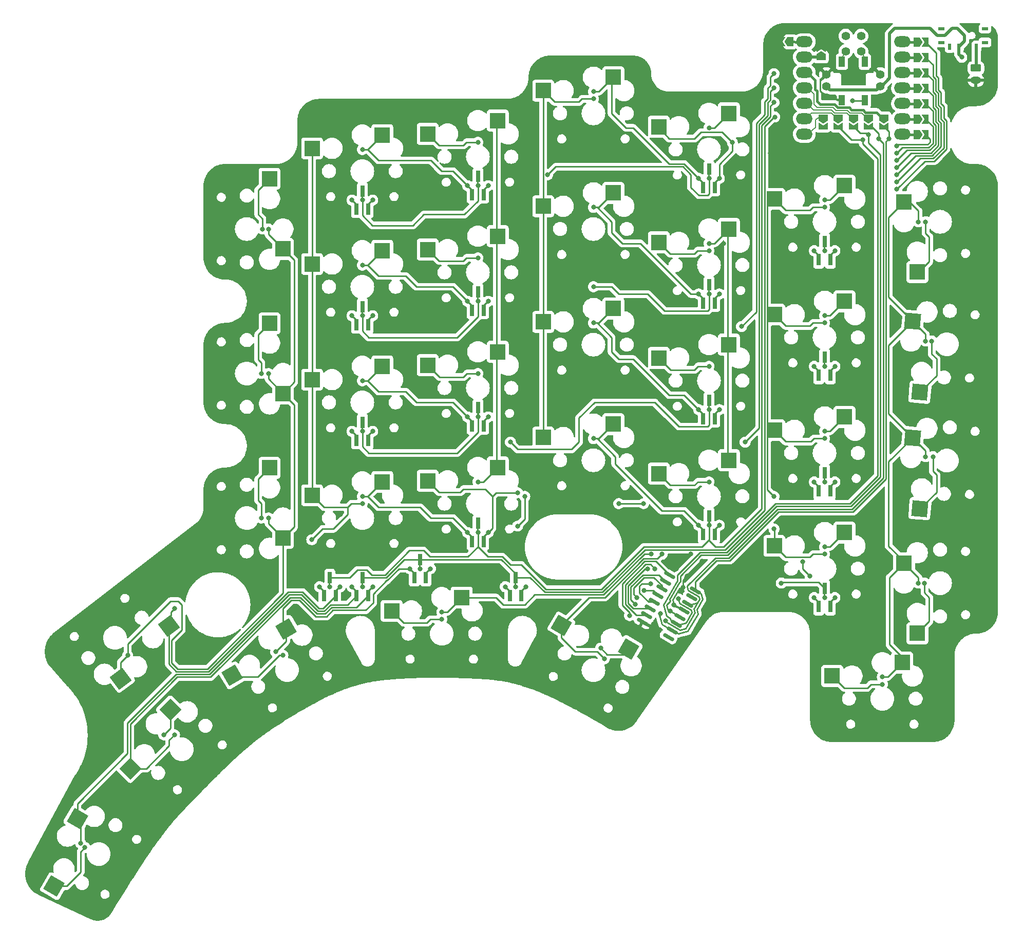
<source format=gtl>
G04 #@! TF.GenerationSoftware,KiCad,Pcbnew,7.0.2*
G04 #@! TF.CreationDate,2023-05-25T14:28:43+02:00*
G04 #@! TF.ProjectId,mykeeb_v7a3,6d796b65-6562-45f7-9637-61332e6b6963,rev?*
G04 #@! TF.SameCoordinates,Original*
G04 #@! TF.FileFunction,Copper,L1,Top*
G04 #@! TF.FilePolarity,Positive*
%FSLAX46Y46*%
G04 Gerber Fmt 4.6, Leading zero omitted, Abs format (unit mm)*
G04 Created by KiCad (PCBNEW 7.0.2) date 2023-05-25 14:28:43*
%MOMM*%
%LPD*%
G01*
G04 APERTURE LIST*
G04 Aperture macros list*
%AMRoundRect*
0 Rectangle with rounded corners*
0 $1 Rounding radius*
0 $2 $3 $4 $5 $6 $7 $8 $9 X,Y pos of 4 corners*
0 Add a 4 corners polygon primitive as box body*
4,1,4,$2,$3,$4,$5,$6,$7,$8,$9,$2,$3,0*
0 Add four circle primitives for the rounded corners*
1,1,$1+$1,$2,$3*
1,1,$1+$1,$4,$5*
1,1,$1+$1,$6,$7*
1,1,$1+$1,$8,$9*
0 Add four rect primitives between the rounded corners*
20,1,$1+$1,$2,$3,$4,$5,0*
20,1,$1+$1,$4,$5,$6,$7,0*
20,1,$1+$1,$6,$7,$8,$9,0*
20,1,$1+$1,$8,$9,$2,$3,0*%
%AMRotRect*
0 Rectangle, with rotation*
0 The origin of the aperture is its center*
0 $1 length*
0 $2 width*
0 $3 Rotation angle, in degrees counterclockwise*
0 Add horizontal line*
21,1,$1,$2,0,0,$3*%
%AMFreePoly0*
4,1,6,1.000000,0.000000,0.500000,-0.750000,-0.500000,-0.750000,-0.500000,0.750000,0.500000,0.750000,1.000000,0.000000,1.000000,0.000000,$1*%
%AMFreePoly1*
4,1,6,0.500000,-0.750000,-0.650000,-0.750000,-0.150000,0.000000,-0.650000,0.750000,0.500000,0.750000,0.500000,-0.750000,0.500000,-0.750000,$1*%
%AMFreePoly2*
4,1,28,0.826108,0.851668,0.868993,0.794381,0.874097,0.723004,0.839802,0.660197,0.354361,0.174755,0.380423,0.123607,0.400000,0.000000,0.380423,-0.123607,0.323607,-0.235114,0.235114,-0.323607,0.123607,-0.380423,0.000000,-0.400000,-0.123607,-0.380423,-0.235114,-0.323607,-0.323607,-0.235114,-0.380423,-0.123607,-0.400000,0.000000,-0.380423,0.123607,-0.323607,0.235114,-0.235114,0.323607,
-0.123607,0.380423,0.000000,0.400000,0.123607,0.380423,0.174755,0.354361,0.660197,0.839802,0.689135,0.861465,0.759060,0.876676,0.826108,0.851668,0.826108,0.851668,$1*%
%AMFreePoly3*
4,1,28,0.123607,0.380423,0.235114,0.323607,0.323607,0.235114,0.380423,0.123607,0.400000,0.000000,0.380423,-0.123607,0.354361,-0.174755,0.839802,-0.660197,0.861465,-0.689135,0.876676,-0.759060,0.851668,-0.826108,0.794381,-0.868993,0.723004,-0.874097,0.660197,-0.839802,0.174755,-0.354361,0.123607,-0.380423,0.000000,-0.400000,-0.123607,-0.380423,-0.235114,-0.323607,-0.323607,-0.235114,
-0.380423,-0.123607,-0.400000,0.000000,-0.380423,0.123607,-0.323607,0.235114,-0.235114,0.323607,-0.123607,0.380423,0.000000,0.400000,0.123607,0.380423,0.123607,0.380423,$1*%
%AMFreePoly4*
4,1,27,0.123607,0.380423,0.235114,0.323607,0.323607,0.235114,0.380423,0.123607,0.400000,0.000000,0.380423,-0.123607,0.323607,-0.235114,0.235114,-0.323607,0.123607,-0.380423,0.000000,-0.400000,-0.123607,-0.380423,-0.235114,-0.323607,-0.323607,-0.235114,-0.378694,-0.127000,-1.150000,-0.127000,-1.185780,-0.121856,-1.245980,-0.083167,-1.275707,-0.018074,-1.265523,0.052758,-1.218661,0.106839,
-1.150000,0.127000,-0.378694,0.127000,-0.323607,0.235114,-0.235114,0.323607,-0.123607,0.380423,0.000000,0.400000,0.123607,0.380423,0.123607,0.380423,$1*%
G04 Aperture macros list end*
G04 #@! TA.AperFunction,EtchedComponent*
%ADD10C,0.400000*%
G04 #@! TD*
G04 #@! TA.AperFunction,EtchedComponent*
%ADD11C,0.500000*%
G04 #@! TD*
G04 #@! TA.AperFunction,EtchedComponent*
%ADD12C,0.200000*%
G04 #@! TD*
G04 #@! TA.AperFunction,SMDPad,CuDef*
%ADD13RotRect,2.600000X2.600000X210.000000*%
G04 #@! TD*
G04 #@! TA.AperFunction,SMDPad,CuDef*
%ADD14RotRect,2.600000X2.600000X265.000000*%
G04 #@! TD*
G04 #@! TA.AperFunction,SMDPad,CuDef*
%ADD15RoundRect,0.150000X-0.789471X0.282596X0.639471X-0.542404X0.789471X-0.282596X-0.639471X0.542404X0*%
G04 #@! TD*
G04 #@! TA.AperFunction,SMDPad,CuDef*
%ADD16R,2.600000X2.600000*%
G04 #@! TD*
G04 #@! TA.AperFunction,SMDPad,CuDef*
%ADD17RotRect,2.600000X2.600000X225.000000*%
G04 #@! TD*
G04 #@! TA.AperFunction,SMDPad,CuDef*
%ADD18RotRect,2.600000X2.600000X240.000000*%
G04 #@! TD*
G04 #@! TA.AperFunction,ComponentPad*
%ADD19RoundRect,0.250000X-0.625000X0.350000X-0.625000X-0.350000X0.625000X-0.350000X0.625000X0.350000X0*%
G04 #@! TD*
G04 #@! TA.AperFunction,ComponentPad*
%ADD20O,1.750000X1.200000*%
G04 #@! TD*
G04 #@! TA.AperFunction,SMDPad,CuDef*
%ADD21RotRect,2.600000X2.600000X37.000000*%
G04 #@! TD*
G04 #@! TA.AperFunction,SMDPad,CuDef*
%ADD22R,1.000000X0.600000*%
G04 #@! TD*
G04 #@! TA.AperFunction,SMDPad,CuDef*
%ADD23R,1.100000X0.600000*%
G04 #@! TD*
G04 #@! TA.AperFunction,SMDPad,CuDef*
%ADD24R,0.600000X1.000000*%
G04 #@! TD*
G04 #@! TA.AperFunction,SMDPad,CuDef*
%ADD25FreePoly0,180.000000*%
G04 #@! TD*
G04 #@! TA.AperFunction,ComponentPad*
%ADD26O,2.750000X1.800000*%
G04 #@! TD*
G04 #@! TA.AperFunction,SMDPad,CuDef*
%ADD27FreePoly0,90.000000*%
G04 #@! TD*
G04 #@! TA.AperFunction,SMDPad,CuDef*
%ADD28FreePoly0,270.000000*%
G04 #@! TD*
G04 #@! TA.AperFunction,SMDPad,CuDef*
%ADD29R,1.000000X1.700000*%
G04 #@! TD*
G04 #@! TA.AperFunction,ComponentPad*
%ADD30C,1.397000*%
G04 #@! TD*
G04 #@! TA.AperFunction,SMDPad,CuDef*
%ADD31FreePoly0,0.000000*%
G04 #@! TD*
G04 #@! TA.AperFunction,SMDPad,CuDef*
%ADD32FreePoly1,0.000000*%
G04 #@! TD*
G04 #@! TA.AperFunction,SMDPad,CuDef*
%ADD33FreePoly1,270.000000*%
G04 #@! TD*
G04 #@! TA.AperFunction,SMDPad,CuDef*
%ADD34FreePoly1,180.000000*%
G04 #@! TD*
G04 #@! TA.AperFunction,SMDPad,CuDef*
%ADD35FreePoly1,90.000000*%
G04 #@! TD*
G04 #@! TA.AperFunction,SMDPad,CuDef*
%ADD36RotRect,2.600000X2.600000X150.000000*%
G04 #@! TD*
G04 #@! TA.AperFunction,SMDPad,CuDef*
%ADD37R,0.800000X1.900000*%
G04 #@! TD*
G04 #@! TA.AperFunction,ComponentPad*
%ADD38FreePoly2,180.000000*%
G04 #@! TD*
G04 #@! TA.AperFunction,ComponentPad*
%ADD39FreePoly3,0.000000*%
G04 #@! TD*
G04 #@! TA.AperFunction,ComponentPad*
%ADD40FreePoly4,270.000000*%
G04 #@! TD*
G04 #@! TA.AperFunction,ViaPad*
%ADD41C,0.800000*%
G04 #@! TD*
G04 #@! TA.AperFunction,Conductor*
%ADD42C,0.500000*%
G04 #@! TD*
G04 #@! TA.AperFunction,Conductor*
%ADD43C,0.250000*%
G04 #@! TD*
G04 APERTURE END LIST*
D10*
X185777351Y-33472597D02*
X184253351Y-33456597D01*
D11*
X187047351Y-35996597D02*
X189333351Y-35996597D01*
D12*
X187047351Y-48696597D02*
X188417351Y-47576597D01*
X187317351Y-43926597D02*
X188067351Y-44676597D01*
D10*
X187417351Y-38826597D02*
X188367351Y-39776597D01*
D12*
X187417351Y-41326597D02*
X188167351Y-42076597D01*
X187767351Y-45176597D02*
X187417351Y-45576597D01*
X187767351Y-45176597D02*
X191067351Y-45176597D01*
X188067351Y-44676597D02*
X191067351Y-44676597D01*
X188167351Y-42076597D02*
X188167351Y-43776597D01*
X188167351Y-43776597D02*
X188667351Y-44276597D01*
D10*
X188367351Y-39776597D02*
X188367351Y-41276597D01*
X188367351Y-41276597D02*
X188667351Y-41576597D01*
D12*
X188417351Y-46326597D02*
X189167351Y-45826597D01*
X188417351Y-47576597D02*
X188417351Y-46326597D01*
D10*
X188667351Y-41576597D02*
X188667351Y-43276597D01*
X188667351Y-43276597D02*
X189167351Y-43776597D01*
D12*
X188667351Y-44276597D02*
X191267351Y-44276597D01*
D10*
X189167351Y-43776597D02*
X191567351Y-43776597D01*
D12*
X191067351Y-44676597D02*
X191567351Y-45176597D01*
X191067351Y-45176597D02*
X191817351Y-45926597D01*
X191267351Y-44276597D02*
X191767351Y-44776597D01*
D10*
X191567351Y-43776597D02*
X192067351Y-44276597D01*
D12*
X191567351Y-45176597D02*
X193567351Y-45176597D01*
X191767351Y-44776597D02*
X193667351Y-44776597D01*
D10*
X192067351Y-44276597D02*
X193967351Y-44276597D01*
D12*
X192667351Y-36326597D02*
X193397351Y-35044597D01*
X193567351Y-45176597D02*
X194317351Y-45926597D01*
X193667351Y-44776597D02*
X194067351Y-45176597D01*
D10*
X193967351Y-44276597D02*
X194367351Y-44676597D01*
D12*
X194067351Y-45176597D02*
X196067351Y-45176597D01*
D10*
X194367351Y-44676597D02*
X196267351Y-44676597D01*
D12*
X196067351Y-45176597D02*
X196817351Y-45926597D01*
D10*
X196267351Y-44676597D02*
X196667351Y-45076597D01*
D12*
X196667351Y-36326597D02*
X195937351Y-35044597D01*
D10*
X196667351Y-45076597D02*
X198467351Y-45076597D01*
X198467351Y-45076597D02*
X199317351Y-45926597D01*
X205081351Y-33492597D02*
X203557351Y-33476597D01*
X205081351Y-36016597D02*
X203557351Y-36016597D01*
X205081351Y-38556597D02*
X203557351Y-38556597D01*
X205081351Y-41096597D02*
X203557351Y-41096597D01*
X205081351Y-43636597D02*
X203557351Y-43636597D01*
X205081351Y-46176597D02*
X203557351Y-46176597D01*
X205081351Y-48716597D02*
X203557351Y-48716597D01*
D13*
X101159948Y-130160569D03*
X92257355Y-137840825D03*
D14*
X204438992Y-79491806D03*
X205623971Y-91189597D03*
D15*
X164342659Y-121338688D03*
X163707659Y-122438540D03*
X163072659Y-123538393D03*
X162437659Y-124638245D03*
X161802659Y-125738097D03*
X161167659Y-126837949D03*
X160532659Y-127937802D03*
X159897659Y-129037654D03*
X164184485Y-131512654D03*
X164819485Y-130412802D03*
X165454485Y-129312949D03*
X166089485Y-128213097D03*
X166724485Y-127113245D03*
X167359485Y-126013393D03*
X167994485Y-124913540D03*
X168629485Y-123813688D03*
D16*
X174129815Y-64296920D03*
X162579815Y-66496920D03*
X193179815Y-95253220D03*
X181629815Y-97453220D03*
X136029815Y-65487620D03*
X124479815Y-67687620D03*
X193179815Y-114303220D03*
X181629815Y-116503220D03*
X155079783Y-39293780D03*
X143529783Y-41493780D03*
X203004815Y-119359420D03*
X205204815Y-130909420D03*
X203004815Y-59828220D03*
X205204815Y-71378220D03*
X130076615Y-125018920D03*
X118526615Y-127218920D03*
X100604715Y-115193920D03*
X98404715Y-103643920D03*
D17*
X82047604Y-143495760D03*
X75436156Y-153218478D03*
D16*
X193179783Y-57153180D03*
X181629783Y-59353180D03*
D18*
X66731464Y-161471787D03*
X62861720Y-172574380D03*
D19*
X214862680Y-37783032D03*
D20*
X214862680Y-39783032D03*
D21*
X73882783Y-138374345D03*
X81783030Y-129666384D03*
D16*
X116979815Y-105968820D03*
X105429815Y-108168820D03*
X155079815Y-96443820D03*
X143529815Y-98643820D03*
X136029815Y-84537620D03*
X124479815Y-86737620D03*
X116979815Y-86918820D03*
X105429815Y-89118820D03*
X155079815Y-77393820D03*
X143529815Y-79593820D03*
D22*
X216348619Y-31282215D03*
D23*
X209148619Y-31282215D03*
X216348619Y-33568215D03*
D22*
X209148619Y-33568215D03*
D24*
X214948619Y-34275215D03*
X212048619Y-34275215D03*
X210548619Y-34275215D03*
D16*
X174129815Y-83346920D03*
X162579815Y-85546920D03*
D25*
X184253351Y-33456597D03*
D26*
X186572351Y-33456597D03*
X186572351Y-35996597D03*
X186572351Y-38536597D03*
X186572351Y-41076597D03*
X186572351Y-43616597D03*
X186572351Y-46156597D03*
X186572351Y-48696597D03*
D27*
X189333351Y-35996597D03*
D28*
X189667351Y-45951597D03*
X192167351Y-45951597D03*
D29*
X192767351Y-36735972D03*
D30*
X193397351Y-35044597D03*
D28*
X194667351Y-45951597D03*
D30*
X195937351Y-35044597D03*
D29*
X196567351Y-36735972D03*
D28*
X197167351Y-45951597D03*
X199667351Y-45951597D03*
D26*
X202762351Y-33456597D03*
X202762351Y-35996597D03*
X202762351Y-38536597D03*
X202762351Y-41076597D03*
X202762351Y-43616597D03*
X202762351Y-46156597D03*
X202762351Y-48696597D03*
D31*
X205081351Y-33492597D03*
X205081351Y-36016597D03*
X205081351Y-38556597D03*
X205081351Y-41096597D03*
X205081351Y-43636597D03*
X205081351Y-46176597D03*
X205081351Y-48716597D03*
D32*
X206531351Y-33492597D03*
X206531351Y-36016597D03*
X206531351Y-38556597D03*
X206531351Y-41096597D03*
X206531351Y-43636597D03*
X206531351Y-46176597D03*
X206531351Y-48716597D03*
D33*
X189667351Y-47401597D03*
X192167351Y-47401597D03*
X194667351Y-47401597D03*
X197167351Y-47401597D03*
X199667351Y-47401597D03*
D34*
X182803351Y-33456597D03*
D35*
X189333351Y-34546597D03*
D30*
X193397351Y-32504597D03*
X195937351Y-32504597D03*
D29*
X196567351Y-43035972D03*
X192767351Y-43035972D03*
D30*
X190222351Y-40759597D03*
X199112351Y-40759597D03*
X190222351Y-38854597D03*
X199112351Y-38854597D03*
D16*
X116979783Y-48818780D03*
X105429783Y-51018780D03*
X100604815Y-67568820D03*
X98404815Y-56018820D03*
X136029815Y-103587620D03*
X124479815Y-105787620D03*
X174129815Y-102396920D03*
X162579815Y-104596920D03*
X174129783Y-45246880D03*
X162579783Y-47446880D03*
D14*
X204438992Y-98674606D03*
X205623971Y-110372397D03*
D16*
X100604815Y-91381320D03*
X98404815Y-79831320D03*
D36*
X157615948Y-133477769D03*
X146513355Y-129608025D03*
D16*
X202704815Y-135734520D03*
X191154815Y-137934520D03*
X193179815Y-76203220D03*
X181629815Y-78403220D03*
X155079815Y-58343820D03*
X143529815Y-60543820D03*
X136029783Y-46437580D03*
X124479783Y-48637580D03*
D37*
X114654783Y-99131332D03*
D38*
X115404783Y-97631332D03*
D37*
X112754783Y-99131332D03*
D39*
X112004783Y-97631332D03*
D40*
X113704783Y-97631332D03*
D37*
X113704783Y-96131332D03*
X133704799Y-115800080D03*
D38*
X134454799Y-114300080D03*
D37*
X131804799Y-115800080D03*
D39*
X131054799Y-114300080D03*
D40*
X132754799Y-114300080D03*
D37*
X132754799Y-112800080D03*
X190854847Y-107465698D03*
D38*
X191604847Y-105965698D03*
D37*
X188954847Y-107465698D03*
D39*
X188204847Y-105965698D03*
D40*
X189904847Y-105965698D03*
D37*
X189904847Y-104465698D03*
X133704799Y-58650032D03*
D38*
X134454799Y-57150032D03*
D37*
X131804799Y-58650032D03*
D39*
X131054799Y-57150032D03*
D40*
X132754799Y-57150032D03*
D37*
X132754799Y-55650032D03*
X190854847Y-88415682D03*
D38*
X191604847Y-86915682D03*
D37*
X188954847Y-88415682D03*
D39*
X188204847Y-86915682D03*
D40*
X189904847Y-86915682D03*
D37*
X189904847Y-85415682D03*
X171804831Y-95559438D03*
D38*
X172554831Y-94059438D03*
D37*
X169904831Y-95559438D03*
D39*
X169154831Y-94059438D03*
D40*
X170854831Y-94059438D03*
D37*
X170854831Y-92559438D03*
X171804831Y-76509422D03*
D38*
X172554831Y-75009422D03*
D37*
X169904831Y-76509422D03*
D39*
X169154831Y-75009422D03*
D40*
X170854831Y-75009422D03*
D37*
X170854831Y-73509422D03*
X114654783Y-124729775D03*
D38*
X115404783Y-123229775D03*
D37*
X112754783Y-124729775D03*
D39*
X112004783Y-123229775D03*
D40*
X113704783Y-123229775D03*
D37*
X113704783Y-121729775D03*
X133704799Y-96750064D03*
D38*
X134454799Y-95250064D03*
D37*
X131804799Y-96750064D03*
D39*
X131054799Y-95250064D03*
D40*
X132754799Y-95250064D03*
D37*
X132754799Y-93750064D03*
X190854847Y-69365666D03*
D38*
X191604847Y-67865666D03*
D37*
X188954847Y-69365666D03*
D39*
X188204847Y-67865666D03*
D40*
X189904847Y-67865666D03*
D37*
X189904847Y-66365666D03*
X124179791Y-121753210D03*
D38*
X124929791Y-120253210D03*
D37*
X122279791Y-121753210D03*
D39*
X121529791Y-120253210D03*
D40*
X123229791Y-120253210D03*
D37*
X123229791Y-118753210D03*
D16*
X116979815Y-67868820D03*
X105429815Y-70068820D03*
D37*
X171804831Y-114609454D03*
D38*
X172554831Y-113109454D03*
D37*
X169904831Y-114609454D03*
D39*
X169154831Y-113109454D03*
D40*
X170854831Y-113109454D03*
D37*
X170854831Y-111609454D03*
X133704799Y-77700048D03*
D38*
X134454799Y-76200048D03*
D37*
X131804799Y-77700048D03*
D39*
X131054799Y-76200048D03*
D40*
X132754799Y-76200048D03*
D37*
X132754799Y-74700048D03*
X114654783Y-61031300D03*
D38*
X115404783Y-59531300D03*
D37*
X112754783Y-61031300D03*
D39*
X112004783Y-59531300D03*
D40*
X113704783Y-59531300D03*
D37*
X113704783Y-58031300D03*
X114654783Y-80081316D03*
D38*
X115404783Y-78581316D03*
D37*
X112754783Y-80081316D03*
D39*
X112004783Y-78581316D03*
D40*
X113704783Y-78581316D03*
D37*
X113704783Y-77081316D03*
X190854847Y-126515714D03*
D38*
X191604847Y-125015714D03*
D37*
X188954847Y-126515714D03*
D39*
X188204847Y-125015714D03*
D40*
X189904847Y-125015714D03*
D37*
X189904847Y-123515714D03*
X171804831Y-57459406D03*
D38*
X172554831Y-55959406D03*
D37*
X169904831Y-57459406D03*
D39*
X169154831Y-55959406D03*
D40*
X170854831Y-55959406D03*
D37*
X170854831Y-54459406D03*
X139898555Y-124729775D03*
D38*
X140648555Y-123229775D03*
D37*
X137998555Y-124729775D03*
D39*
X137248555Y-123229775D03*
D40*
X138948555Y-123229775D03*
D37*
X138948555Y-121729775D03*
X109296966Y-124729791D03*
D38*
X110046966Y-123229791D03*
D37*
X107396966Y-124729791D03*
D39*
X106646966Y-123229791D03*
D40*
X108346966Y-123229791D03*
D37*
X108346966Y-121729791D03*
D41*
X197643916Y-38100032D03*
X198239229Y-36909406D03*
X192286099Y-60126613D03*
X212412680Y-38378345D03*
X133945425Y-121443836D03*
X206573611Y-85129759D03*
X213007993Y-41354910D03*
X129182921Y-127992295D03*
X169664205Y-119062584D03*
X217175184Y-38378345D03*
X128587608Y-114300080D03*
X191576725Y-33615841D03*
X198125168Y-42545536D03*
X184547030Y-103584462D03*
X193476725Y-38973658D03*
X165076785Y-126207771D03*
X180975152Y-51792231D03*
X129778234Y-110132889D03*
X105370401Y-111323531D03*
X183837656Y-55364109D03*
X96440706Y-123825088D03*
X172045457Y-121443852D03*
X187523595Y-78581300D03*
X173236083Y-66675040D03*
X190500160Y-50006292D03*
X206573611Y-104775072D03*
X110132905Y-111323531D03*
X128587608Y-79771926D03*
X191576725Y-42545536D03*
X201215794Y-79176613D03*
X189904847Y-128587608D03*
X214198619Y-41950223D03*
X197529855Y-33615841D03*
X128587608Y-53578154D03*
X192286099Y-135136035D03*
X136921990Y-115490706D03*
X104775088Y-122634462D03*
X157162632Y-51792215D03*
X167282953Y-121443836D03*
X166687640Y-72032857D03*
X134540738Y-79771926D03*
X180975152Y-35123467D03*
X169068892Y-91678186D03*
X139303242Y-117871958D03*
X85129759Y-130968844D03*
X110728218Y-125015730D03*
X215389245Y-41950223D03*
X155376693Y-125015730D03*
X157757945Y-73223499D03*
X193476725Y-64889101D03*
X216579871Y-41354910D03*
X97631332Y-135136051D03*
X166687640Y-52387528D03*
X195857977Y-40164284D03*
X166562774Y-123348822D03*
X139898555Y-70842231D03*
X161925136Y-130373531D03*
X167878266Y-117871958D03*
X170854831Y-125015714D03*
X116681348Y-112514141D03*
X187523595Y-59531300D03*
X100607897Y-99417255D03*
X169068892Y-72628170D03*
X193476725Y-40164284D03*
X161329823Y-115490706D03*
X165497014Y-120253210D03*
X195857977Y-38973658D03*
X169068892Y-54173467D03*
X100607897Y-76200048D03*
X163711075Y-69056292D03*
X106561027Y-117276645D03*
X194667351Y-38100032D03*
X118467287Y-123825088D03*
X217175184Y-39568971D03*
X164901701Y-80367239D03*
X187523595Y-97631316D03*
X79176629Y-123825104D03*
X116086035Y-108346966D03*
X201215794Y-98226629D03*
X212412680Y-39568971D03*
X186332969Y-123825104D03*
X144254315Y-55364093D03*
X201811107Y-57745361D03*
X201811107Y-56554735D03*
X176212648Y-80367239D03*
X151804815Y-73818796D03*
X181570465Y-38695345D03*
X201811107Y-55364109D03*
X181570465Y-41076597D03*
X138112616Y-99417255D03*
X176807961Y-99417271D03*
X201811107Y-54173483D03*
X181570465Y-43457849D03*
X182761091Y-122634462D03*
X113704783Y-51196902D03*
X181703851Y-45839101D03*
X201811107Y-52982857D03*
X206573611Y-82748491D03*
X199429855Y-138112600D03*
X206573611Y-101798507D03*
X161925136Y-120253210D03*
X205382985Y-122634462D03*
X205382985Y-63103162D03*
X194553290Y-43140849D03*
X212526741Y-35997093D03*
X181570465Y-113704767D03*
X189904847Y-79771926D03*
X181570465Y-108346950D03*
X163115762Y-117871958D03*
X153590754Y-135136035D03*
X189904847Y-98821942D03*
X160734510Y-120253210D03*
X189904847Y-60721910D03*
X189904847Y-117871958D03*
X170854831Y-66675040D03*
X161329823Y-117871958D03*
X161236976Y-122727309D03*
X126801669Y-127396966D03*
X170854831Y-47625024D03*
X155972006Y-109537576D03*
X160079815Y-109537576D03*
X151804815Y-42862520D03*
X160139197Y-123825088D03*
X100607897Y-134540722D03*
X80962568Y-147637608D03*
X139303242Y-113238641D03*
X140493868Y-108346950D03*
X132754799Y-105965698D03*
X158948571Y-125015714D03*
X113704783Y-109537576D03*
X105370401Y-115490706D03*
X158708387Y-126113449D03*
X67977124Y-166203753D03*
X206573611Y-63103162D03*
X189904847Y-59531284D03*
X207573114Y-82748491D03*
X189904847Y-78581300D03*
X207764237Y-101798507D03*
X189904847Y-97631316D03*
X206382488Y-122634462D03*
X186332969Y-119102720D03*
X189904847Y-116681332D03*
X187523595Y-121443836D03*
X174704283Y-50006276D03*
X151804815Y-41671894D03*
X170854831Y-67865666D03*
X151804815Y-60721910D03*
X170854831Y-86915682D03*
X151804815Y-79771926D03*
X170854831Y-105965698D03*
X151804815Y-98821942D03*
X132754799Y-50006276D03*
X132754799Y-69056292D03*
X113704783Y-70246918D03*
X132754799Y-88106308D03*
X113704783Y-89296934D03*
X139303242Y-107751637D03*
X113704783Y-108346950D03*
X82748507Y-147637608D03*
X67270369Y-165496998D03*
X157757945Y-127992279D03*
X98226645Y-88106308D03*
X75009438Y-134540722D03*
X98226645Y-64293788D03*
X98226645Y-111918828D03*
X199429855Y-139303226D03*
X152995441Y-133350096D03*
X97227142Y-64293788D03*
X97036019Y-88106308D03*
X97036019Y-111918828D03*
X82748507Y-126801653D03*
X201811107Y-50601605D03*
X99417271Y-133945409D03*
X126801669Y-128587592D03*
X201811107Y-51792231D03*
X196189783Y-49560425D03*
X165783977Y-125241252D03*
X164481472Y-127238884D03*
X197150072Y-48714197D03*
X163700381Y-128850146D03*
X198834542Y-49410979D03*
X200506420Y-49410979D03*
X162855046Y-127674683D03*
D42*
X212048619Y-34275215D02*
X213007993Y-33315841D01*
X213007993Y-33315841D02*
X213007993Y-32425215D01*
X213007993Y-32425215D02*
X211817367Y-31234589D01*
X211817367Y-31234589D02*
X210946245Y-31234589D01*
X208450993Y-32425215D02*
X207260367Y-31234589D01*
X210946245Y-31234589D02*
X209755619Y-32425215D01*
X199323374Y-40759597D02*
X199112351Y-40759597D01*
X209755619Y-32425215D02*
X208450993Y-32425215D01*
X207260367Y-31234589D02*
X201493603Y-31234589D01*
X200620481Y-39462490D02*
X199323374Y-40759597D01*
X201493603Y-31234589D02*
X200620481Y-32107711D01*
X200620481Y-32107711D02*
X200620481Y-39462490D01*
D43*
X108346966Y-121729791D02*
X108346982Y-121729775D01*
X115254783Y-121279775D02*
X117440738Y-121279775D01*
X117440738Y-121279775D02*
X121443852Y-117276661D01*
X121443852Y-117276661D02*
X123825104Y-117276661D01*
X108346982Y-121729775D02*
X111632921Y-121729775D01*
X111632921Y-121729775D02*
X112907921Y-120454775D01*
X112907921Y-120454775D02*
X114429783Y-120454775D01*
X114429783Y-120454775D02*
X115254783Y-121279775D01*
X124851653Y-118303210D02*
X131132921Y-118303210D01*
X123825104Y-117276661D02*
X124851653Y-118303210D01*
X131132921Y-118303210D02*
X132754799Y-116681332D01*
X100607897Y-126842752D02*
X100607897Y-129608518D01*
X101984919Y-125465730D02*
X100607897Y-126842752D01*
X103315915Y-125465730D02*
X101984919Y-125465730D01*
X117813530Y-122179775D02*
X117731348Y-122179775D01*
X107784292Y-128151653D02*
X106001839Y-128151653D01*
X106001839Y-128151653D02*
X103315915Y-125465730D01*
X108829589Y-127106356D02*
X107784292Y-128151653D01*
X114278202Y-127106356D02*
X108829589Y-127106356D01*
X117731348Y-122179775D02*
X115490722Y-124420401D01*
X115490722Y-125893836D02*
X114278202Y-127106356D01*
X115490722Y-124420401D02*
X115490722Y-125893836D01*
X119740095Y-120253210D02*
X117813530Y-122179775D01*
X121529791Y-120253210D02*
X119740095Y-120253210D01*
X100607897Y-129608518D02*
X101159948Y-130160569D01*
X126801669Y-118753210D02*
X120603699Y-118753210D01*
X120603699Y-118753210D02*
X117627134Y-121729775D01*
X117627134Y-121729775D02*
X113704783Y-121729775D01*
D42*
X214862680Y-37783032D02*
X214948619Y-37697093D01*
X214948619Y-37697093D02*
X214948619Y-34275215D01*
D43*
X165076785Y-126207771D02*
X165130998Y-126193245D01*
X165076785Y-126207771D02*
X164858885Y-125394559D01*
X165130998Y-126193245D02*
X166724485Y-127113245D01*
X189198851Y-39878097D02*
X190222351Y-38854597D01*
X191576725Y-42545536D02*
X192067161Y-43035972D01*
X165944316Y-123514537D02*
X166562774Y-123348822D01*
X167282953Y-121443836D02*
X166562774Y-122164015D01*
X190183160Y-42545536D02*
X189198851Y-41561227D01*
X189198851Y-41561227D02*
X189198851Y-39878097D01*
X164858885Y-125394559D02*
X165944316Y-123514537D01*
X166562774Y-122164015D02*
X166562774Y-123348822D01*
X192067161Y-43035972D02*
X192767351Y-43035972D01*
X191576725Y-42545536D02*
X190183160Y-42545536D01*
X209564237Y-46027503D02*
X209760662Y-46223928D01*
X209224182Y-43783844D02*
X209564237Y-44123899D01*
X169179831Y-58734406D02*
X167878266Y-57432841D01*
X123825104Y-61912536D02*
X130542295Y-61912536D01*
X209114237Y-43457849D02*
X209114237Y-43673899D01*
X206426550Y-53129918D02*
X201811107Y-57745361D01*
X210014237Y-51102524D02*
X208842040Y-52274721D01*
X113704783Y-62081300D02*
X113704783Y-59531300D01*
X208343012Y-35304258D02*
X208343012Y-39095466D01*
X164901701Y-54028154D02*
X145590254Y-54028154D01*
X122039165Y-63698475D02*
X123825104Y-61912536D01*
X170629831Y-58734406D02*
X169179831Y-58734406D01*
X170854831Y-58509406D02*
X170629831Y-58734406D01*
X209760662Y-46223928D02*
X210014237Y-46477503D01*
X208343012Y-35304258D02*
X206531351Y-33492597D01*
X170854831Y-55959406D02*
X170854831Y-58509406D01*
X132754799Y-59700032D02*
X132754799Y-57150032D01*
X209564237Y-44123899D02*
X209564237Y-45839101D01*
X208664237Y-40481284D02*
X208664237Y-41320295D01*
X115321958Y-63698475D02*
X113704783Y-62081300D01*
X166542327Y-54028154D02*
X164901701Y-54028154D01*
X145590254Y-54028154D02*
X144254315Y-55364093D01*
X209114237Y-43673899D02*
X209224182Y-43783844D01*
X167878266Y-57432841D02*
X167878266Y-55364093D01*
X130542295Y-61912536D02*
X132754799Y-59700032D01*
X208664237Y-41320295D02*
X208687701Y-41343759D01*
X209564237Y-45839101D02*
X209564237Y-46027503D01*
X208448877Y-39201331D02*
X208664237Y-39416691D01*
X207614051Y-53129918D02*
X206426550Y-53129918D01*
X208343012Y-39095466D02*
X208448877Y-39201331D01*
X209114237Y-41770295D02*
X209114237Y-43457849D01*
X207986843Y-53129918D02*
X207614051Y-53129918D01*
X210014237Y-47029727D02*
X210014237Y-51102524D01*
X210014237Y-46477503D02*
X210014237Y-47029727D01*
X167878266Y-55364093D02*
X166542327Y-54028154D01*
X208687701Y-41343759D02*
X209114237Y-41770295D01*
X208664237Y-39416691D02*
X208664237Y-40481284D01*
X208842040Y-52274721D02*
X207986843Y-53129918D01*
X122039165Y-63698475D02*
X115321958Y-63698475D01*
X180975152Y-40646605D02*
X180525152Y-41096605D01*
X180975152Y-39290658D02*
X180975152Y-40646605D01*
X209564237Y-50916128D02*
X209564237Y-46663899D01*
X207800447Y-52679918D02*
X209564237Y-50916128D01*
X113704783Y-81131316D02*
X113704783Y-78581316D01*
X180525152Y-42841461D02*
X180075152Y-43291461D01*
X208664237Y-41956691D02*
X208214237Y-41506691D01*
X132754799Y-78750048D02*
X129351669Y-82153178D01*
X132754799Y-76200048D02*
X132754799Y-78750048D01*
X170854831Y-77559422D02*
X170629831Y-77784422D01*
X205685924Y-52679918D02*
X207800447Y-52679918D01*
X114726645Y-82153178D02*
X113704783Y-81131316D01*
X208214237Y-39603087D02*
X207764237Y-39153087D01*
X129351669Y-82153178D02*
X114726645Y-82153178D01*
X155972006Y-75009422D02*
X154781380Y-73818796D01*
X170629831Y-77784422D02*
X163509510Y-77784422D01*
X180075152Y-43291461D02*
X180075152Y-45425226D01*
X154781380Y-73818796D02*
X151804815Y-73818796D01*
X208664237Y-43860295D02*
X208664237Y-41956691D01*
X207764237Y-39153087D02*
X207764237Y-37249483D01*
X209114237Y-44310295D02*
X208664237Y-43860295D01*
X178654815Y-46845563D02*
X178654815Y-77925072D01*
X181570465Y-38695345D02*
X180975152Y-39290658D01*
X170854831Y-75009422D02*
X170854831Y-77559422D01*
X180525152Y-41096605D02*
X180525152Y-42841461D01*
X207764237Y-37249483D02*
X206531351Y-36016597D01*
X208214237Y-41506691D02*
X208214237Y-39603087D01*
X209114237Y-46213899D02*
X209114237Y-44310295D01*
X178654815Y-77925072D02*
X176212648Y-80367239D01*
X209564237Y-46663899D02*
X209114237Y-46213899D01*
X160734510Y-75009422D02*
X155972006Y-75009422D01*
X163509510Y-77784422D02*
X160734510Y-75009422D01*
X180075152Y-45425226D02*
X178654815Y-46845563D01*
X201811107Y-56554735D02*
X205685924Y-52679918D01*
X179104815Y-97120417D02*
X179104815Y-47031959D01*
X132754799Y-95250064D02*
X132754799Y-93750064D01*
X149423563Y-95414087D02*
X149423563Y-99417254D01*
X176807961Y-99417271D02*
X179104815Y-97120417D01*
X114726645Y-101203194D02*
X113704783Y-100181332D01*
X132754799Y-95250064D02*
X132754799Y-97800064D01*
X208664237Y-44496691D02*
X208214237Y-44046691D01*
X132754799Y-97800064D02*
X129351669Y-101203194D01*
X170854831Y-94059438D02*
X170854831Y-96609438D01*
X113704783Y-100181332D02*
X113704783Y-97631332D01*
X179104815Y-47031959D02*
X180525152Y-45611622D01*
X201828825Y-55364109D02*
X204963016Y-52229918D01*
X180975152Y-43027857D02*
X180975152Y-41671910D01*
X180525152Y-43477857D02*
X180975152Y-43027857D01*
X207764237Y-39789483D02*
X206531351Y-38556597D01*
X161925136Y-92868812D02*
X151968838Y-92868812D01*
X207764237Y-41693087D02*
X207764237Y-39789483D01*
X207614051Y-52229918D02*
X209114237Y-50729732D01*
X148232936Y-100607881D02*
X139303242Y-100607881D01*
X149423563Y-99417254D02*
X148232936Y-100607881D01*
X129351669Y-101203194D02*
X114726645Y-101203194D01*
X201811107Y-55364109D02*
X201828825Y-55364109D01*
X180525152Y-45611622D02*
X180525152Y-43477857D01*
X209114237Y-50729732D02*
X209114237Y-46850295D01*
X139303242Y-100607881D02*
X138112616Y-99417255D01*
X170854831Y-96609438D02*
X170629831Y-96834438D01*
X208214237Y-44046691D02*
X208214237Y-42143087D01*
X204963016Y-52229918D02*
X207614051Y-52229918D01*
X208214237Y-42143087D02*
X207764237Y-41693087D01*
X165890762Y-96834438D02*
X161925136Y-92868812D01*
X209114237Y-46850295D02*
X208664237Y-46400295D01*
X208664237Y-46400295D02*
X208664237Y-44496691D01*
X180975152Y-41671910D02*
X181570465Y-41076597D01*
X151968838Y-92868812D02*
X149423563Y-95414087D01*
X170629831Y-96834438D02*
X165890762Y-96834438D01*
X179554815Y-47218355D02*
X179554815Y-110362600D01*
X170854831Y-113109454D02*
X170854831Y-115490706D01*
X173236083Y-116681332D02*
X171876709Y-116681332D01*
X160099103Y-116681332D02*
X153114705Y-123665730D01*
X170854831Y-113109454D02*
X170854831Y-111609454D01*
X180975152Y-44053162D02*
X180975152Y-45114101D01*
X134376677Y-118303210D02*
X132754799Y-116681332D01*
X169664205Y-116681332D02*
X160099103Y-116681332D01*
X179554815Y-110362600D02*
X173236083Y-116681332D01*
X207764237Y-42329483D02*
X206531351Y-41096597D01*
X180978851Y-45794319D02*
X179554815Y-47218355D01*
X188893908Y-122504775D02*
X189904847Y-123515714D01*
X153114705Y-123665730D02*
X143947471Y-123665730D01*
X181570465Y-43457849D02*
X180975152Y-44053162D01*
X171876709Y-116681332D02*
X170854831Y-115659454D01*
X201811107Y-54173483D02*
X204204672Y-51779918D01*
X204204672Y-51779918D02*
X207427655Y-51779918D01*
X208664237Y-50543336D02*
X208664237Y-47036691D01*
X136799012Y-118303210D02*
X134376677Y-118303210D01*
X138153699Y-119657897D02*
X136799012Y-118303210D01*
X180978851Y-45114101D02*
X180978851Y-45794319D01*
X132754799Y-116681332D02*
X132754799Y-114300080D01*
X170854831Y-115490706D02*
X169664205Y-116681332D01*
X207427655Y-51779918D02*
X208664237Y-50543336D01*
X208214237Y-44683087D02*
X207764237Y-44233087D01*
X207764237Y-44233087D02*
X207764237Y-42329483D01*
X180975152Y-45114101D02*
X180978851Y-45114101D01*
X143947471Y-123665730D02*
X139939638Y-119657897D01*
X208664237Y-47036691D02*
X208214237Y-46586691D01*
X139939638Y-119657897D02*
X138153699Y-119657897D01*
X208214237Y-46586691D02*
X208214237Y-44683087D01*
X170854831Y-115659454D02*
X170854831Y-113109454D01*
X182761091Y-122634462D02*
X182890778Y-122504775D01*
X182890778Y-122504775D02*
X188893908Y-122504775D01*
X126801669Y-54768780D02*
X125015730Y-52982841D01*
X116979783Y-48818780D02*
X114601661Y-51196902D01*
X128673547Y-54768780D02*
X126801669Y-54768780D01*
X131054799Y-57150032D02*
X128673547Y-54768780D01*
X116387600Y-52982841D02*
X114601661Y-51196902D01*
X125015730Y-52982841D02*
X116387600Y-52982841D01*
X114601661Y-51196902D02*
X113704783Y-51196902D01*
X207241259Y-51329918D02*
X208214237Y-50356940D01*
X208214237Y-47223087D02*
X207764237Y-46773087D01*
X141375120Y-121729775D02*
X138948555Y-121729775D01*
X143761075Y-124115730D02*
X141375120Y-121729775D01*
X173545533Y-117131332D02*
X160285499Y-117131332D01*
X136612616Y-118753210D02*
X126801669Y-118753210D01*
X201811107Y-52982857D02*
X203464046Y-51329918D01*
X207764237Y-44869483D02*
X206531351Y-43636597D01*
X138948555Y-121089149D02*
X136612616Y-118753210D01*
X153301101Y-124115730D02*
X143761075Y-124115730D01*
X207764237Y-46773087D02*
X207764237Y-44869483D01*
X208214237Y-50356940D02*
X208214237Y-47223087D01*
X181570465Y-45839101D02*
X180004815Y-47404751D01*
X203464046Y-51329918D02*
X207241259Y-51329918D01*
X138948555Y-121729775D02*
X138948555Y-121089149D01*
X181703851Y-45839101D02*
X181570465Y-45839101D01*
X180004815Y-47404751D02*
X180004815Y-110672050D01*
X160285499Y-117131332D02*
X153301101Y-124115730D01*
X180004815Y-110672050D02*
X173545533Y-117131332D01*
X157064697Y-122897718D02*
X157064697Y-126149488D01*
X200475168Y-116536019D02*
X203004815Y-119065666D01*
X206573611Y-100809225D02*
X206573611Y-101798507D01*
X205382985Y-63103162D02*
X205382985Y-61317223D01*
X160434205Y-119528210D02*
X157064697Y-122897718D01*
X204438992Y-79491806D02*
X206573611Y-81626425D01*
X200620481Y-121743754D02*
X200620481Y-132754783D01*
X157064697Y-126149488D02*
X158853011Y-127937802D01*
X203893982Y-59828220D02*
X203004815Y-59828220D01*
X204438992Y-98674606D02*
X206573611Y-100809225D01*
X202704815Y-134839117D02*
X202704815Y-135734520D01*
X161925136Y-120253210D02*
X161200136Y-119528210D01*
X203004815Y-59828220D02*
X200475168Y-62357867D01*
X200475168Y-94710782D02*
X204438992Y-98674606D01*
X206573611Y-81626425D02*
X206573611Y-82748491D01*
X205382985Y-61317223D02*
X203893982Y-59828220D01*
X161200136Y-119528210D02*
X160434205Y-119528210D01*
X200475168Y-75527982D02*
X204438992Y-79491806D01*
X200475168Y-62357867D02*
X200475168Y-75527982D01*
X203004815Y-119359420D02*
X200620481Y-121743754D01*
X200475168Y-102638430D02*
X200475168Y-116536019D01*
X200326735Y-138112600D02*
X202704815Y-135734520D01*
X203004815Y-119359420D02*
X205382985Y-121737590D01*
X205382985Y-121737590D02*
X205382985Y-122634462D01*
X200475168Y-83455630D02*
X200475168Y-94710782D01*
X204438992Y-98674606D02*
X200475168Y-102638430D01*
X158853011Y-127937802D02*
X160532659Y-127937802D01*
X200620481Y-132754783D02*
X202704815Y-134839117D01*
X204438992Y-79491806D02*
X200475168Y-83455630D01*
X203004815Y-119065666D02*
X203004815Y-119359420D01*
X199429855Y-138112600D02*
X200326735Y-138112600D01*
X196462474Y-43140849D02*
X196567351Y-43035972D01*
X194553290Y-43140849D02*
X196462474Y-43140849D01*
D42*
X212048619Y-35518971D02*
X212048619Y-34275215D01*
X212526741Y-35997093D02*
X212048619Y-35518971D01*
X190821889Y-41359135D02*
X190222351Y-40759597D01*
X198512813Y-41359135D02*
X190821889Y-41359135D01*
X199112351Y-40759597D02*
X198512813Y-41359135D01*
D43*
X187633663Y-99328220D02*
X188139941Y-98821942D01*
X180454815Y-79578220D02*
X180454815Y-96278220D01*
X187523595Y-118378220D02*
X188029857Y-117871958D01*
X157514697Y-125963092D02*
X157514697Y-123084114D01*
X157514697Y-123084114D02*
X160345601Y-120253210D01*
X153673893Y-125015730D02*
X151105650Y-125015730D01*
X183504783Y-61228180D02*
X187523595Y-61228180D01*
X158389554Y-126837949D02*
X157514697Y-125963092D01*
X181629815Y-78403220D02*
X180454815Y-79578220D01*
X181629815Y-78403220D02*
X183504815Y-80278220D01*
X188029865Y-60721910D02*
X189904847Y-60721910D01*
X180454815Y-60528148D02*
X180454815Y-77228220D01*
X188029857Y-117871958D02*
X189904847Y-117871958D01*
X181570465Y-113704767D02*
X181629815Y-113764117D01*
X183504815Y-118378220D02*
X187523595Y-118378220D01*
X187523595Y-61228180D02*
X188029865Y-60721910D01*
X180454815Y-98628220D02*
X180454815Y-107231300D01*
X181629783Y-59353180D02*
X180454815Y-60528148D01*
X188139941Y-98821942D02*
X189904847Y-98821942D01*
X180454815Y-107231300D02*
X181570465Y-108346950D01*
X181629815Y-97453220D02*
X180454815Y-98628220D01*
X188029889Y-79771926D02*
X189904847Y-79771926D01*
X162375136Y-118612584D02*
X160077039Y-118612584D01*
X152400128Y-133945409D02*
X148828250Y-133945409D01*
X153590754Y-135136035D02*
X152400128Y-133945409D01*
X161167659Y-126837949D02*
X158389554Y-126837949D01*
X183504815Y-80278220D02*
X187523595Y-80278220D01*
X181629815Y-113764117D02*
X181629815Y-116503220D01*
X181629815Y-116503220D02*
X183504815Y-118378220D01*
X180454815Y-77228220D02*
X181629815Y-78403220D01*
X160077039Y-118612584D02*
X153673893Y-125015730D01*
X181629783Y-59353180D02*
X183504783Y-61228180D01*
X151105650Y-125015730D02*
X146513355Y-129608025D01*
X148828250Y-133945409D02*
X146513355Y-131630514D01*
X146513355Y-131630514D02*
X146513355Y-129608025D01*
X187523595Y-80278220D02*
X188029889Y-79771926D01*
X181629815Y-97453220D02*
X183504815Y-99328220D01*
X183504815Y-99328220D02*
X187633663Y-99328220D01*
X180454815Y-96278220D02*
X181629815Y-97453220D01*
X163115762Y-117871958D02*
X162375136Y-118612584D01*
X160345601Y-120253210D02*
X160734510Y-120253210D01*
X130076615Y-125018920D02*
X135734570Y-125018920D01*
X171751695Y-66675040D02*
X170854831Y-66675040D01*
X174129815Y-64296920D02*
X171751695Y-66675040D01*
X161236976Y-122727309D02*
X159780690Y-122727309D01*
X160181269Y-117871958D02*
X161329823Y-117871958D01*
X174129815Y-83346920D02*
X173979815Y-83196920D01*
X174129783Y-45246880D02*
X171751639Y-47625024D01*
X153487497Y-124565730D02*
X160181269Y-117871958D01*
X136921990Y-126206340D02*
X140493868Y-126206340D01*
X159414197Y-123093802D02*
X159414197Y-124290714D01*
X142134478Y-124565730D02*
X153487497Y-124565730D01*
X173979815Y-83496920D02*
X174129815Y-83346920D01*
X160861580Y-125738097D02*
X161802659Y-125738097D01*
X173979815Y-102246920D02*
X173979815Y-83496920D01*
X171751639Y-47625024D02*
X170854831Y-47625024D01*
X140493868Y-126206340D02*
X142134478Y-124565730D01*
X135734570Y-125018920D02*
X136921990Y-126206340D01*
X126801669Y-127396966D02*
X127698569Y-127396966D01*
X127698569Y-127396966D02*
X130076615Y-125018920D01*
X159414197Y-124290714D02*
X160861580Y-125738097D01*
X159780690Y-122727309D02*
X159414197Y-123093802D01*
X173979815Y-83196920D02*
X173979815Y-64446920D01*
X174129815Y-102396920D02*
X173979815Y-102246920D01*
X143529815Y-79593820D02*
X143529815Y-60543820D01*
X143529815Y-41493812D02*
X143529783Y-41493780D01*
X92529130Y-138112600D02*
X96440706Y-138112600D01*
X155972006Y-109537576D02*
X160079815Y-109537576D01*
X143529783Y-41493780D02*
X145404783Y-43368780D01*
X143529815Y-98643820D02*
X143529815Y-79593820D01*
X149929823Y-42862520D02*
X151804815Y-42862520D01*
X149423563Y-43368780D02*
X149929823Y-42862520D01*
X143529815Y-60543820D02*
X143529815Y-41493812D01*
X96440706Y-138112600D02*
X100012584Y-134540722D01*
X92257355Y-137840825D02*
X92529130Y-138112600D01*
X100012584Y-134540722D02*
X100607897Y-134540722D01*
X145404783Y-43368780D02*
X149423563Y-43368780D01*
X161624502Y-123825088D02*
X162437659Y-124638245D01*
X160139197Y-123825088D02*
X161624502Y-123825088D01*
X136029815Y-103587620D02*
X135879815Y-103437620D01*
X136029815Y-84537620D02*
X135879815Y-84387620D01*
X80962568Y-147637608D02*
X82047604Y-146552572D01*
X135879815Y-103437620D02*
X135879815Y-84687620D01*
X161789419Y-121748053D02*
X163072659Y-123031293D01*
X132754799Y-105965698D02*
X133651737Y-105965698D01*
X82047604Y-146552572D02*
X82047604Y-143495760D01*
X160123550Y-121748053D02*
X161789419Y-121748053D01*
X135879815Y-65637620D02*
X136029815Y-65487620D01*
X140493868Y-112048015D02*
X140493868Y-108346950D01*
X163072659Y-123031293D02*
X163072659Y-123538393D01*
X158414697Y-124481840D02*
X158414697Y-123456906D01*
X135879815Y-84687620D02*
X136029815Y-84537620D01*
X135879783Y-46587580D02*
X136029783Y-46437580D01*
X158414697Y-123456906D02*
X160123550Y-121748053D01*
X135879815Y-84387620D02*
X135879815Y-65637620D01*
X139303242Y-113238641D02*
X140493868Y-112048015D01*
X158948571Y-125015714D02*
X158414697Y-124481840D01*
X135879783Y-65337588D02*
X135879783Y-46587580D01*
X136029815Y-65487620D02*
X135879783Y-65337588D01*
X133651737Y-105965698D02*
X136029815Y-103587620D01*
X157964697Y-123270510D02*
X159937154Y-121298053D01*
X67270369Y-170260829D02*
X67270369Y-166910508D01*
X105429815Y-108168820D02*
X105429815Y-89118820D01*
X113704783Y-109537576D02*
X111918844Y-109537576D01*
X107393884Y-110132889D02*
X105429815Y-108168820D01*
X62861720Y-172574380D02*
X64956818Y-172574380D01*
X158708387Y-126113449D02*
X157964697Y-125369759D01*
X111918844Y-109537576D02*
X111323531Y-110132889D01*
X105429815Y-51018812D02*
X105429783Y-51018780D01*
X67270369Y-166910508D02*
X67977124Y-166203753D01*
X159937154Y-121298053D02*
X162567172Y-121298053D01*
X107156340Y-113704767D02*
X108942279Y-113704767D01*
X105429815Y-70068820D02*
X105429815Y-51018812D01*
X162567172Y-121298053D02*
X163707659Y-122438540D01*
X111323531Y-111323515D02*
X111323531Y-110132889D01*
X64956818Y-172574380D02*
X67270369Y-170260829D01*
X111323531Y-110132889D02*
X107393884Y-110132889D01*
X105429815Y-89118820D02*
X105429815Y-70068820D01*
X105370401Y-115490706D02*
X107156340Y-113704767D01*
X108942279Y-113704767D02*
X111323531Y-111323515D01*
X157964697Y-125369759D02*
X157964697Y-123270510D01*
X207168924Y-69651621D02*
X205442325Y-71378220D01*
X206573611Y-64978210D02*
X207168924Y-65573523D01*
X206573611Y-63103162D02*
X206573611Y-64978210D01*
X205442325Y-71378220D02*
X205204815Y-71378220D01*
X207168924Y-65573523D02*
X207168924Y-69651621D01*
X193179783Y-57153180D02*
X190801679Y-59531284D01*
X190801679Y-59531284D02*
X189904847Y-59531284D01*
X207573114Y-82748491D02*
X207573114Y-84914429D01*
X208359550Y-88454018D02*
X205623971Y-91189597D01*
X207573114Y-84914429D02*
X208359550Y-85700865D01*
X208359550Y-85700865D02*
X208359550Y-88454018D01*
X190801735Y-78581300D02*
X189904847Y-78581300D01*
X193179815Y-76203220D02*
X190801735Y-78581300D01*
X207764237Y-101798507D02*
X207764237Y-104221960D01*
X207764237Y-104221960D02*
X208359550Y-104817273D01*
X208359550Y-104817273D02*
X208359550Y-107636818D01*
X208359550Y-107636818D02*
X205623971Y-110372397D01*
X190801719Y-97631316D02*
X189904847Y-97631316D01*
X193179815Y-95253220D02*
X190801719Y-97631316D01*
X207168924Y-125015714D02*
X206382488Y-124229278D01*
X205204815Y-130909420D02*
X207168924Y-128945311D01*
X207168924Y-128945311D02*
X207168924Y-125015714D01*
X206382488Y-124229278D02*
X206382488Y-122634462D01*
X193179815Y-114303220D02*
X190801703Y-116681332D01*
X186332969Y-120253210D02*
X187523595Y-121443836D01*
X190801703Y-116681332D02*
X189904847Y-116681332D01*
X186332969Y-119102720D02*
X186332969Y-120253210D01*
X168473579Y-49410963D02*
X164306388Y-49410963D01*
X173048031Y-48350024D02*
X169534518Y-48350024D01*
X172554831Y-53621123D02*
X172554831Y-55959406D01*
X174704283Y-51471671D02*
X172554831Y-53621123D01*
X174704283Y-50006276D02*
X174704283Y-51471671D01*
X162579783Y-47684358D02*
X162579783Y-47446880D01*
X169534518Y-48350024D02*
X168473579Y-49410963D01*
X174704283Y-50006276D02*
X173048031Y-48350024D01*
X164306388Y-49410963D02*
X162579783Y-47684358D01*
X154781380Y-39592183D02*
X155079783Y-39293780D01*
X164306388Y-53578154D02*
X158353258Y-47625024D01*
X152701669Y-41671894D02*
X151804815Y-41671894D01*
X158353258Y-47625024D02*
X157162632Y-47625024D01*
X154781380Y-45243772D02*
X154781380Y-39592183D01*
X166773579Y-53578154D02*
X164306388Y-53578154D01*
X155079783Y-39293780D02*
X152701669Y-41671894D01*
X169154831Y-55959406D02*
X166773579Y-53578154D01*
X157162632Y-47625024D02*
X154781380Y-45243772D01*
X162579815Y-66496920D02*
X164454815Y-68371920D01*
X164454815Y-68371920D02*
X168473579Y-68371920D01*
X168473579Y-68371920D02*
X168979833Y-67865666D01*
X168979833Y-67865666D02*
X170854831Y-67865666D01*
X169154831Y-75009422D02*
X167878266Y-75009422D01*
X154781380Y-64889101D02*
X154781380Y-63103178D01*
X167878266Y-75009422D02*
X159543884Y-66675040D01*
X152701725Y-60721910D02*
X151804815Y-60721910D01*
X159543884Y-66675040D02*
X156567319Y-66675040D01*
X156567319Y-66675040D02*
X154781380Y-64889101D01*
X154781380Y-63103178D02*
X152400112Y-60721910D01*
X152400112Y-60721910D02*
X151804815Y-60721910D01*
X155079815Y-58343820D02*
X152701725Y-60721910D01*
X162579815Y-85546920D02*
X164543890Y-87510995D01*
X168473579Y-87510995D02*
X169068892Y-86915682D01*
X164543890Y-87510995D02*
X168473579Y-87510995D01*
X169068892Y-86915682D02*
X170854831Y-86915682D01*
X166773579Y-91678186D02*
X164306388Y-91678186D01*
X169154831Y-94059438D02*
X166773579Y-91678186D01*
X164306388Y-91678186D02*
X158353258Y-85725056D01*
X158353258Y-85725056D02*
X155972006Y-85725056D01*
X155972006Y-85725056D02*
X154781380Y-84534430D01*
X155079815Y-77393820D02*
X152701709Y-79771926D01*
X152400128Y-79771926D02*
X151804815Y-79771926D01*
X152701709Y-79771926D02*
X151804815Y-79771926D01*
X154781380Y-84534430D02*
X154781380Y-82153178D01*
X154781380Y-82153178D02*
X152400128Y-79771926D01*
X168996259Y-105965698D02*
X168473579Y-106488378D01*
X170854831Y-105965698D02*
X168996259Y-105965698D01*
X168473579Y-106488378D02*
X164471273Y-106488378D01*
X164471273Y-106488378D02*
X162579815Y-104596920D01*
X155376693Y-101798507D02*
X152400128Y-98821942D01*
X155376693Y-102989133D02*
X155376693Y-101798507D01*
X163115762Y-110728202D02*
X155376693Y-102989133D01*
X166773579Y-110728202D02*
X163115762Y-110728202D01*
X155079815Y-96443820D02*
X152701693Y-98821942D01*
X169154831Y-113109454D02*
X166773579Y-110728202D01*
X152701693Y-98821942D02*
X151804815Y-98821942D01*
X152400128Y-98821942D02*
X151804815Y-98821942D01*
X126354783Y-50512580D02*
X124479783Y-48637580D01*
X132754799Y-50006276D02*
X130879851Y-50006276D01*
X130373547Y-50512580D02*
X126354783Y-50512580D01*
X130879851Y-50006276D02*
X130373547Y-50512580D01*
X132754799Y-69056292D02*
X130879875Y-69056292D01*
X126354815Y-69562620D02*
X124479815Y-67687620D01*
X130373547Y-69562620D02*
X126354815Y-69562620D01*
X130879875Y-69056292D02*
X130373547Y-69562620D01*
X131054799Y-76200048D02*
X128673547Y-73818796D01*
X116979815Y-67868820D02*
X114601717Y-70246918D01*
X122634478Y-73818796D02*
X120848539Y-72032857D01*
X120848539Y-72032857D02*
X116387656Y-72032857D01*
X114601717Y-70246918D02*
X113704783Y-70246918D01*
X116387656Y-72032857D02*
X114601717Y-70246918D01*
X128673547Y-73818796D02*
X122634478Y-73818796D01*
X124479815Y-86737620D02*
X126443816Y-88701621D01*
X130373547Y-88701621D02*
X130968860Y-88106308D01*
X126443816Y-88701621D02*
X130373547Y-88701621D01*
X130968860Y-88106308D02*
X132754799Y-88106308D01*
X116387640Y-91082873D02*
X114601701Y-89296934D01*
X122634478Y-92868812D02*
X120848539Y-91082873D01*
X131054799Y-95250064D02*
X128673547Y-92868812D01*
X116979815Y-86918820D02*
X114601701Y-89296934D01*
X120848539Y-91082873D02*
X116387640Y-91082873D01*
X114601701Y-89296934D02*
X113704783Y-89296934D01*
X128673547Y-92868812D02*
X122634478Y-92868812D01*
X135136051Y-113618828D02*
X134454799Y-114300080D01*
X135136051Y-108346950D02*
X135136051Y-110728202D01*
X133945425Y-107156324D02*
X135136051Y-108346950D01*
X139303242Y-107751637D02*
X135731364Y-107751637D01*
X124479815Y-105787620D02*
X126354815Y-107662620D01*
X135731364Y-107751637D02*
X135136051Y-108346950D01*
X135136051Y-113618828D02*
X135136051Y-110728202D01*
X129867251Y-107662620D02*
X130373547Y-107156324D01*
X130373547Y-107156324D02*
X133945425Y-107156324D01*
X126354815Y-107662620D02*
X129867251Y-107662620D01*
X116387624Y-110132889D02*
X114601685Y-108346950D01*
X114601685Y-108346950D02*
X113704783Y-108346950D01*
X128673547Y-111918828D02*
X125015730Y-111918828D01*
X116979815Y-105968820D02*
X114601685Y-108346950D01*
X131054799Y-114300080D02*
X128673547Y-111918828D01*
X123229791Y-110132889D02*
X116387624Y-110132889D01*
X125015730Y-111918828D02*
X123229791Y-110132889D01*
X101798523Y-125015730D02*
X88701637Y-138112616D01*
X83214287Y-138112616D02*
X75436156Y-145890747D01*
X106188235Y-127701653D02*
X103502312Y-125015730D01*
X75436156Y-153218478D02*
X78087806Y-153218478D01*
X107597896Y-127701653D02*
X106188235Y-127701653D01*
X81864115Y-149442169D02*
X81864115Y-148522000D01*
X108643193Y-126656356D02*
X107597896Y-127701653D01*
X112728202Y-126656356D02*
X108643193Y-126656356D01*
X81864115Y-148522000D02*
X82748507Y-147637608D01*
X88701637Y-138112616D02*
X83214287Y-138112616D01*
X78087806Y-153218478D02*
X81864115Y-149442169D01*
X75436156Y-145890747D02*
X75436156Y-153218478D01*
X114654783Y-124729775D02*
X112728202Y-126656356D01*
X103502312Y-125015730D02*
X101798523Y-125015730D01*
X74986156Y-145704351D02*
X74986156Y-150706269D01*
X108456797Y-126206356D02*
X107411500Y-127251653D01*
X106374631Y-127251653D02*
X103688708Y-124565730D01*
X83027891Y-137662616D02*
X74986156Y-145704351D01*
X66731464Y-158960961D02*
X66731464Y-161471787D01*
X107411500Y-127251653D02*
X106374631Y-127251653D01*
X111278202Y-126206356D02*
X108456797Y-126206356D01*
X112754783Y-124729775D02*
X111278202Y-126206356D01*
X103688708Y-124565730D02*
X101612127Y-124565730D01*
X67270369Y-162010692D02*
X66731464Y-161471787D01*
X74986156Y-150706269D02*
X66731464Y-158960961D01*
X88515241Y-137662616D02*
X83027891Y-137662616D01*
X67270369Y-165496998D02*
X67270369Y-162010692D01*
X101612127Y-124565730D02*
X88515241Y-137662616D01*
X75009438Y-132656608D02*
X75009438Y-134540722D01*
X83343820Y-125611043D02*
X82055003Y-125611043D01*
X100604715Y-115193920D02*
X98226645Y-112815850D01*
X82055003Y-125611043D02*
X75009438Y-132656608D01*
X100604715Y-124300350D02*
X88142449Y-136762616D01*
X156567319Y-122758700D02*
X160263435Y-119062584D01*
X102479815Y-69443820D02*
X102479815Y-89506320D01*
X102479715Y-93256220D02*
X102479715Y-113318920D01*
X83225529Y-136762616D02*
X82233030Y-135770117D01*
X162066555Y-119062584D02*
X164342659Y-121338688D01*
X100604815Y-91381320D02*
X102479715Y-93256220D01*
X75009438Y-134540722D02*
X73882783Y-135667377D01*
X100604815Y-67568820D02*
X102479815Y-69443820D01*
X100604815Y-67568820D02*
X98226645Y-65190650D01*
X157757945Y-127992279D02*
X157757945Y-127479132D01*
X102479815Y-89506320D02*
X100604815Y-91381320D01*
X157757945Y-127479132D02*
X156567319Y-126288506D01*
X73882783Y-135667377D02*
X73882783Y-138374345D01*
X156567319Y-126288506D02*
X156567319Y-122758700D01*
X82233030Y-132079650D02*
X83939133Y-130373547D01*
X83939133Y-126206356D02*
X83343820Y-125611043D01*
X100604715Y-115193920D02*
X100604715Y-124300350D01*
X83939133Y-130373547D02*
X83939133Y-126206356D01*
X82233030Y-135770117D02*
X82233030Y-132079650D01*
X88142449Y-136762616D02*
X83225529Y-136762616D01*
X160263435Y-119062584D02*
X162066555Y-119062584D01*
X100604815Y-91381320D02*
X98226645Y-89003150D01*
X102479715Y-113318920D02*
X100604715Y-115193920D01*
X98226645Y-89003150D02*
X98226645Y-88106308D01*
X98226645Y-112815850D02*
X98226645Y-111918828D01*
X98226645Y-65190650D02*
X98226645Y-64293788D01*
X196959568Y-139898555D02*
X197554897Y-139303226D01*
X191154815Y-137934520D02*
X193118850Y-139898555D01*
X193118850Y-139898555D02*
X196959568Y-139898555D01*
X197554897Y-139303226D02*
X199429855Y-139303226D01*
X154074780Y-134429435D02*
X156664282Y-134429435D01*
X152995441Y-133350096D02*
X154074780Y-134429435D01*
X156664282Y-134429435D02*
X157615948Y-133477769D01*
X98404815Y-56018820D02*
X96529815Y-57893820D01*
X97227142Y-62609863D02*
X97227142Y-64293788D01*
X96529815Y-57893820D02*
X96529815Y-61912536D01*
X96529815Y-61912536D02*
X97227142Y-62609863D01*
X96529815Y-85814165D02*
X97036019Y-86320369D01*
X96529815Y-81706320D02*
X96529815Y-85814165D01*
X98404815Y-79831320D02*
X96529815Y-81706320D01*
X97036019Y-86320369D02*
X97036019Y-88106308D01*
X96529715Y-109031272D02*
X96529715Y-105518920D01*
X97036019Y-109537576D02*
X96529715Y-109031272D01*
X96529715Y-105518920D02*
X98404715Y-103643920D01*
X97036019Y-111918828D02*
X97036019Y-109537576D01*
X82153194Y-127396966D02*
X82153194Y-127992279D01*
X81783030Y-135956513D02*
X83039133Y-137212616D01*
X83039133Y-137212616D02*
X88328845Y-137212616D01*
X82153194Y-127992279D02*
X81783030Y-128362443D01*
X106561027Y-126801653D02*
X107225104Y-126801653D01*
X88328845Y-137212616D02*
X101425731Y-124115730D01*
X101425731Y-124115730D02*
X103875104Y-124115730D01*
X103875104Y-124115730D02*
X106561027Y-126801653D01*
X81783030Y-129666384D02*
X81783030Y-135956513D01*
X81783030Y-128362443D02*
X81783030Y-129666384D01*
X82748507Y-126801653D02*
X82153194Y-127396966D01*
X107225104Y-126801653D02*
X109296966Y-124729791D01*
X206915337Y-50383048D02*
X207314237Y-49984147D01*
X207314237Y-49984147D02*
X207314237Y-49499483D01*
X207314237Y-49499483D02*
X206531351Y-48716597D01*
X202029664Y-50383048D02*
X206915337Y-50383048D01*
X201811107Y-50601605D02*
X202029664Y-50383048D01*
X99417271Y-133945409D02*
X101159948Y-132202732D01*
X101159948Y-132202732D02*
X101159948Y-130160569D01*
X120490600Y-129182905D02*
X118526615Y-127218920D01*
X126801669Y-128587592D02*
X124926745Y-128587592D01*
X124331432Y-129182905D02*
X120490600Y-129182905D01*
X124926745Y-128587592D02*
X124331432Y-129182905D01*
X202723420Y-50879918D02*
X207054863Y-50879918D01*
X201811107Y-51792231D02*
X202723420Y-50879918D01*
X207764237Y-47409483D02*
X206531351Y-46176597D01*
X207054863Y-50879918D02*
X207764237Y-50170544D01*
X207764237Y-50170544D02*
X207764237Y-47409483D01*
X164457356Y-128450027D02*
X164548404Y-128789823D01*
X181775685Y-109537576D02*
X173731929Y-117581332D01*
X164548404Y-128789823D02*
X165454485Y-129312949D01*
X196189783Y-49560425D02*
X196189783Y-50236628D01*
X169359518Y-117581332D02*
X165660943Y-121279907D01*
X196189783Y-49560425D02*
X194326179Y-49560425D01*
X165660943Y-122205354D02*
X163363036Y-126185447D01*
X194326179Y-49560425D02*
X192167351Y-47401597D01*
X194072038Y-109537576D02*
X181775685Y-109537576D01*
X163338836Y-126227360D02*
X163838690Y-128092840D01*
X163838690Y-128092840D02*
X164457356Y-128450027D01*
X167039066Y-129168375D02*
X165785743Y-129504201D01*
X173731929Y-117581332D02*
X169359518Y-117581332D01*
X165660943Y-121279907D02*
X165660943Y-122205354D01*
X198675168Y-104934446D02*
X194072038Y-109537576D01*
X198675168Y-52722013D02*
X198675168Y-104934446D01*
X196189783Y-50236628D02*
X198675168Y-52722013D01*
X165976484Y-125959698D02*
X167921847Y-127082854D01*
X168023693Y-127462950D02*
X167039066Y-129168375D01*
X165783977Y-125241252D02*
X165976484Y-125959698D01*
X167921847Y-127082854D02*
X168023693Y-127462950D01*
X165785743Y-129504201D02*
X165454485Y-129312949D01*
X163363036Y-126185447D02*
X163338836Y-126209647D01*
X163338836Y-126209647D02*
X163338836Y-126227360D01*
X164481472Y-127238884D02*
X165512584Y-127834197D01*
X199125168Y-52082857D02*
X199125168Y-105120842D01*
X196934541Y-48498666D02*
X195764420Y-48498666D01*
X194258434Y-109987576D02*
X181962081Y-109987576D01*
X197150072Y-48714197D02*
X196934541Y-48498666D01*
X197150072Y-50107761D02*
X199125168Y-52082857D01*
X166110943Y-122391750D02*
X166021031Y-122481662D01*
X166021031Y-122481662D02*
X164375976Y-125330983D01*
X195764420Y-48498666D02*
X194667351Y-47401597D01*
X197150072Y-48714197D02*
X197150072Y-50107761D01*
X164375976Y-125330983D02*
X164457972Y-125636996D01*
X173918325Y-118031332D02*
X169545914Y-118031332D01*
X164043408Y-126985968D02*
X164481472Y-127238884D01*
X181962081Y-109987576D02*
X173918325Y-118031332D01*
X199125168Y-105120842D02*
X194258434Y-109987576D01*
X169545914Y-118031332D02*
X166110943Y-121466303D01*
X164457972Y-125636996D02*
X163845945Y-126249023D01*
X166110943Y-121466303D02*
X166110943Y-122391750D01*
X163845945Y-126249023D02*
X164043408Y-126985968D01*
X199575168Y-50151605D02*
X199575168Y-105307238D01*
X171890503Y-118481332D02*
X167285377Y-123086458D01*
X163754827Y-129053339D02*
X163700381Y-128850146D01*
X167021654Y-130098533D02*
X166026847Y-130365091D01*
X167285377Y-123296417D02*
X167436919Y-123861979D01*
X167285377Y-123086458D02*
X167285377Y-123296417D01*
X167436919Y-123861979D02*
X169189323Y-124873730D01*
X168506603Y-127526526D02*
X167021654Y-130098533D01*
X194444830Y-110437576D02*
X182148477Y-110437576D01*
X168946942Y-125863836D02*
X168341891Y-126911815D01*
X169189323Y-124873730D02*
X169293693Y-125263245D01*
X168946942Y-125863836D02*
X167685761Y-126201768D01*
X169293693Y-125263245D02*
X168946942Y-125863836D01*
X197623412Y-47401597D02*
X197167351Y-47401597D01*
X167359485Y-126013393D02*
X167685761Y-126201768D01*
X174104721Y-118481332D02*
X171890503Y-118481332D01*
X198834542Y-48612727D02*
X197623412Y-47401597D01*
X182148477Y-110437576D02*
X174104721Y-118481332D01*
X166026847Y-130365091D02*
X163754827Y-129053339D01*
X168341891Y-126911815D02*
X168506603Y-127526526D01*
X198834542Y-49410979D02*
X199575168Y-50151605D01*
X199575168Y-105307238D02*
X194444830Y-110437576D01*
X198834542Y-49410979D02*
X198834542Y-48612727D01*
X162704644Y-127935188D02*
X162855046Y-127674683D01*
X167370991Y-130568471D02*
X165812439Y-130986084D01*
X172076899Y-118931332D02*
X168629485Y-122378746D01*
X200025168Y-49892231D02*
X200025168Y-105493634D01*
X194631226Y-110887576D02*
X182334873Y-110887576D01*
X200506420Y-49410979D02*
X200025168Y-49892231D01*
X163102973Y-129421773D02*
X162704644Y-127935188D01*
X169021541Y-127709635D02*
X167370991Y-130568471D01*
X200506420Y-48240666D02*
X199667351Y-47401597D01*
X174291117Y-118931332D02*
X172076899Y-118931332D01*
X168824801Y-126975391D02*
X169021541Y-127709635D01*
X182334873Y-110887576D02*
X174291117Y-118931332D01*
X169776603Y-125326821D02*
X168824801Y-126975391D01*
X200506420Y-49410979D02*
X200506420Y-48240666D01*
X164819485Y-130412802D02*
X163102973Y-129421773D01*
X165812439Y-130986084D02*
X164819485Y-130412802D01*
X169506896Y-124320262D02*
X169776603Y-125326821D01*
X168629485Y-122378746D02*
X168629485Y-123813688D01*
X168629485Y-123813688D02*
X169506896Y-124320262D01*
X200025168Y-105493634D02*
X194631226Y-110887576D01*
G04 #@! TA.AperFunction,Conductor*
G36*
X201041207Y-30361440D02*
G01*
X201108245Y-30381125D01*
X201153999Y-30433929D01*
X201163943Y-30503087D01*
X201134918Y-30566643D01*
X201109343Y-30589041D01*
X201091832Y-30600558D01*
X201088793Y-30602494D01*
X201023884Y-30642532D01*
X201008767Y-30654845D01*
X200956451Y-30710297D01*
X200953939Y-30712883D01*
X200134839Y-31531983D01*
X200121208Y-31543764D01*
X200101949Y-31558102D01*
X200070116Y-31596039D01*
X200062819Y-31604003D01*
X200061453Y-31605368D01*
X200061431Y-31605392D01*
X200058890Y-31607934D01*
X200056654Y-31610761D01*
X200056652Y-31610764D01*
X200039657Y-31632257D01*
X200037383Y-31635048D01*
X199988375Y-31693455D01*
X199977899Y-31709898D01*
X199945673Y-31779005D01*
X199944103Y-31782247D01*
X199909874Y-31850403D01*
X199903477Y-31868809D01*
X199888054Y-31943499D01*
X199887274Y-31947016D01*
X199869689Y-32021217D01*
X199867710Y-32040590D01*
X199869929Y-32116840D01*
X199869981Y-32120446D01*
X199869981Y-37691439D01*
X199850296Y-37758478D01*
X199797492Y-37804233D01*
X199728334Y-37814177D01*
X199680704Y-37796867D01*
X199648856Y-37777148D01*
X199441740Y-37696911D01*
X199223406Y-37656097D01*
X199001296Y-37656097D01*
X198782961Y-37696911D01*
X198575843Y-37777149D01*
X198460111Y-37848805D01*
X198972750Y-38361444D01*
X198967759Y-38362162D01*
X198834881Y-38422845D01*
X198724482Y-38518507D01*
X198672944Y-38598700D01*
X198662744Y-38600097D01*
X198555660Y-38600097D01*
X198488621Y-38580412D01*
X198467979Y-38563778D01*
X198104561Y-38200359D01*
X198104560Y-38200359D01*
X198089000Y-38220964D01*
X197989995Y-38419793D01*
X197964321Y-38510031D01*
X197927042Y-38569124D01*
X197863733Y-38598682D01*
X197845055Y-38600097D01*
X197166502Y-38600097D01*
X197137418Y-38591557D01*
X197093141Y-38598570D01*
X197073743Y-38600097D01*
X197056237Y-38600097D01*
X197055979Y-38600147D01*
X197013802Y-38600142D01*
X197013802Y-38599643D01*
X197001651Y-38599352D01*
X196978442Y-38611178D01*
X196954232Y-38620470D01*
X196933103Y-38626129D01*
X196918200Y-38634732D01*
X196887617Y-38642147D01*
X196874951Y-38654814D01*
X196849264Y-38674523D01*
X196846112Y-38676342D01*
X196775075Y-38747369D01*
X196773234Y-38750559D01*
X196753535Y-38776229D01*
X196744862Y-38784901D01*
X196744813Y-38793133D01*
X196733432Y-38819490D01*
X196724849Y-38834353D01*
X196719146Y-38855636D01*
X196709858Y-38879832D01*
X196701601Y-38896035D01*
X196702881Y-38900452D01*
X196698851Y-38930644D01*
X196698851Y-38974988D01*
X196697324Y-38994386D01*
X196691493Y-39031195D01*
X196693869Y-39034901D01*
X196698851Y-39069696D01*
X196698851Y-40484635D01*
X196679166Y-40551674D01*
X196626362Y-40597429D01*
X196574851Y-40608635D01*
X192759851Y-40608635D01*
X192692812Y-40588950D01*
X192647057Y-40536146D01*
X192635851Y-40484635D01*
X192635851Y-39071668D01*
X192644793Y-39041214D01*
X192637430Y-38994723D01*
X192635903Y-38975328D01*
X192635902Y-38915041D01*
X192636683Y-38915040D01*
X192636955Y-38903608D01*
X192624958Y-38880063D01*
X192615670Y-38855868D01*
X192609899Y-38834332D01*
X192609897Y-38834328D01*
X192601511Y-38819804D01*
X192594068Y-38789132D01*
X192581311Y-38776375D01*
X192561608Y-38750699D01*
X192559664Y-38747333D01*
X192488624Y-38676302D01*
X192485297Y-38674382D01*
X192459607Y-38654671D01*
X192450846Y-38645910D01*
X192442530Y-38645861D01*
X192416185Y-38634488D01*
X192401620Y-38626081D01*
X192385606Y-38621792D01*
X192380238Y-38620354D01*
X192356027Y-38611062D01*
X192339694Y-38602740D01*
X192335210Y-38604040D01*
X192305597Y-38600090D01*
X192260964Y-38600096D01*
X192241553Y-38598569D01*
X192204675Y-38592728D01*
X192200956Y-38595113D01*
X192166153Y-38600097D01*
X191489647Y-38600097D01*
X191422608Y-38580412D01*
X191376853Y-38527608D01*
X191370381Y-38510031D01*
X191344706Y-38419793D01*
X191245701Y-38220965D01*
X191230140Y-38200359D01*
X191230139Y-38200359D01*
X190866723Y-38563778D01*
X190805400Y-38597263D01*
X190779042Y-38600097D01*
X190671993Y-38600097D01*
X190661752Y-38598692D01*
X190610220Y-38518507D01*
X190499821Y-38422845D01*
X190366943Y-38362162D01*
X190361950Y-38361444D01*
X190874589Y-37848805D01*
X190874588Y-37848804D01*
X190758860Y-37777149D01*
X190551740Y-37696911D01*
X190333406Y-37656097D01*
X190111296Y-37656097D01*
X189892961Y-37696911D01*
X189685843Y-37777149D01*
X189570111Y-37848805D01*
X190082751Y-38361444D01*
X190077759Y-38362162D01*
X189944881Y-38422845D01*
X189834482Y-38518507D01*
X189755506Y-38641396D01*
X189732829Y-38718627D01*
X189214561Y-38200359D01*
X189214560Y-38200359D01*
X189199000Y-38220964D01*
X189099995Y-38419793D01*
X189039210Y-38633427D01*
X189018717Y-38854596D01*
X189039210Y-39075764D01*
X189060108Y-39149210D01*
X189059522Y-39219078D01*
X189021255Y-39277537D01*
X188957458Y-39306027D01*
X188888385Y-39295503D01*
X188858618Y-39275963D01*
X188852851Y-39270854D01*
X188850519Y-39268788D01*
X188845066Y-39263655D01*
X188463592Y-38882181D01*
X188430107Y-38820858D01*
X188428277Y-38778757D01*
X188451649Y-38596251D01*
X188441531Y-38358065D01*
X188391305Y-38125016D01*
X188302415Y-37903807D01*
X188177420Y-37700802D01*
X188115590Y-37630550D01*
X191766851Y-37630550D01*
X191766852Y-37633844D01*
X191767204Y-37637124D01*
X191767205Y-37637131D01*
X191773260Y-37693456D01*
X191791769Y-37743080D01*
X191823555Y-37828303D01*
X191909805Y-37943518D01*
X192025020Y-38029768D01*
X192159868Y-38080063D01*
X192219478Y-38086472D01*
X193315223Y-38086471D01*
X193374834Y-38080063D01*
X193509682Y-38029768D01*
X193624897Y-37943518D01*
X193711147Y-37828303D01*
X193761442Y-37693455D01*
X193767851Y-37633845D01*
X193767850Y-36271835D01*
X193787535Y-36204797D01*
X193840338Y-36159042D01*
X193847040Y-36156215D01*
X193934081Y-36122496D01*
X194123006Y-36005519D01*
X194268343Y-35873027D01*
X194287218Y-35855820D01*
X194300445Y-35838305D01*
X194421129Y-35678493D01*
X194421129Y-35678491D01*
X194421131Y-35678490D01*
X194520173Y-35479585D01*
X194520172Y-35479585D01*
X194520175Y-35479581D01*
X194545901Y-35389161D01*
X194583179Y-35330070D01*
X194646489Y-35300512D01*
X194665167Y-35299097D01*
X194669535Y-35299097D01*
X194736574Y-35318782D01*
X194782329Y-35371586D01*
X194788798Y-35389154D01*
X194807609Y-35455265D01*
X194814528Y-35479585D01*
X194913570Y-35678490D01*
X195047483Y-35855820D01*
X195211695Y-36005519D01*
X195295367Y-36057326D01*
X195400621Y-36122496D01*
X195487645Y-36156209D01*
X195543047Y-36198782D01*
X195566637Y-36264549D01*
X195566851Y-36271836D01*
X195566851Y-37630532D01*
X195566851Y-37630550D01*
X195566852Y-37633844D01*
X195567204Y-37637124D01*
X195567205Y-37637131D01*
X195573260Y-37693456D01*
X195591769Y-37743080D01*
X195623555Y-37828303D01*
X195709805Y-37943518D01*
X195825020Y-38029768D01*
X195959868Y-38080063D01*
X196019478Y-38086472D01*
X197115223Y-38086471D01*
X197174834Y-38080063D01*
X197309682Y-38029768D01*
X197424897Y-37943518D01*
X197511147Y-37828303D01*
X197561442Y-37693455D01*
X197567851Y-37633845D01*
X197567850Y-35838100D01*
X197561442Y-35778489D01*
X197511147Y-35643641D01*
X197424897Y-35528426D01*
X197309682Y-35442176D01*
X197269554Y-35427209D01*
X197200387Y-35401411D01*
X197144453Y-35359539D01*
X197120037Y-35294074D01*
X197120250Y-35273788D01*
X197121560Y-35259649D01*
X197141488Y-35044597D01*
X197122977Y-34844831D01*
X197120985Y-34823334D01*
X197060175Y-34609612D01*
X196961131Y-34410703D01*
X196827218Y-34233373D01*
X196663006Y-34083674D01*
X196474079Y-33966696D01*
X196276679Y-33890223D01*
X196221277Y-33847651D01*
X196197687Y-33781884D01*
X196213398Y-33713803D01*
X196263422Y-33665025D01*
X196276679Y-33658971D01*
X196474079Y-33582497D01*
X196489200Y-33573135D01*
X196663006Y-33465519D01*
X196827219Y-33315819D01*
X196961129Y-33138493D01*
X196961129Y-33138491D01*
X196961131Y-33138490D01*
X197060175Y-32939581D01*
X197120985Y-32725859D01*
X197123958Y-32693772D01*
X197141488Y-32504597D01*
X197124285Y-32318944D01*
X197120985Y-32283334D01*
X197060175Y-32069612D01*
X196961131Y-31870703D01*
X196827218Y-31693373D01*
X196663006Y-31543674D01*
X196474083Y-31426699D01*
X196474081Y-31426698D01*
X196266879Y-31346427D01*
X196048455Y-31305597D01*
X195826247Y-31305597D01*
X195613563Y-31345354D01*
X195607823Y-31346427D01*
X195400618Y-31426699D01*
X195211695Y-31543674D01*
X195047483Y-31693373D01*
X194913570Y-31870703D01*
X194814528Y-32069608D01*
X194809696Y-32086592D01*
X194788800Y-32160032D01*
X194751523Y-32219124D01*
X194688213Y-32248682D01*
X194669535Y-32250097D01*
X194665167Y-32250097D01*
X194598128Y-32230412D01*
X194552373Y-32177608D01*
X194545903Y-32160039D01*
X194520175Y-32069613D01*
X194507435Y-32044027D01*
X194421131Y-31870703D01*
X194287218Y-31693373D01*
X194123006Y-31543674D01*
X193934083Y-31426699D01*
X193934081Y-31426698D01*
X193726879Y-31346427D01*
X193508455Y-31305597D01*
X193286247Y-31305597D01*
X193073563Y-31345354D01*
X193067823Y-31346427D01*
X192860618Y-31426699D01*
X192671695Y-31543674D01*
X192507483Y-31693373D01*
X192373570Y-31870703D01*
X192274526Y-32069612D01*
X192213716Y-32283334D01*
X192193214Y-32504597D01*
X192213716Y-32725859D01*
X192274526Y-32939581D01*
X192373570Y-33138490D01*
X192507483Y-33315820D01*
X192671695Y-33465519D01*
X192860622Y-33582497D01*
X193058022Y-33658971D01*
X193113424Y-33701544D01*
X193137014Y-33767310D01*
X193121303Y-33835391D01*
X193071279Y-33884170D01*
X193058022Y-33890223D01*
X192860622Y-33966696D01*
X192671695Y-34083674D01*
X192507483Y-34233373D01*
X192373570Y-34410703D01*
X192274526Y-34609612D01*
X192213716Y-34823334D01*
X192193214Y-35044597D01*
X192214451Y-35273789D01*
X192201036Y-35342359D01*
X192152679Y-35392791D01*
X192134314Y-35401412D01*
X192025019Y-35442176D01*
X191909805Y-35528426D01*
X191823555Y-35643640D01*
X191773261Y-35778487D01*
X191773260Y-35778489D01*
X191766851Y-35838099D01*
X191766851Y-35841420D01*
X191766851Y-35841421D01*
X191766851Y-37630532D01*
X191766851Y-37630550D01*
X188115590Y-37630550D01*
X188019915Y-37521842D01*
X187834431Y-37372074D01*
X187834411Y-37372063D01*
X187834408Y-37372061D01*
X187834385Y-37372038D01*
X187826220Y-37365445D01*
X187826987Y-37364494D01*
X187785485Y-37322178D01*
X187771297Y-37253764D01*
X187796349Y-37188540D01*
X187825447Y-37161080D01*
X187930354Y-37090176D01*
X188102469Y-36925218D01*
X188105317Y-36921366D01*
X188161006Y-36879170D01*
X188230667Y-36873780D01*
X188286216Y-36901384D01*
X188309978Y-36921974D01*
X188375436Y-36951867D01*
X188440893Y-36981762D01*
X188583351Y-37002244D01*
X190081136Y-37002244D01*
X190083351Y-37002244D01*
X190155312Y-36997097D01*
X190293404Y-36956550D01*
X190414479Y-36878740D01*
X190508728Y-36769970D01*
X190568516Y-36639054D01*
X190588998Y-36496597D01*
X190588998Y-35496597D01*
X190584990Y-35433056D01*
X190584990Y-35433054D01*
X190546768Y-35294302D01*
X190471004Y-35171937D01*
X190363833Y-35075872D01*
X189613833Y-34575873D01*
X189599536Y-34566684D01*
X189467635Y-34509106D01*
X189338220Y-34492714D01*
X189324855Y-34491021D01*
X189324854Y-34491021D01*
X189182763Y-34513893D01*
X189052866Y-34575874D01*
X188304495Y-35074788D01*
X188304473Y-35074803D01*
X188302869Y-35075873D01*
X188301337Y-35077039D01*
X188301316Y-35077055D01*
X188274922Y-35097162D01*
X188209664Y-35122128D01*
X188141269Y-35107849D01*
X188106698Y-35080446D01*
X188019916Y-34981843D01*
X187987203Y-34955429D01*
X187834431Y-34832074D01*
X187834411Y-34832063D01*
X187834408Y-34832061D01*
X187834385Y-34832038D01*
X187826220Y-34825445D01*
X187826987Y-34824494D01*
X187785485Y-34782178D01*
X187771297Y-34713764D01*
X187796349Y-34648540D01*
X187825447Y-34621080D01*
X187930354Y-34550176D01*
X188102469Y-34385218D01*
X188244230Y-34193544D01*
X188351558Y-33980671D01*
X188421367Y-33752720D01*
X188451649Y-33516251D01*
X188441531Y-33278065D01*
X188391305Y-33045016D01*
X188302415Y-32823807D01*
X188177420Y-32620802D01*
X188019915Y-32441842D01*
X188019913Y-32441840D01*
X187834436Y-32292077D01*
X187818785Y-32283334D01*
X187707975Y-32221431D01*
X187626302Y-32175805D01*
X187401519Y-32096384D01*
X187166554Y-32056097D01*
X187166551Y-32056097D01*
X186037854Y-32056097D01*
X186035238Y-32056319D01*
X186035229Y-32056320D01*
X185859811Y-32071250D01*
X185629100Y-32131321D01*
X185411866Y-32229519D01*
X185240753Y-32345170D01*
X185174187Y-32366401D01*
X185106710Y-32348273D01*
X185090115Y-32336148D01*
X185026723Y-32281219D01*
X184895808Y-32221431D01*
X184753351Y-32200950D01*
X183753351Y-32200950D01*
X183751418Y-32201071D01*
X183751415Y-32201072D01*
X183689808Y-32204957D01*
X183551056Y-32243179D01*
X183428691Y-32318943D01*
X183332626Y-32426114D01*
X182832627Y-33176115D01*
X182823438Y-33190411D01*
X182765860Y-33322312D01*
X182747775Y-33465093D01*
X182770647Y-33607184D01*
X182832628Y-33737081D01*
X183281710Y-34410703D01*
X183332627Y-34487079D01*
X183333804Y-34488625D01*
X183333809Y-34488631D01*
X183371209Y-34537727D01*
X183479976Y-34631973D01*
X183610893Y-34691762D01*
X183753351Y-34712244D01*
X184751136Y-34712244D01*
X184753351Y-34712244D01*
X184825312Y-34707097D01*
X184963404Y-34666550D01*
X185084479Y-34588740D01*
X185084478Y-34588740D01*
X185099478Y-34579101D01*
X185099941Y-34579822D01*
X185141259Y-34553266D01*
X185211128Y-34553262D01*
X185254100Y-34575765D01*
X185310270Y-34621120D01*
X185310285Y-34621128D01*
X185310301Y-34621144D01*
X185318483Y-34627751D01*
X185317714Y-34628702D01*
X185359211Y-34671007D01*
X185373404Y-34739420D01*
X185348357Y-34804646D01*
X185319249Y-34832117D01*
X185214346Y-34903019D01*
X185042232Y-35067976D01*
X184900472Y-35259649D01*
X184793144Y-35472522D01*
X184723335Y-35700473D01*
X184721055Y-35718280D01*
X184693053Y-35936943D01*
X184693053Y-35936946D01*
X184693053Y-35936947D01*
X184703170Y-36175126D01*
X184742503Y-36357628D01*
X184753397Y-36408178D01*
X184842287Y-36629387D01*
X184967282Y-36832392D01*
X185098745Y-36981762D01*
X185124788Y-37011353D01*
X185310267Y-37161118D01*
X185310285Y-37161128D01*
X185310305Y-37161148D01*
X185318482Y-37167751D01*
X185317714Y-37168701D01*
X185359211Y-37211007D01*
X185373404Y-37279420D01*
X185348357Y-37344646D01*
X185319249Y-37372117D01*
X185214346Y-37443019D01*
X185042232Y-37607976D01*
X184900472Y-37799649D01*
X184793144Y-38012522D01*
X184723335Y-38240473D01*
X184717527Y-38285828D01*
X184693053Y-38476943D01*
X184693053Y-38476946D01*
X184693053Y-38476947D01*
X184703170Y-38715126D01*
X184753397Y-38948178D01*
X184830742Y-39140658D01*
X184842287Y-39169387D01*
X184967282Y-39372392D01*
X185108663Y-39533031D01*
X185124788Y-39551353D01*
X185310267Y-39701118D01*
X185310285Y-39701128D01*
X185310305Y-39701148D01*
X185318482Y-39707751D01*
X185317714Y-39708701D01*
X185359211Y-39751007D01*
X185373404Y-39819420D01*
X185348357Y-39884646D01*
X185319249Y-39912117D01*
X185214346Y-39983019D01*
X185042232Y-40147976D01*
X184900472Y-40339649D01*
X184793144Y-40552522D01*
X184723335Y-40780473D01*
X184720430Y-40803161D01*
X184693053Y-41016943D01*
X184693053Y-41016946D01*
X184693053Y-41016947D01*
X184703170Y-41255126D01*
X184753397Y-41488178D01*
X184832967Y-41686195D01*
X184842287Y-41709387D01*
X184967282Y-41912392D01*
X185035971Y-41990437D01*
X185124788Y-42091353D01*
X185310267Y-42241118D01*
X185310285Y-42241128D01*
X185310305Y-42241148D01*
X185318482Y-42247751D01*
X185317714Y-42248701D01*
X185359211Y-42291007D01*
X185373404Y-42359420D01*
X185348357Y-42424646D01*
X185319249Y-42452117D01*
X185214346Y-42523019D01*
X185042232Y-42687976D01*
X184900472Y-42879649D01*
X184793144Y-43092522D01*
X184723335Y-43320473D01*
X184717407Y-43366767D01*
X184693053Y-43556943D01*
X184693053Y-43556946D01*
X184693053Y-43556947D01*
X184703170Y-43795126D01*
X184753397Y-44028178D01*
X184839928Y-44243518D01*
X184842287Y-44249387D01*
X184967282Y-44452392D01*
X185102085Y-44605557D01*
X185124788Y-44631353D01*
X185310267Y-44781118D01*
X185310285Y-44781128D01*
X185310305Y-44781148D01*
X185318482Y-44787751D01*
X185317714Y-44788701D01*
X185359211Y-44831007D01*
X185373404Y-44899420D01*
X185348357Y-44964646D01*
X185319249Y-44992117D01*
X185214346Y-45063019D01*
X185042232Y-45227976D01*
X184900472Y-45419649D01*
X184793144Y-45632522D01*
X184723335Y-45860473D01*
X184722715Y-45865312D01*
X184693053Y-46096943D01*
X184693053Y-46096946D01*
X184693053Y-46096947D01*
X184703170Y-46335126D01*
X184753397Y-46568178D01*
X184841158Y-46786579D01*
X184842287Y-46789387D01*
X184967282Y-46992392D01*
X185112737Y-47157660D01*
X185124788Y-47171353D01*
X185310267Y-47321118D01*
X185310285Y-47321128D01*
X185310305Y-47321148D01*
X185318482Y-47327751D01*
X185317714Y-47328701D01*
X185359211Y-47371007D01*
X185373404Y-47439420D01*
X185348357Y-47504646D01*
X185319249Y-47532117D01*
X185214346Y-47603019D01*
X185042232Y-47767976D01*
X184900472Y-47959649D01*
X184793144Y-48172522D01*
X184723335Y-48400473D01*
X184722130Y-48409884D01*
X184693053Y-48636943D01*
X184693053Y-48636946D01*
X184693053Y-48636947D01*
X184703170Y-48875126D01*
X184753397Y-49108178D01*
X184838759Y-49320609D01*
X184842287Y-49329387D01*
X184967282Y-49532392D01*
X185111702Y-49696484D01*
X185124788Y-49711353D01*
X185310265Y-49861116D01*
X185310268Y-49861117D01*
X185310271Y-49861120D01*
X185518397Y-49977387D01*
X185518399Y-49977388D01*
X185743182Y-50056809D01*
X185978148Y-50097097D01*
X185978151Y-50097097D01*
X187104217Y-50097097D01*
X187106848Y-50097097D01*
X187284892Y-50081943D01*
X187450867Y-50038727D01*
X187515601Y-50021872D01*
X187644845Y-49963449D01*
X187732837Y-49923674D01*
X187930354Y-49790176D01*
X188102469Y-49625218D01*
X188244230Y-49433544D01*
X188351558Y-49220671D01*
X188421367Y-48992720D01*
X188451649Y-48756251D01*
X188441531Y-48518065D01*
X188423497Y-48434389D01*
X188428616Y-48364710D01*
X188466229Y-48312266D01*
X188468151Y-48310696D01*
X188532510Y-48283506D01*
X188601355Y-48295427D01*
X188627834Y-48312986D01*
X188643976Y-48326973D01*
X188774893Y-48386762D01*
X188917351Y-48407244D01*
X190415136Y-48407244D01*
X190417351Y-48407244D01*
X190489312Y-48402097D01*
X190627404Y-48361550D01*
X190748479Y-48283740D01*
X190823458Y-48197208D01*
X190882234Y-48159435D01*
X190952104Y-48159435D01*
X191010882Y-48197208D01*
X191021486Y-48211373D01*
X191035209Y-48232727D01*
X191143976Y-48326973D01*
X191274893Y-48386762D01*
X191417351Y-48407244D01*
X192237046Y-48407244D01*
X192304085Y-48426929D01*
X192324726Y-48443562D01*
X193078075Y-49196912D01*
X193825375Y-49944212D01*
X193838275Y-49960313D01*
X193889402Y-50008325D01*
X193892199Y-50011036D01*
X193911708Y-50030545D01*
X193914888Y-50033012D01*
X193923750Y-50040580D01*
X193955597Y-50070487D01*
X193973151Y-50080137D01*
X193989415Y-50090821D01*
X194001151Y-50099924D01*
X194005243Y-50103098D01*
X194018771Y-50108952D01*
X194045331Y-50120446D01*
X194055810Y-50125579D01*
X194094087Y-50146622D01*
X194113485Y-50151602D01*
X194131887Y-50157902D01*
X194150283Y-50165863D01*
X194193440Y-50172698D01*
X194204843Y-50175059D01*
X194247160Y-50185925D01*
X194267195Y-50185925D01*
X194286592Y-50187451D01*
X194306375Y-50190585D01*
X194349853Y-50186475D01*
X194361523Y-50185925D01*
X195442216Y-50185925D01*
X195509255Y-50205610D01*
X195555010Y-50258414D01*
X195566155Y-50306029D01*
X195567073Y-50335254D01*
X195572662Y-50354488D01*
X195576608Y-50373544D01*
X195579118Y-50393420D01*
X195595197Y-50434032D01*
X195598980Y-50445079D01*
X195611165Y-50487019D01*
X195621363Y-50504263D01*
X195629919Y-50521728D01*
X195637297Y-50540360D01*
X195637298Y-50540361D01*
X195662963Y-50575687D01*
X195669376Y-50585450D01*
X195691609Y-50623044D01*
X195691612Y-50623047D01*
X195691613Y-50623048D01*
X195705778Y-50637213D01*
X195718410Y-50652003D01*
X195730189Y-50668215D01*
X195763841Y-50696054D01*
X195772482Y-50703917D01*
X198013348Y-52944783D01*
X198046833Y-53006106D01*
X198049667Y-53032464D01*
X198049668Y-104623993D01*
X198029983Y-104691032D01*
X198013349Y-104711674D01*
X193849266Y-108875757D01*
X193787943Y-108909242D01*
X193761585Y-108912076D01*
X191756186Y-108912076D01*
X191689147Y-108892391D01*
X191643392Y-108839587D01*
X191633448Y-108770429D01*
X191656919Y-108713766D01*
X191681800Y-108680527D01*
X191698643Y-108658029D01*
X191748938Y-108523181D01*
X191755347Y-108463571D01*
X191755346Y-106959732D01*
X191775031Y-106892694D01*
X191827834Y-106846939D01*
X191839342Y-106842363D01*
X191959554Y-106801398D01*
X192072451Y-106743874D01*
X192085223Y-106737135D01*
X192200438Y-106650885D01*
X192290034Y-106561289D01*
X192300098Y-106550934D01*
X192383023Y-106433302D01*
X192395805Y-106408216D01*
X192440548Y-106320405D01*
X192446918Y-106307446D01*
X192446919Y-106307444D01*
X192489434Y-106169945D01*
X192509255Y-106044797D01*
X192511310Y-106030507D01*
X192509255Y-105886599D01*
X192489434Y-105761451D01*
X192486971Y-105747220D01*
X192440547Y-105610991D01*
X192383023Y-105498094D01*
X192376284Y-105485322D01*
X192347506Y-105446879D01*
X194375207Y-105446879D01*
X194385651Y-105506104D01*
X194405483Y-105618574D01*
X194474536Y-105778658D01*
X194578647Y-105918503D01*
X194712201Y-106030569D01*
X194868000Y-106108814D01*
X195037644Y-106149020D01*
X195037646Y-106149020D01*
X195164652Y-106149020D01*
X195168251Y-106149020D01*
X195297979Y-106133857D01*
X195461808Y-106074228D01*
X195607469Y-105978425D01*
X195727111Y-105851613D01*
X195814282Y-105700627D01*
X195864284Y-105533608D01*
X195874422Y-105359560D01*
X195844147Y-105187866D01*
X195775094Y-105027782D01*
X195670983Y-104887937D01*
X195657479Y-104876606D01*
X195555617Y-104791133D01*
X195537429Y-104775871D01*
X195381630Y-104697626D01*
X195211986Y-104657420D01*
X195081379Y-104657420D01*
X195077812Y-104657836D01*
X195077810Y-104657837D01*
X194951648Y-104672583D01*
X194787820Y-104732212D01*
X194642161Y-104828014D01*
X194522519Y-104954826D01*
X194435348Y-105105811D01*
X194408868Y-105194263D01*
X194386060Y-105270449D01*
X194385346Y-105272833D01*
X194375207Y-105446879D01*
X192347506Y-105446879D01*
X192290034Y-105370107D01*
X192200438Y-105280511D01*
X192190083Y-105270447D01*
X192072451Y-105187522D01*
X192072447Y-105187520D01*
X192072443Y-105187517D01*
X191959554Y-105129997D01*
X191946595Y-105123626D01*
X191809092Y-105081110D01*
X191683946Y-105061290D01*
X191669654Y-105059234D01*
X191525748Y-105061289D01*
X191430578Y-105076363D01*
X191400600Y-105081111D01*
X191386369Y-105083574D01*
X191250140Y-105129998D01*
X191137243Y-105187522D01*
X191124471Y-105194261D01*
X191124469Y-105194262D01*
X191124468Y-105194263D01*
X191003656Y-105284702D01*
X190938192Y-105309119D01*
X190869919Y-105294267D01*
X190820514Y-105244862D01*
X190805346Y-105185438D01*
X190805346Y-103467826D01*
X190798938Y-103408215D01*
X190748643Y-103273367D01*
X190748641Y-103273364D01*
X190670431Y-103168888D01*
X190646014Y-103103424D01*
X190660866Y-103035151D01*
X190710271Y-102985746D01*
X190717150Y-102981989D01*
X190717152Y-102981989D01*
X190962028Y-102848276D01*
X191185383Y-102681075D01*
X191382670Y-102483788D01*
X191549871Y-102260433D01*
X191683584Y-102015557D01*
X191781086Y-101754143D01*
X191840393Y-101481514D01*
X191852672Y-101309830D01*
X194254315Y-101309830D01*
X194288887Y-101494775D01*
X194293494Y-101519418D01*
X194368586Y-101713256D01*
X194370517Y-101718239D01*
X194409879Y-101781811D01*
X194482762Y-101899521D01*
X194626409Y-102057093D01*
X194796562Y-102185588D01*
X194982648Y-102278246D01*
X194987426Y-102280625D01*
X195058396Y-102300818D01*
X195192504Y-102338976D01*
X195207176Y-102340335D01*
X195351621Y-102353720D01*
X195354493Y-102353720D01*
X195455137Y-102353720D01*
X195458009Y-102353720D01*
X195617125Y-102338976D01*
X195822204Y-102280625D01*
X195917245Y-102233300D01*
X196013067Y-102185588D01*
X196013070Y-102185586D01*
X196183222Y-102057092D01*
X196326867Y-101899522D01*
X196439113Y-101718239D01*
X196516136Y-101519418D01*
X196555315Y-101309830D01*
X196555315Y-101096610D01*
X196516136Y-100887022D01*
X196439113Y-100688201D01*
X196326867Y-100506918D01*
X196183222Y-100349348D01*
X196183221Y-100349347D01*
X196183220Y-100349346D01*
X196013067Y-100220851D01*
X195822205Y-100125815D01*
X195617125Y-100067463D01*
X195460869Y-100052985D01*
X195460868Y-100052984D01*
X195458009Y-100052720D01*
X195351621Y-100052720D01*
X195348762Y-100052984D01*
X195348760Y-100052985D01*
X195192504Y-100067463D01*
X194987424Y-100125815D01*
X194796562Y-100220851D01*
X194626409Y-100349346D01*
X194482762Y-100506918D01*
X194370516Y-100688202D01*
X194293494Y-100887021D01*
X194288083Y-100915967D01*
X194254315Y-101096610D01*
X194254315Y-101309830D01*
X191852672Y-101309830D01*
X191860297Y-101203220D01*
X191840393Y-100924926D01*
X191781086Y-100652297D01*
X191683584Y-100390883D01*
X191597673Y-100233551D01*
X191549872Y-100146008D01*
X191480037Y-100052720D01*
X191382670Y-99922652D01*
X191185383Y-99725365D01*
X190962028Y-99558164D01*
X190962026Y-99558163D01*
X190962025Y-99558162D01*
X190737098Y-99435342D01*
X190687693Y-99385937D01*
X190672841Y-99317664D01*
X190689137Y-99264511D01*
X190732026Y-99190226D01*
X190790521Y-99010198D01*
X190810307Y-98821942D01*
X190790521Y-98633686D01*
X190732026Y-98453658D01*
X190725766Y-98442815D01*
X190709294Y-98374915D01*
X190732147Y-98308888D01*
X190787069Y-98265698D01*
X190833154Y-98256816D01*
X190837167Y-98256816D01*
X190841069Y-98256816D01*
X190845032Y-98256315D01*
X190856681Y-98255396D01*
X190900346Y-98254025D01*
X190919578Y-98248436D01*
X190938637Y-98244490D01*
X190944915Y-98243697D01*
X190958511Y-98241980D01*
X190999126Y-98225898D01*
X191010163Y-98222119D01*
X191052109Y-98209934D01*
X191069348Y-98199738D01*
X191086821Y-98191178D01*
X191087816Y-98190784D01*
X191105451Y-98183802D01*
X191140783Y-98158130D01*
X191150549Y-98151716D01*
X191188137Y-98129487D01*
X191188136Y-98129487D01*
X191188139Y-98129486D01*
X191202304Y-98115320D01*
X191217092Y-98102689D01*
X191233306Y-98090910D01*
X191261157Y-98057242D01*
X191268998Y-98048625D01*
X192227586Y-97090038D01*
X192288909Y-97056553D01*
X192315267Y-97053719D01*
X193050667Y-97053719D01*
X193117706Y-97073404D01*
X193163461Y-97126208D01*
X193173405Y-97195366D01*
X193173282Y-97196200D01*
X193155550Y-97313846D01*
X193154315Y-97322038D01*
X193154315Y-97584402D01*
X193193419Y-97843835D01*
X193270752Y-98094543D01*
X193384587Y-98330924D01*
X193509363Y-98513937D01*
X193532386Y-98547705D01*
X193710830Y-98740021D01*
X193710834Y-98740025D01*
X193915958Y-98903606D01*
X194143172Y-99034788D01*
X194387399Y-99130640D01*
X194643185Y-99189022D01*
X194839321Y-99203720D01*
X194841638Y-99203720D01*
X194967992Y-99203720D01*
X194970309Y-99203720D01*
X195166445Y-99189022D01*
X195422231Y-99130640D01*
X195666458Y-99034788D01*
X195893672Y-98903606D01*
X196098796Y-98740025D01*
X196236850Y-98591238D01*
X196277243Y-98547705D01*
X196277244Y-98547702D01*
X196277248Y-98547699D01*
X196425043Y-98330924D01*
X196538878Y-98094543D01*
X196616211Y-97843835D01*
X196655315Y-97584402D01*
X196655315Y-97322038D01*
X196616211Y-97062605D01*
X196538878Y-96811897D01*
X196425043Y-96575516D01*
X196277248Y-96358741D01*
X196277247Y-96358740D01*
X196277243Y-96358734D01*
X196098799Y-96166418D01*
X196098798Y-96166417D01*
X196098796Y-96166415D01*
X195893672Y-96002834D01*
X195893671Y-96002833D01*
X195711290Y-95897536D01*
X195666458Y-95871652D01*
X195666457Y-95871651D01*
X195666456Y-95871651D01*
X195422233Y-95775800D01*
X195166442Y-95717417D01*
X195095047Y-95712067D01*
X195029666Y-95687428D01*
X194987986Y-95631352D01*
X194980314Y-95588414D01*
X194980314Y-93908659D01*
X194980314Y-93905348D01*
X194973906Y-93845737D01*
X194923611Y-93710889D01*
X194837361Y-93595674D01*
X194722146Y-93509424D01*
X194587298Y-93459129D01*
X194587297Y-93459128D01*
X194530981Y-93453074D01*
X194530980Y-93453073D01*
X194527688Y-93452720D01*
X194524365Y-93452720D01*
X191835254Y-93452720D01*
X191835235Y-93452720D01*
X191831943Y-93452721D01*
X191828663Y-93453073D01*
X191828655Y-93453074D01*
X191772330Y-93459129D01*
X191637484Y-93509424D01*
X191522269Y-93595674D01*
X191436019Y-93710888D01*
X191385725Y-93845735D01*
X191385724Y-93845737D01*
X191379315Y-93905347D01*
X191379315Y-93908669D01*
X191379315Y-93952795D01*
X191359630Y-94019834D01*
X191306826Y-94065589D01*
X191237668Y-94075533D01*
X191174112Y-94046508D01*
X191164417Y-94037137D01*
X191098796Y-93966415D01*
X190893671Y-93802833D01*
X190666456Y-93671651D01*
X190422233Y-93575800D01*
X190166442Y-93517417D01*
X189972623Y-93502893D01*
X189972612Y-93502892D01*
X189970309Y-93502720D01*
X189839321Y-93502720D01*
X189837018Y-93502892D01*
X189837006Y-93502893D01*
X189643187Y-93517417D01*
X189387396Y-93575800D01*
X189143173Y-93671651D01*
X188915958Y-93802833D01*
X188710830Y-93966418D01*
X188532386Y-94158734D01*
X188451130Y-94277915D01*
X188389753Y-94367940D01*
X188384586Y-94375518D01*
X188352963Y-94441183D01*
X188270752Y-94611897D01*
X188193419Y-94862605D01*
X188154315Y-95122038D01*
X188154315Y-95384402D01*
X188193419Y-95643835D01*
X188270752Y-95894543D01*
X188384587Y-96130924D01*
X188486462Y-96280347D01*
X188532386Y-96347705D01*
X188703862Y-96532511D01*
X188710834Y-96540025D01*
X188915958Y-96703606D01*
X189143172Y-96834788D01*
X189173941Y-96846864D01*
X189229153Y-96889678D01*
X189252455Y-96955548D01*
X189236445Y-97023558D01*
X189220788Y-97045263D01*
X189172313Y-97099099D01*
X189077667Y-97263031D01*
X189019173Y-97443058D01*
X188999387Y-97631315D01*
X188999387Y-97631316D01*
X189002959Y-97665298D01*
X189019173Y-97819573D01*
X189077667Y-97999599D01*
X189083928Y-98010443D01*
X189100400Y-98078343D01*
X189077547Y-98144370D01*
X189022625Y-98187560D01*
X188976540Y-98196442D01*
X188222681Y-98196442D01*
X188202177Y-98194178D01*
X188132085Y-98196381D01*
X188128191Y-98196442D01*
X188100591Y-98196442D01*
X188096740Y-98196928D01*
X188096709Y-98196930D01*
X188096581Y-98196947D01*
X188084969Y-98197860D01*
X188041309Y-98199232D01*
X188022069Y-98204822D01*
X188003022Y-98208767D01*
X187983150Y-98211277D01*
X187942540Y-98227355D01*
X187931495Y-98231136D01*
X187889552Y-98243322D01*
X187872310Y-98253520D01*
X187854838Y-98262080D01*
X187836207Y-98269456D01*
X187800879Y-98295123D01*
X187791121Y-98301533D01*
X187753520Y-98323771D01*
X187739351Y-98337940D01*
X187724563Y-98350570D01*
X187708351Y-98362349D01*
X187680511Y-98396001D01*
X187672651Y-98404639D01*
X187410889Y-98666402D01*
X187349569Y-98699886D01*
X187323210Y-98702720D01*
X186406176Y-98702720D01*
X186339137Y-98683035D01*
X186293382Y-98630231D01*
X186283438Y-98561073D01*
X186303721Y-98508869D01*
X186425043Y-98330924D01*
X186538878Y-98094543D01*
X186616211Y-97843835D01*
X186655315Y-97584402D01*
X186655315Y-97322038D01*
X186616211Y-97062605D01*
X186538878Y-96811897D01*
X186425043Y-96575516D01*
X186277248Y-96358741D01*
X186277247Y-96358740D01*
X186277243Y-96358734D01*
X186098799Y-96166418D01*
X186098798Y-96166417D01*
X186098796Y-96166415D01*
X185893672Y-96002834D01*
X185893671Y-96002833D01*
X185711290Y-95897536D01*
X185666458Y-95871652D01*
X185666457Y-95871651D01*
X185666456Y-95871651D01*
X185422233Y-95775800D01*
X185166442Y-95717417D01*
X184972623Y-95702893D01*
X184972612Y-95702892D01*
X184970309Y-95702720D01*
X184839321Y-95702720D01*
X184837018Y-95702892D01*
X184837006Y-95702893D01*
X184643187Y-95717417D01*
X184387396Y-95775800D01*
X184143173Y-95871651D01*
X183915958Y-96002833D01*
X183710833Y-96166415D01*
X183645212Y-96237138D01*
X183585183Y-96272892D01*
X183515354Y-96270517D01*
X183457894Y-96230766D01*
X183431047Y-96166260D01*
X183430314Y-96152796D01*
X183430314Y-96108659D01*
X183430314Y-96108658D01*
X183430314Y-96105348D01*
X183423906Y-96045737D01*
X183373611Y-95910889D01*
X183287361Y-95795674D01*
X183172146Y-95709424D01*
X183037298Y-95659129D01*
X182977688Y-95652720D01*
X182974366Y-95652720D01*
X181204315Y-95652720D01*
X181137276Y-95633035D01*
X181091521Y-95580231D01*
X181080315Y-95528720D01*
X181080315Y-86396879D01*
X183935207Y-86396879D01*
X183948659Y-86473165D01*
X183965483Y-86568574D01*
X184034536Y-86728658D01*
X184138647Y-86868503D01*
X184272201Y-86980569D01*
X184428000Y-87058814D01*
X184597644Y-87099020D01*
X184597646Y-87099020D01*
X184724652Y-87099020D01*
X184728251Y-87099020D01*
X184857979Y-87083857D01*
X185021808Y-87024228D01*
X185167469Y-86928425D01*
X185287111Y-86801613D01*
X185374282Y-86650627D01*
X185424284Y-86483608D01*
X185434422Y-86309560D01*
X185404147Y-86137866D01*
X185335094Y-85977782D01*
X185230983Y-85837937D01*
X185214875Y-85824421D01*
X185097430Y-85725872D01*
X185097429Y-85725871D01*
X184941630Y-85647626D01*
X184771986Y-85607420D01*
X184641379Y-85607420D01*
X184637812Y-85607836D01*
X184637810Y-85607837D01*
X184511648Y-85622583D01*
X184347820Y-85682212D01*
X184202161Y-85778014D01*
X184082519Y-85904826D01*
X183995348Y-86055811D01*
X183970892Y-86137501D01*
X183945673Y-86221742D01*
X183945346Y-86222833D01*
X183935207Y-86396879D01*
X181080315Y-86396879D01*
X181080315Y-80327719D01*
X181100000Y-80260680D01*
X181152804Y-80214925D01*
X181204315Y-80203719D01*
X182494361Y-80203719D01*
X182561400Y-80223404D01*
X182582042Y-80240038D01*
X183004011Y-80662007D01*
X183016911Y-80678108D01*
X183068038Y-80726120D01*
X183070835Y-80728831D01*
X183090344Y-80748340D01*
X183093524Y-80750807D01*
X183102386Y-80758375D01*
X183126959Y-80781451D01*
X183134233Y-80788282D01*
X183151785Y-80797931D01*
X183168053Y-80808617D01*
X183183879Y-80820893D01*
X183223961Y-80838237D01*
X183234448Y-80843375D01*
X183272722Y-80864417D01*
X183281225Y-80866599D01*
X183292123Y-80869398D01*
X183310528Y-80875698D01*
X183328919Y-80883657D01*
X183372065Y-80890490D01*
X183383483Y-80892855D01*
X183425796Y-80903720D01*
X183445831Y-80903720D01*
X183465230Y-80905247D01*
X183485011Y-80908380D01*
X183528489Y-80904270D01*
X183540159Y-80903720D01*
X183805822Y-80903720D01*
X183872861Y-80923405D01*
X183918616Y-80976209D01*
X183928560Y-81045367D01*
X183899535Y-81108923D01*
X183861094Y-81138720D01*
X183860936Y-81138799D01*
X183796558Y-81170854D01*
X183626409Y-81299346D01*
X183482762Y-81456918D01*
X183370516Y-81638202D01*
X183293494Y-81837021D01*
X183287289Y-81870216D01*
X183254315Y-82046610D01*
X183254315Y-82259830D01*
X183287485Y-82437272D01*
X183293494Y-82469418D01*
X183362316Y-82647071D01*
X183370517Y-82668239D01*
X183372206Y-82670967D01*
X183482762Y-82849521D01*
X183626409Y-83007093D01*
X183796562Y-83135588D01*
X183986642Y-83230234D01*
X183987426Y-83230625D01*
X184096845Y-83261758D01*
X184192504Y-83288976D01*
X184207176Y-83290335D01*
X184351621Y-83303720D01*
X184354493Y-83303720D01*
X184455137Y-83303720D01*
X184458009Y-83303720D01*
X184617125Y-83288976D01*
X184822204Y-83230625D01*
X184947333Y-83168319D01*
X185013067Y-83135588D01*
X185013070Y-83135586D01*
X185183222Y-83007092D01*
X185326867Y-82849522D01*
X185439113Y-82668239D01*
X185516136Y-82469418D01*
X185555315Y-82259830D01*
X185555315Y-82046610D01*
X185516136Y-81837022D01*
X185439113Y-81638201D01*
X185326867Y-81456918D01*
X185183222Y-81299348D01*
X185183221Y-81299347D01*
X185183220Y-81299346D01*
X185013071Y-81170854D01*
X184948694Y-81138799D01*
X184948536Y-81138720D01*
X184897300Y-81091218D01*
X184879878Y-81023555D01*
X184901803Y-80957215D01*
X184956114Y-80913259D01*
X185003808Y-80903720D01*
X187440851Y-80903720D01*
X187461357Y-80905984D01*
X187464260Y-80905892D01*
X187464262Y-80905893D01*
X187531467Y-80903781D01*
X187535363Y-80903720D01*
X187559043Y-80903720D01*
X187562945Y-80903720D01*
X187566908Y-80903219D01*
X187578557Y-80902300D01*
X187622222Y-80900929D01*
X187641454Y-80895340D01*
X187660513Y-80891394D01*
X187667694Y-80890487D01*
X187680387Y-80888884D01*
X187721002Y-80872802D01*
X187732039Y-80869023D01*
X187773985Y-80856838D01*
X187791224Y-80846642D01*
X187808697Y-80838082D01*
X187827327Y-80830706D01*
X187862659Y-80805034D01*
X187872425Y-80798620D01*
X187910013Y-80776391D01*
X187910012Y-80776391D01*
X187910015Y-80776390D01*
X187924180Y-80762224D01*
X187938968Y-80749593D01*
X187955182Y-80737814D01*
X187983028Y-80704152D01*
X187990869Y-80695534D01*
X188252661Y-80433744D01*
X188313986Y-80400260D01*
X188340343Y-80397426D01*
X188622970Y-80397426D01*
X188690009Y-80417111D01*
X188735764Y-80469915D01*
X188745708Y-80539073D01*
X188716683Y-80602629D01*
X188697283Y-80620690D01*
X188651302Y-80655111D01*
X188624244Y-80675367D01*
X188426962Y-80872649D01*
X188259757Y-81096008D01*
X188127830Y-81337615D01*
X188126046Y-81340883D01*
X188095199Y-81423587D01*
X188028542Y-81602301D01*
X187969237Y-81874925D01*
X187949332Y-82153219D01*
X187969237Y-82431514D01*
X188028542Y-82704138D01*
X188035056Y-82721603D01*
X188126046Y-82965557D01*
X188153976Y-83016706D01*
X188259757Y-83210431D01*
X188329977Y-83304234D01*
X188426960Y-83433788D01*
X188624247Y-83631075D01*
X188715041Y-83699042D01*
X188847603Y-83798277D01*
X189099395Y-83935766D01*
X189148800Y-83985171D01*
X189163652Y-84053444D01*
X189139235Y-84118908D01*
X189061052Y-84223348D01*
X189010756Y-84358198D01*
X189005570Y-84406438D01*
X189004347Y-84417809D01*
X189004347Y-84421130D01*
X189004347Y-84421131D01*
X189004347Y-86135253D01*
X188984662Y-86202292D01*
X188931858Y-86248047D01*
X188862700Y-86257991D01*
X188799144Y-86228966D01*
X188794078Y-86224314D01*
X188790083Y-86220431D01*
X188672451Y-86137506D01*
X188672447Y-86137504D01*
X188672443Y-86137501D01*
X188559554Y-86079981D01*
X188546595Y-86073610D01*
X188409092Y-86031094D01*
X188283946Y-86011274D01*
X188269654Y-86009218D01*
X188125748Y-86011273D01*
X188017711Y-86028384D01*
X188000600Y-86031095D01*
X187986369Y-86033558D01*
X187850140Y-86079982D01*
X187737243Y-86137506D01*
X187724471Y-86144245D01*
X187609253Y-86230497D01*
X187519660Y-86320091D01*
X187509598Y-86330443D01*
X187426666Y-86448085D01*
X187369146Y-86560975D01*
X187362775Y-86573933D01*
X187320259Y-86711436D01*
X187300439Y-86836583D01*
X187298383Y-86850874D01*
X187300438Y-86994780D01*
X187311205Y-87062757D01*
X187320260Y-87119929D01*
X187322723Y-87134160D01*
X187369147Y-87270389D01*
X187426671Y-87383286D01*
X187433410Y-87396058D01*
X187519660Y-87511273D01*
X187609256Y-87600869D01*
X187619611Y-87610933D01*
X187737243Y-87693858D01*
X187737247Y-87693860D01*
X187737250Y-87693862D01*
X187850140Y-87751383D01*
X187863094Y-87757751D01*
X187863096Y-87757751D01*
X187863101Y-87757754D01*
X187966979Y-87789873D01*
X188025209Y-87828481D01*
X188053324Y-87892444D01*
X188054347Y-87908338D01*
X188054347Y-89410242D01*
X188054347Y-89410260D01*
X188054348Y-89413554D01*
X188054700Y-89416834D01*
X188054701Y-89416841D01*
X188060756Y-89473166D01*
X188080508Y-89526124D01*
X188111051Y-89608013D01*
X188197301Y-89723228D01*
X188312516Y-89809478D01*
X188447364Y-89859773D01*
X188506974Y-89866182D01*
X189402719Y-89866181D01*
X189462330Y-89859773D01*
X189597178Y-89809478D01*
X189712393Y-89723228D01*
X189798643Y-89608013D01*
X189798644Y-89608010D01*
X189805580Y-89598745D01*
X189861514Y-89556874D01*
X189931205Y-89551890D01*
X189992528Y-89585375D01*
X190004114Y-89598745D01*
X190011050Y-89608010D01*
X190011051Y-89608013D01*
X190097301Y-89723228D01*
X190212516Y-89809478D01*
X190347364Y-89859773D01*
X190406974Y-89866182D01*
X191302719Y-89866181D01*
X191362330Y-89859773D01*
X191497178Y-89809478D01*
X191612393Y-89723228D01*
X191698643Y-89608013D01*
X191748938Y-89473165D01*
X191755347Y-89413555D01*
X191755346Y-87909716D01*
X191775031Y-87842678D01*
X191827834Y-87796923D01*
X191839342Y-87792347D01*
X191959554Y-87751382D01*
X192072451Y-87693858D01*
X192085223Y-87687119D01*
X192200438Y-87600869D01*
X192290034Y-87511273D01*
X192300098Y-87500918D01*
X192383023Y-87383286D01*
X192391268Y-87367104D01*
X192440548Y-87270389D01*
X192446918Y-87257430D01*
X192446919Y-87257428D01*
X192489434Y-87119929D01*
X192509255Y-86994781D01*
X192511310Y-86980491D01*
X192510566Y-86928425D01*
X192509255Y-86836583D01*
X192499325Y-86773889D01*
X192489434Y-86711435D01*
X192486971Y-86697204D01*
X192440547Y-86560975D01*
X192383023Y-86448078D01*
X192376284Y-86435306D01*
X192347518Y-86396879D01*
X194375207Y-86396879D01*
X194388659Y-86473165D01*
X194405483Y-86568574D01*
X194474536Y-86728658D01*
X194578647Y-86868503D01*
X194712201Y-86980569D01*
X194868000Y-87058814D01*
X195037644Y-87099020D01*
X195037646Y-87099020D01*
X195164652Y-87099020D01*
X195168251Y-87099020D01*
X195297979Y-87083857D01*
X195461808Y-87024228D01*
X195607469Y-86928425D01*
X195727111Y-86801613D01*
X195814282Y-86650627D01*
X195864284Y-86483608D01*
X195874422Y-86309560D01*
X195844147Y-86137866D01*
X195775094Y-85977782D01*
X195670983Y-85837937D01*
X195654875Y-85824421D01*
X195537430Y-85725872D01*
X195537429Y-85725871D01*
X195381630Y-85647626D01*
X195211986Y-85607420D01*
X195081379Y-85607420D01*
X195077812Y-85607836D01*
X195077810Y-85607837D01*
X194951648Y-85622583D01*
X194787820Y-85682212D01*
X194642161Y-85778014D01*
X194522519Y-85904826D01*
X194435348Y-86055811D01*
X194410892Y-86137501D01*
X194385673Y-86221742D01*
X194385346Y-86222833D01*
X194375207Y-86396879D01*
X192347518Y-86396879D01*
X192290034Y-86320091D01*
X192200438Y-86230495D01*
X192190083Y-86220431D01*
X192072451Y-86137506D01*
X192072447Y-86137504D01*
X192072443Y-86137501D01*
X191959554Y-86079981D01*
X191946595Y-86073610D01*
X191809092Y-86031094D01*
X191683946Y-86011274D01*
X191669654Y-86009218D01*
X191525748Y-86011273D01*
X191417711Y-86028384D01*
X191400600Y-86031095D01*
X191386369Y-86033558D01*
X191250140Y-86079982D01*
X191137243Y-86137506D01*
X191124471Y-86144245D01*
X191124469Y-86144246D01*
X191124468Y-86144247D01*
X191003656Y-86234686D01*
X190938192Y-86259103D01*
X190869919Y-86244251D01*
X190820514Y-86194846D01*
X190805346Y-86135422D01*
X190805346Y-84417810D01*
X190798938Y-84358199D01*
X190748643Y-84223351D01*
X190670438Y-84118883D01*
X190646022Y-84053421D01*
X190660873Y-83985148D01*
X190710278Y-83935742D01*
X190710279Y-83935742D01*
X190938510Y-83811118D01*
X190962028Y-83798276D01*
X191185383Y-83631075D01*
X191382670Y-83433788D01*
X191549871Y-83210433D01*
X191683584Y-82965557D01*
X191781086Y-82704143D01*
X191840393Y-82431514D01*
X191852672Y-82259830D01*
X194254315Y-82259830D01*
X194287485Y-82437272D01*
X194293494Y-82469418D01*
X194362316Y-82647071D01*
X194370517Y-82668239D01*
X194372206Y-82670967D01*
X194482762Y-82849521D01*
X194626409Y-83007093D01*
X194796562Y-83135588D01*
X194986642Y-83230234D01*
X194987426Y-83230625D01*
X195096845Y-83261758D01*
X195192504Y-83288976D01*
X195207176Y-83290335D01*
X195351621Y-83303720D01*
X195354493Y-83303720D01*
X195455137Y-83303720D01*
X195458009Y-83303720D01*
X195617125Y-83288976D01*
X195822204Y-83230625D01*
X195947333Y-83168319D01*
X196013067Y-83135588D01*
X196013070Y-83135586D01*
X196183222Y-83007092D01*
X196326867Y-82849522D01*
X196439113Y-82668239D01*
X196516136Y-82469418D01*
X196555315Y-82259830D01*
X196555315Y-82046610D01*
X196516136Y-81837022D01*
X196439113Y-81638201D01*
X196326867Y-81456918D01*
X196183222Y-81299348D01*
X196183221Y-81299347D01*
X196183220Y-81299346D01*
X196013067Y-81170851D01*
X195822205Y-81075815D01*
X195617125Y-81017463D01*
X195460869Y-81002985D01*
X195460868Y-81002984D01*
X195458009Y-81002720D01*
X195351621Y-81002720D01*
X195348762Y-81002984D01*
X195348760Y-81002985D01*
X195192504Y-81017463D01*
X194987424Y-81075815D01*
X194796562Y-81170851D01*
X194626409Y-81299346D01*
X194482762Y-81456918D01*
X194370516Y-81638202D01*
X194293494Y-81837021D01*
X194287289Y-81870216D01*
X194254315Y-82046610D01*
X194254315Y-82259830D01*
X191852672Y-82259830D01*
X191860297Y-82153220D01*
X191840393Y-81874926D01*
X191781086Y-81602297D01*
X191683584Y-81340883D01*
X191593480Y-81175870D01*
X191549872Y-81096008D01*
X191478977Y-81001304D01*
X191382670Y-80872652D01*
X191185383Y-80675365D01*
X190962028Y-80508164D01*
X190962026Y-80508163D01*
X190962025Y-80508162D01*
X190737091Y-80385338D01*
X190687686Y-80335933D01*
X190672834Y-80267660D01*
X190689130Y-80214508D01*
X190732026Y-80140210D01*
X190790521Y-79960182D01*
X190810307Y-79771926D01*
X190790521Y-79583670D01*
X190732026Y-79403642D01*
X190725766Y-79392799D01*
X190709294Y-79324899D01*
X190732147Y-79258872D01*
X190787069Y-79215682D01*
X190833154Y-79206800D01*
X190837183Y-79206800D01*
X190841085Y-79206800D01*
X190845048Y-79206299D01*
X190856697Y-79205380D01*
X190900362Y-79204009D01*
X190919594Y-79198420D01*
X190938653Y-79194474D01*
X190944931Y-79193681D01*
X190958527Y-79191964D01*
X190999142Y-79175882D01*
X191010179Y-79172103D01*
X191052125Y-79159918D01*
X191069364Y-79149722D01*
X191086837Y-79141162D01*
X191087812Y-79140776D01*
X191105467Y-79133786D01*
X191140799Y-79108114D01*
X191150565Y-79101700D01*
X191188153Y-79079471D01*
X191188152Y-79079471D01*
X191188155Y-79079470D01*
X191202320Y-79065304D01*
X191217108Y-79052673D01*
X191233322Y-79040894D01*
X191261173Y-79007226D01*
X191269014Y-78998609D01*
X192227586Y-78040038D01*
X192288909Y-78006553D01*
X192315267Y-78003719D01*
X193050667Y-78003719D01*
X193117706Y-78023404D01*
X193163461Y-78076208D01*
X193173405Y-78145366D01*
X193173282Y-78146200D01*
X193154858Y-78268434D01*
X193154315Y-78272038D01*
X193154315Y-78534402D01*
X193193419Y-78793835D01*
X193270752Y-79044543D01*
X193384587Y-79280924D01*
X193508423Y-79462557D01*
X193532386Y-79497705D01*
X193710830Y-79690021D01*
X193710834Y-79690025D01*
X193915958Y-79853606D01*
X194143172Y-79984788D01*
X194387399Y-80080640D01*
X194643185Y-80139022D01*
X194839321Y-80153720D01*
X194841638Y-80153720D01*
X194967992Y-80153720D01*
X194970309Y-80153720D01*
X195166445Y-80139022D01*
X195422231Y-80080640D01*
X195666458Y-79984788D01*
X195893672Y-79853606D01*
X196098796Y-79690025D01*
X196206952Y-79573460D01*
X196277243Y-79497705D01*
X196277244Y-79497702D01*
X196277248Y-79497699D01*
X196425043Y-79280924D01*
X196538878Y-79044543D01*
X196616211Y-78793835D01*
X196655315Y-78534402D01*
X196655315Y-78272038D01*
X196616211Y-78012605D01*
X196538878Y-77761897D01*
X196425043Y-77525516D01*
X196277248Y-77308741D01*
X196277247Y-77308740D01*
X196277243Y-77308734D01*
X196098799Y-77116418D01*
X196098798Y-77116417D01*
X196098796Y-77116415D01*
X195893672Y-76952834D01*
X195893671Y-76952833D01*
X195666456Y-76821651D01*
X195422233Y-76725800D01*
X195166442Y-76667417D01*
X195095047Y-76662067D01*
X195029666Y-76637428D01*
X194987986Y-76581352D01*
X194980314Y-76538414D01*
X194980314Y-74858659D01*
X194980314Y-74855348D01*
X194973906Y-74795737D01*
X194923611Y-74660889D01*
X194837361Y-74545674D01*
X194722146Y-74459424D01*
X194587298Y-74409129D01*
X194548829Y-74404993D01*
X194530981Y-74403074D01*
X194530980Y-74403073D01*
X194527688Y-74402720D01*
X194524365Y-74402720D01*
X191835254Y-74402720D01*
X191835235Y-74402720D01*
X191831943Y-74402721D01*
X191828663Y-74403073D01*
X191828655Y-74403074D01*
X191772330Y-74409129D01*
X191637484Y-74459424D01*
X191522269Y-74545674D01*
X191436019Y-74660888D01*
X191385724Y-74795736D01*
X191381682Y-74833336D01*
X191379315Y-74855347D01*
X191379315Y-74858669D01*
X191379315Y-74902795D01*
X191359630Y-74969834D01*
X191306826Y-75015589D01*
X191237668Y-75025533D01*
X191174112Y-74996508D01*
X191164417Y-74987137D01*
X191098796Y-74916415D01*
X190893671Y-74752833D01*
X190666456Y-74621651D01*
X190422233Y-74525800D01*
X190166442Y-74467417D01*
X189972623Y-74452893D01*
X189972612Y-74452892D01*
X189970309Y-74452720D01*
X189839321Y-74452720D01*
X189837018Y-74452892D01*
X189837006Y-74452893D01*
X189643187Y-74467417D01*
X189387396Y-74525800D01*
X189143173Y-74621651D01*
X188915958Y-74752833D01*
X188710830Y-74916418D01*
X188532386Y-75108734D01*
X188485464Y-75177557D01*
X188391443Y-75315461D01*
X188384586Y-75325518D01*
X188361497Y-75373462D01*
X188270752Y-75561897D01*
X188193419Y-75812605D01*
X188154315Y-76072038D01*
X188154315Y-76334402D01*
X188193419Y-76593835D01*
X188270752Y-76844543D01*
X188384587Y-77080924D01*
X188490792Y-77236698D01*
X188532386Y-77297705D01*
X188710830Y-77490021D01*
X188710834Y-77490025D01*
X188915958Y-77653606D01*
X189143172Y-77784788D01*
X189173929Y-77796859D01*
X189229143Y-77839675D01*
X189252444Y-77905544D01*
X189236433Y-77973555D01*
X189220777Y-77995259D01*
X189172313Y-78049083D01*
X189077667Y-78213015D01*
X189019173Y-78393042D01*
X188999387Y-78581300D01*
X189019173Y-78769557D01*
X189077667Y-78949583D01*
X189083928Y-78960427D01*
X189100400Y-79028327D01*
X189077547Y-79094354D01*
X189022625Y-79137544D01*
X188976540Y-79146426D01*
X188112633Y-79146426D01*
X188092126Y-79144161D01*
X188022016Y-79146365D01*
X188018121Y-79146426D01*
X187990539Y-79146426D01*
X187986694Y-79146911D01*
X187986669Y-79146913D01*
X187986542Y-79146930D01*
X187974922Y-79147844D01*
X187931258Y-79149216D01*
X187912018Y-79154806D01*
X187892970Y-79158751D01*
X187873098Y-79161261D01*
X187832488Y-79177339D01*
X187821443Y-79181120D01*
X187779499Y-79193307D01*
X187762254Y-79203505D01*
X187744793Y-79212059D01*
X187726156Y-79219438D01*
X187690820Y-79245111D01*
X187681063Y-79251521D01*
X187643469Y-79273755D01*
X187629302Y-79287922D01*
X187614513Y-79300552D01*
X187598302Y-79312330D01*
X187570461Y-79345984D01*
X187562600Y-79354623D01*
X187300823Y-79616401D01*
X187239500Y-79649886D01*
X187213142Y-79652720D01*
X186406176Y-79652720D01*
X186339137Y-79633035D01*
X186293382Y-79580231D01*
X186283438Y-79511073D01*
X186303721Y-79458869D01*
X186425043Y-79280924D01*
X186538878Y-79044543D01*
X186616211Y-78793835D01*
X186655315Y-78534402D01*
X186655315Y-78272038D01*
X186616211Y-78012605D01*
X186538878Y-77761897D01*
X186425043Y-77525516D01*
X186277248Y-77308741D01*
X186277247Y-77308740D01*
X186277243Y-77308734D01*
X186098799Y-77116418D01*
X186098798Y-77116417D01*
X186098796Y-77116415D01*
X185893672Y-76952834D01*
X185893671Y-76952833D01*
X185666456Y-76821651D01*
X185422233Y-76725800D01*
X185166442Y-76667417D01*
X184972623Y-76652893D01*
X184972612Y-76652892D01*
X184970309Y-76652720D01*
X184839321Y-76652720D01*
X184837018Y-76652892D01*
X184837006Y-76652893D01*
X184643187Y-76667417D01*
X184387396Y-76725800D01*
X184143173Y-76821651D01*
X183915958Y-76952833D01*
X183710833Y-77116415D01*
X183645212Y-77187138D01*
X183585183Y-77222892D01*
X183515354Y-77220517D01*
X183457894Y-77180766D01*
X183431047Y-77116260D01*
X183430314Y-77102796D01*
X183430314Y-77058659D01*
X183430314Y-77058658D01*
X183430314Y-77055348D01*
X183423906Y-76995737D01*
X183373611Y-76860889D01*
X183287361Y-76745674D01*
X183172146Y-76659424D01*
X183037298Y-76609129D01*
X182977688Y-76602720D01*
X182974366Y-76602720D01*
X181204315Y-76602720D01*
X181137276Y-76583035D01*
X181091521Y-76530231D01*
X181080315Y-76478720D01*
X181080315Y-67346839D01*
X183935175Y-67346839D01*
X183953078Y-67448363D01*
X183965451Y-67518534D01*
X184034504Y-67678618D01*
X184138615Y-67818463D01*
X184272169Y-67930529D01*
X184427968Y-68008774D01*
X184597612Y-68048980D01*
X184597614Y-68048980D01*
X184724620Y-68048980D01*
X184728219Y-68048980D01*
X184857947Y-68033817D01*
X185021776Y-67974188D01*
X185167437Y-67878385D01*
X185287079Y-67751573D01*
X185374250Y-67600587D01*
X185424252Y-67433568D01*
X185434390Y-67259520D01*
X185404115Y-67087826D01*
X185335062Y-66927742D01*
X185230951Y-66787897D01*
X185214787Y-66774334D01*
X185097398Y-66675832D01*
X185097397Y-66675831D01*
X184941598Y-66597586D01*
X184771954Y-66557380D01*
X184641347Y-66557380D01*
X184637780Y-66557796D01*
X184637778Y-66557797D01*
X184511616Y-66572543D01*
X184347788Y-66632172D01*
X184202129Y-66727974D01*
X184082487Y-66854786D01*
X183995316Y-67005771D01*
X183968161Y-67096477D01*
X183946031Y-67170399D01*
X183945314Y-67172793D01*
X183935175Y-67346839D01*
X181080315Y-67346839D01*
X181080315Y-61277679D01*
X181100000Y-61210640D01*
X181152804Y-61164885D01*
X181204315Y-61153679D01*
X182494329Y-61153679D01*
X182561368Y-61173364D01*
X182582010Y-61189998D01*
X183003979Y-61611967D01*
X183016879Y-61628068D01*
X183018996Y-61630056D01*
X183018997Y-61630057D01*
X183068006Y-61676080D01*
X183070803Y-61678791D01*
X183090312Y-61698300D01*
X183093492Y-61700767D01*
X183102354Y-61708335D01*
X183126969Y-61731451D01*
X183134201Y-61738242D01*
X183151753Y-61747891D01*
X183168021Y-61758577D01*
X183183847Y-61770853D01*
X183223929Y-61788197D01*
X183234416Y-61793335D01*
X183272690Y-61814377D01*
X183280628Y-61816415D01*
X183292091Y-61819358D01*
X183310496Y-61825658D01*
X183328887Y-61833617D01*
X183372033Y-61840450D01*
X183383451Y-61842815D01*
X183425764Y-61853680D01*
X183445799Y-61853680D01*
X183465198Y-61855207D01*
X183484979Y-61858340D01*
X183528457Y-61854230D01*
X183540127Y-61853680D01*
X183805790Y-61853680D01*
X183872829Y-61873365D01*
X183918584Y-61926169D01*
X183928528Y-61995327D01*
X183899503Y-62058883D01*
X183861062Y-62088680D01*
X183860856Y-62088783D01*
X183796526Y-62120814D01*
X183626377Y-62249306D01*
X183482730Y-62406878D01*
X183370484Y-62588162D01*
X183293462Y-62786981D01*
X183282909Y-62843433D01*
X183254283Y-62996570D01*
X183254283Y-63209790D01*
X183286384Y-63381514D01*
X183293462Y-63419378D01*
X183355238Y-63578843D01*
X183370485Y-63618199D01*
X183392440Y-63653658D01*
X183482730Y-63799481D01*
X183626377Y-63957053D01*
X183796530Y-64085548D01*
X183983480Y-64178636D01*
X183987394Y-64180585D01*
X184110915Y-64215730D01*
X184192472Y-64238936D01*
X184207144Y-64240295D01*
X184351589Y-64253680D01*
X184354461Y-64253680D01*
X184455105Y-64253680D01*
X184457977Y-64253680D01*
X184617093Y-64238936D01*
X184822172Y-64180585D01*
X184944021Y-64119912D01*
X185013035Y-64085548D01*
X185013038Y-64085546D01*
X185183190Y-63957052D01*
X185326835Y-63799482D01*
X185439081Y-63618199D01*
X185516104Y-63419378D01*
X185555283Y-63209790D01*
X185555283Y-62996570D01*
X185516104Y-62786982D01*
X185439081Y-62588161D01*
X185326835Y-62406878D01*
X185183190Y-62249308D01*
X185183189Y-62249307D01*
X185183188Y-62249306D01*
X185013039Y-62120814D01*
X184948710Y-62088783D01*
X184948504Y-62088680D01*
X184897268Y-62041178D01*
X184879846Y-61973515D01*
X184901771Y-61907175D01*
X184956082Y-61863219D01*
X185003776Y-61853680D01*
X187440851Y-61853680D01*
X187461357Y-61855944D01*
X187464260Y-61855852D01*
X187464262Y-61855853D01*
X187531467Y-61853741D01*
X187535363Y-61853680D01*
X187559043Y-61853680D01*
X187562945Y-61853680D01*
X187566908Y-61853179D01*
X187578557Y-61852260D01*
X187622222Y-61850889D01*
X187641454Y-61845300D01*
X187660513Y-61841354D01*
X187667694Y-61840447D01*
X187680387Y-61838844D01*
X187721002Y-61822762D01*
X187732039Y-61818983D01*
X187773985Y-61806798D01*
X187791224Y-61796602D01*
X187808697Y-61788042D01*
X187827327Y-61780666D01*
X187862659Y-61754994D01*
X187872425Y-61748580D01*
X187910013Y-61726351D01*
X187910012Y-61726351D01*
X187910015Y-61726350D01*
X187924180Y-61712184D01*
X187938968Y-61699553D01*
X187955182Y-61687774D01*
X187983028Y-61654112D01*
X187990869Y-61645494D01*
X188252637Y-61383728D01*
X188313962Y-61350244D01*
X188340319Y-61347410D01*
X188622906Y-61347410D01*
X188689945Y-61367095D01*
X188735700Y-61419899D01*
X188745644Y-61489057D01*
X188716619Y-61552613D01*
X188697219Y-61570674D01*
X188655264Y-61602082D01*
X188624212Y-61625327D01*
X188426930Y-61822609D01*
X188259725Y-62045968D01*
X188127776Y-62287616D01*
X188126014Y-62290843D01*
X188084823Y-62401280D01*
X188028510Y-62552261D01*
X187969205Y-62824885D01*
X187949300Y-63103179D01*
X187969205Y-63381474D01*
X188028510Y-63654098D01*
X188036647Y-63675914D01*
X188126014Y-63915517D01*
X188159926Y-63977622D01*
X188259725Y-64160391D01*
X188335735Y-64261928D01*
X188426928Y-64383748D01*
X188624215Y-64581035D01*
X188847570Y-64748236D01*
X188861362Y-64755767D01*
X189099399Y-64885746D01*
X189148804Y-64935151D01*
X189163656Y-65003424D01*
X189139239Y-65068888D01*
X189061052Y-65173332D01*
X189010756Y-65308182D01*
X189009149Y-65323134D01*
X189004347Y-65367793D01*
X189004347Y-65371114D01*
X189004347Y-65371115D01*
X189004347Y-67085237D01*
X188984662Y-67152276D01*
X188931858Y-67198031D01*
X188862700Y-67207975D01*
X188799144Y-67178950D01*
X188794078Y-67174298D01*
X188790083Y-67170415D01*
X188672451Y-67087490D01*
X188672447Y-67087488D01*
X188672443Y-67087485D01*
X188559554Y-67029965D01*
X188546595Y-67023594D01*
X188409092Y-66981078D01*
X188283946Y-66961258D01*
X188269654Y-66959202D01*
X188125748Y-66961257D01*
X188017711Y-66978368D01*
X188000600Y-66981079D01*
X187986369Y-66983542D01*
X187850140Y-67029966D01*
X187737243Y-67087490D01*
X187724471Y-67094229D01*
X187609253Y-67180481D01*
X187519660Y-67270075D01*
X187509598Y-67280427D01*
X187426666Y-67398069D01*
X187369146Y-67510959D01*
X187362775Y-67523917D01*
X187320259Y-67661420D01*
X187300439Y-67786567D01*
X187298383Y-67800858D01*
X187300438Y-67944764D01*
X187313275Y-68025811D01*
X187320260Y-68069913D01*
X187322723Y-68084144D01*
X187369147Y-68220373D01*
X187426671Y-68333270D01*
X187433410Y-68346042D01*
X187519660Y-68461257D01*
X187609256Y-68550853D01*
X187619611Y-68560917D01*
X187737243Y-68643842D01*
X187737247Y-68643844D01*
X187737250Y-68643846D01*
X187850140Y-68701367D01*
X187863094Y-68707735D01*
X187863096Y-68707735D01*
X187863101Y-68707738D01*
X187966979Y-68739857D01*
X188025209Y-68778465D01*
X188053324Y-68842428D01*
X188054347Y-68858322D01*
X188054347Y-70360226D01*
X188054347Y-70360244D01*
X188054348Y-70363538D01*
X188054700Y-70366818D01*
X188054701Y-70366825D01*
X188057010Y-70388305D01*
X188060756Y-70423149D01*
X188111051Y-70557997D01*
X188197301Y-70673212D01*
X188312516Y-70759462D01*
X188447364Y-70809757D01*
X188506974Y-70816166D01*
X189402719Y-70816165D01*
X189462330Y-70809757D01*
X189597178Y-70759462D01*
X189712393Y-70673212D01*
X189798643Y-70557997D01*
X189798644Y-70557994D01*
X189805580Y-70548729D01*
X189861514Y-70506858D01*
X189931205Y-70501874D01*
X189992528Y-70535359D01*
X190004114Y-70548729D01*
X190011050Y-70557994D01*
X190011051Y-70557997D01*
X190097301Y-70673212D01*
X190212516Y-70759462D01*
X190347364Y-70809757D01*
X190406974Y-70816166D01*
X191302719Y-70816165D01*
X191362330Y-70809757D01*
X191497178Y-70759462D01*
X191612393Y-70673212D01*
X191698643Y-70557997D01*
X191748938Y-70423149D01*
X191755347Y-70363539D01*
X191755346Y-68859700D01*
X191775031Y-68792662D01*
X191827834Y-68746907D01*
X191839342Y-68742331D01*
X191959554Y-68701366D01*
X192072451Y-68643842D01*
X192085223Y-68637103D01*
X192200438Y-68550853D01*
X192290034Y-68461257D01*
X192300098Y-68450902D01*
X192383023Y-68333270D01*
X192410947Y-68278467D01*
X192440548Y-68220373D01*
X192446918Y-68207414D01*
X192446919Y-68207412D01*
X192489434Y-68069913D01*
X192509255Y-67944765D01*
X192511310Y-67930475D01*
X192509255Y-67786567D01*
X192489434Y-67661419D01*
X192486971Y-67647188D01*
X192440547Y-67510959D01*
X192383023Y-67398062D01*
X192376284Y-67385290D01*
X192347500Y-67346839D01*
X194375175Y-67346839D01*
X194393078Y-67448363D01*
X194405451Y-67518534D01*
X194474504Y-67678618D01*
X194578615Y-67818463D01*
X194712169Y-67930529D01*
X194867968Y-68008774D01*
X195037612Y-68048980D01*
X195037614Y-68048980D01*
X195164620Y-68048980D01*
X195168219Y-68048980D01*
X195297947Y-68033817D01*
X195461776Y-67974188D01*
X195607437Y-67878385D01*
X195727079Y-67751573D01*
X195814250Y-67600587D01*
X195864252Y-67433568D01*
X195874390Y-67259520D01*
X195844115Y-67087826D01*
X195775062Y-66927742D01*
X195670951Y-66787897D01*
X195654787Y-66774334D01*
X195537398Y-66675832D01*
X195537397Y-66675831D01*
X195381598Y-66597586D01*
X195211954Y-66557380D01*
X195081347Y-66557380D01*
X195077780Y-66557796D01*
X195077778Y-66557797D01*
X194951616Y-66572543D01*
X194787788Y-66632172D01*
X194642129Y-66727974D01*
X194522487Y-66854786D01*
X194435316Y-67005771D01*
X194408161Y-67096477D01*
X194386031Y-67170399D01*
X194385314Y-67172793D01*
X194375175Y-67346839D01*
X192347500Y-67346839D01*
X192290034Y-67270075D01*
X192200438Y-67180479D01*
X192190083Y-67170415D01*
X192072451Y-67087490D01*
X192072447Y-67087488D01*
X192072443Y-67087485D01*
X191959554Y-67029965D01*
X191946595Y-67023594D01*
X191809092Y-66981078D01*
X191683946Y-66961258D01*
X191669654Y-66959202D01*
X191525748Y-66961257D01*
X191417711Y-66978368D01*
X191400600Y-66981079D01*
X191386369Y-66983542D01*
X191250140Y-67029966D01*
X191137243Y-67087490D01*
X191124471Y-67094229D01*
X191124469Y-67094230D01*
X191124468Y-67094231D01*
X191003656Y-67184670D01*
X190938192Y-67209087D01*
X190869919Y-67194235D01*
X190820514Y-67144830D01*
X190805346Y-67085406D01*
X190805346Y-65367794D01*
X190798938Y-65308183D01*
X190748643Y-65173335D01*
X190670416Y-65068838D01*
X190646000Y-65003374D01*
X190660852Y-64935102D01*
X190710257Y-64885696D01*
X190717117Y-64881950D01*
X190717120Y-64881949D01*
X190961996Y-64748236D01*
X191185351Y-64581035D01*
X191382638Y-64383748D01*
X191549839Y-64160393D01*
X191683552Y-63915517D01*
X191781054Y-63654103D01*
X191840361Y-63381474D01*
X191852640Y-63209790D01*
X194254283Y-63209790D01*
X194286384Y-63381514D01*
X194293462Y-63419378D01*
X194355238Y-63578843D01*
X194370485Y-63618199D01*
X194392440Y-63653658D01*
X194482730Y-63799481D01*
X194626377Y-63957053D01*
X194796530Y-64085548D01*
X194983480Y-64178636D01*
X194987394Y-64180585D01*
X195110915Y-64215730D01*
X195192472Y-64238936D01*
X195207144Y-64240295D01*
X195351589Y-64253680D01*
X195354461Y-64253680D01*
X195455105Y-64253680D01*
X195457977Y-64253680D01*
X195617093Y-64238936D01*
X195822172Y-64180585D01*
X195944021Y-64119912D01*
X196013035Y-64085548D01*
X196013038Y-64085546D01*
X196183190Y-63957052D01*
X196326835Y-63799482D01*
X196439081Y-63618199D01*
X196516104Y-63419378D01*
X196555283Y-63209790D01*
X196555283Y-62996570D01*
X196516104Y-62786982D01*
X196439081Y-62588161D01*
X196326835Y-62406878D01*
X196183190Y-62249308D01*
X196183189Y-62249307D01*
X196183188Y-62249306D01*
X196013035Y-62120811D01*
X195822173Y-62025775D01*
X195617093Y-61967423D01*
X195460837Y-61952945D01*
X195460836Y-61952944D01*
X195457977Y-61952680D01*
X195351589Y-61952680D01*
X195348730Y-61952944D01*
X195348728Y-61952945D01*
X195192472Y-61967423D01*
X194987392Y-62025775D01*
X194796530Y-62120811D01*
X194626377Y-62249306D01*
X194482730Y-62406878D01*
X194370484Y-62588162D01*
X194293462Y-62786981D01*
X194282909Y-62843433D01*
X194254283Y-62996570D01*
X194254283Y-63209790D01*
X191852640Y-63209790D01*
X191860265Y-63103180D01*
X191840361Y-62824886D01*
X191788864Y-62588161D01*
X191781055Y-62552261D01*
X191781054Y-62552257D01*
X191683552Y-62290843D01*
X191573219Y-62088784D01*
X191549840Y-62045968D01*
X191478975Y-61951304D01*
X191382638Y-61822612D01*
X191185351Y-61625325D01*
X191003318Y-61489057D01*
X190961994Y-61458122D01*
X190782388Y-61360050D01*
X190737093Y-61335317D01*
X190687689Y-61285913D01*
X190672837Y-61217640D01*
X190689134Y-61164486D01*
X190732026Y-61090194D01*
X190737703Y-61072723D01*
X190790521Y-60910166D01*
X190810307Y-60721910D01*
X190790521Y-60533654D01*
X190732026Y-60353626D01*
X190725766Y-60342783D01*
X190709294Y-60274883D01*
X190732147Y-60208856D01*
X190787069Y-60165666D01*
X190833154Y-60156784D01*
X190837127Y-60156784D01*
X190841029Y-60156784D01*
X190844992Y-60156283D01*
X190856641Y-60155364D01*
X190900306Y-60153993D01*
X190919538Y-60148404D01*
X190938597Y-60144458D01*
X190944875Y-60143665D01*
X190958471Y-60141948D01*
X190999086Y-60125866D01*
X191010123Y-60122087D01*
X191052069Y-60109902D01*
X191069308Y-60099706D01*
X191086781Y-60091146D01*
X191087736Y-60090768D01*
X191105411Y-60083770D01*
X191140743Y-60058098D01*
X191150509Y-60051684D01*
X191188097Y-60029455D01*
X191188096Y-60029455D01*
X191188099Y-60029454D01*
X191202264Y-60015288D01*
X191217052Y-60002657D01*
X191233266Y-59990878D01*
X191261117Y-59957210D01*
X191268958Y-59948593D01*
X192227554Y-58989997D01*
X192288877Y-58956513D01*
X192315235Y-58953679D01*
X193050635Y-58953679D01*
X193117674Y-58973364D01*
X193163429Y-59026168D01*
X193173373Y-59095326D01*
X193173250Y-59096160D01*
X193154355Y-59221521D01*
X193154283Y-59221998D01*
X193154283Y-59484362D01*
X193193387Y-59743795D01*
X193270720Y-59994503D01*
X193384555Y-60230884D01*
X193508407Y-60412541D01*
X193532354Y-60447665D01*
X193676188Y-60602680D01*
X193710802Y-60639985D01*
X193915926Y-60803566D01*
X194143140Y-60934748D01*
X194387367Y-61030600D01*
X194643153Y-61088982D01*
X194839289Y-61103680D01*
X194841606Y-61103680D01*
X194967960Y-61103680D01*
X194970277Y-61103680D01*
X195166413Y-61088982D01*
X195422199Y-61030600D01*
X195666426Y-60934748D01*
X195893640Y-60803566D01*
X196098764Y-60639985D01*
X196206423Y-60523956D01*
X196277211Y-60447665D01*
X196277212Y-60447662D01*
X196277216Y-60447659D01*
X196425011Y-60230884D01*
X196538846Y-59994503D01*
X196616179Y-59743795D01*
X196655283Y-59484362D01*
X196655283Y-59221998D01*
X196616179Y-58962565D01*
X196538846Y-58711857D01*
X196425011Y-58475476D01*
X196277216Y-58258701D01*
X196277215Y-58258700D01*
X196277211Y-58258694D01*
X196098767Y-58066378D01*
X196098766Y-58066377D01*
X196098764Y-58066375D01*
X195893640Y-57902794D01*
X195893639Y-57902793D01*
X195683835Y-57781663D01*
X195666426Y-57771612D01*
X195666425Y-57771611D01*
X195666424Y-57771611D01*
X195422201Y-57675760D01*
X195166410Y-57617377D01*
X195095015Y-57612027D01*
X195029634Y-57587388D01*
X194987954Y-57531312D01*
X194980282Y-57488374D01*
X194980282Y-55808619D01*
X194980282Y-55805308D01*
X194973874Y-55745697D01*
X194923579Y-55610849D01*
X194837329Y-55495634D01*
X194722114Y-55409384D01*
X194587266Y-55359089D01*
X194587265Y-55359088D01*
X194530949Y-55353034D01*
X194530948Y-55353033D01*
X194527656Y-55352680D01*
X194524333Y-55352680D01*
X191835222Y-55352680D01*
X191835203Y-55352680D01*
X191831911Y-55352681D01*
X191828631Y-55353033D01*
X191828623Y-55353034D01*
X191772298Y-55359089D01*
X191637452Y-55409384D01*
X191522237Y-55495634D01*
X191435987Y-55610848D01*
X191385692Y-55745696D01*
X191384675Y-55755160D01*
X191379283Y-55805307D01*
X191379283Y-55808628D01*
X191379283Y-55808629D01*
X191379283Y-55852755D01*
X191359598Y-55919794D01*
X191306794Y-55965549D01*
X191237636Y-55975493D01*
X191174080Y-55946468D01*
X191164385Y-55937097D01*
X191098764Y-55866375D01*
X190893639Y-55702793D01*
X190666424Y-55571611D01*
X190422201Y-55475760D01*
X190166410Y-55417377D01*
X189972591Y-55402853D01*
X189972580Y-55402852D01*
X189970277Y-55402680D01*
X189839289Y-55402680D01*
X189836986Y-55402852D01*
X189836974Y-55402853D01*
X189643155Y-55417377D01*
X189387364Y-55475760D01*
X189143141Y-55571611D01*
X188915926Y-55702793D01*
X188710798Y-55866378D01*
X188532354Y-56058694D01*
X188485432Y-56127517D01*
X188392607Y-56263667D01*
X188384554Y-56275478D01*
X188294104Y-56463300D01*
X188270720Y-56511857D01*
X188193387Y-56762565D01*
X188154283Y-57021998D01*
X188154283Y-57284362D01*
X188193387Y-57543795D01*
X188270720Y-57794503D01*
X188384555Y-58030884D01*
X188486649Y-58180628D01*
X188532354Y-58247665D01*
X188690634Y-58418249D01*
X188710802Y-58439985D01*
X188915926Y-58603566D01*
X189143140Y-58734748D01*
X189173937Y-58746835D01*
X189229150Y-58789648D01*
X189252451Y-58855518D01*
X189236442Y-58923528D01*
X189220786Y-58945234D01*
X189172311Y-58999070D01*
X189077667Y-59162999D01*
X189019173Y-59343026D01*
X188999387Y-59531284D01*
X189019173Y-59719541D01*
X189077667Y-59899567D01*
X189083928Y-59910411D01*
X189100400Y-59978311D01*
X189077547Y-60044338D01*
X189022625Y-60087528D01*
X188976540Y-60096410D01*
X188112609Y-60096410D01*
X188092102Y-60094145D01*
X188021992Y-60096349D01*
X188018097Y-60096410D01*
X187990515Y-60096410D01*
X187986670Y-60096895D01*
X187986645Y-60096897D01*
X187986518Y-60096914D01*
X187974898Y-60097828D01*
X187931234Y-60099200D01*
X187911994Y-60104790D01*
X187892946Y-60108735D01*
X187873074Y-60111245D01*
X187832464Y-60127323D01*
X187821419Y-60131104D01*
X187779475Y-60143291D01*
X187762230Y-60153489D01*
X187744769Y-60162043D01*
X187726132Y-60169422D01*
X187690796Y-60195095D01*
X187681039Y-60201505D01*
X187643445Y-60223739D01*
X187629278Y-60237906D01*
X187614489Y-60250536D01*
X187598278Y-60262314D01*
X187570437Y-60295968D01*
X187562576Y-60304607D01*
X187300823Y-60566361D01*
X187239500Y-60599846D01*
X187213142Y-60602680D01*
X186406144Y-60602680D01*
X186339105Y-60582995D01*
X186293350Y-60530191D01*
X186283406Y-60461033D01*
X186303689Y-60408829D01*
X186425011Y-60230884D01*
X186538846Y-59994503D01*
X186616179Y-59743795D01*
X186655283Y-59484362D01*
X186655283Y-59221998D01*
X186616179Y-58962565D01*
X186538846Y-58711857D01*
X186425011Y-58475476D01*
X186277216Y-58258701D01*
X186277215Y-58258700D01*
X186277211Y-58258694D01*
X186098767Y-58066378D01*
X186098766Y-58066377D01*
X186098764Y-58066375D01*
X185893640Y-57902794D01*
X185893639Y-57902793D01*
X185683835Y-57781663D01*
X185666426Y-57771612D01*
X185666425Y-57771611D01*
X185666424Y-57771611D01*
X185422201Y-57675760D01*
X185166410Y-57617377D01*
X184972591Y-57602853D01*
X184972580Y-57602852D01*
X184970277Y-57602680D01*
X184839289Y-57602680D01*
X184836986Y-57602852D01*
X184836974Y-57602853D01*
X184643155Y-57617377D01*
X184387364Y-57675760D01*
X184143141Y-57771611D01*
X183915926Y-57902793D01*
X183710801Y-58066375D01*
X183645180Y-58137098D01*
X183585151Y-58172852D01*
X183515322Y-58170477D01*
X183457862Y-58130726D01*
X183431015Y-58066220D01*
X183430282Y-58052756D01*
X183430282Y-58008619D01*
X183430282Y-58005308D01*
X183423874Y-57945697D01*
X183373579Y-57810849D01*
X183287329Y-57695634D01*
X183172114Y-57609384D01*
X183037266Y-57559089D01*
X182977656Y-57552680D01*
X182974334Y-57552680D01*
X180754315Y-57552680D01*
X180687276Y-57532995D01*
X180641521Y-57480191D01*
X180630315Y-57428680D01*
X180630315Y-47715202D01*
X180650000Y-47648163D01*
X180666629Y-47627526D01*
X181518236Y-46775920D01*
X181579559Y-46742435D01*
X181605917Y-46739601D01*
X181798499Y-46739601D01*
X181970711Y-46702996D01*
X181983654Y-46700245D01*
X182156581Y-46623252D01*
X182204671Y-46588313D01*
X182309721Y-46511990D01*
X182312602Y-46508791D01*
X182436384Y-46371317D01*
X182531030Y-46207385D01*
X182589525Y-46027357D01*
X182609311Y-45839101D01*
X182589525Y-45650845D01*
X182539128Y-45495739D01*
X182531030Y-45470816D01*
X182436384Y-45306884D01*
X182309721Y-45166211D01*
X182156581Y-45054949D01*
X181983653Y-44977956D01*
X181798499Y-44938601D01*
X181798497Y-44938601D01*
X181724651Y-44938601D01*
X181657612Y-44918916D01*
X181611857Y-44866112D01*
X181600651Y-44814601D01*
X181600651Y-44655506D01*
X181600651Y-44472460D01*
X181620336Y-44405424D01*
X181673140Y-44359669D01*
X181698869Y-44351173D01*
X181850268Y-44318993D01*
X182023195Y-44242000D01*
X182111577Y-44177787D01*
X182176335Y-44130738D01*
X182178528Y-44128303D01*
X182302998Y-43990065D01*
X182397644Y-43826133D01*
X182456139Y-43646105D01*
X182475925Y-43457849D01*
X182456139Y-43269593D01*
X182421171Y-43161972D01*
X182397644Y-43089564D01*
X182302998Y-42925632D01*
X182176335Y-42784959D01*
X182023195Y-42673697D01*
X181850267Y-42596704D01*
X181698871Y-42564524D01*
X181637389Y-42531332D01*
X181603613Y-42470169D01*
X181600652Y-42443234D01*
X181600652Y-42091211D01*
X181620337Y-42024172D01*
X181673141Y-41978417D01*
X181698872Y-41969921D01*
X181752147Y-41958597D01*
X181850268Y-41937741D01*
X182023195Y-41860748D01*
X182176336Y-41749485D01*
X182302998Y-41608813D01*
X182397644Y-41444881D01*
X182456139Y-41264853D01*
X182475925Y-41076597D01*
X182456139Y-40888341D01*
X182414384Y-40759833D01*
X182397644Y-40708312D01*
X182302998Y-40544380D01*
X182176335Y-40403707D01*
X182023195Y-40292445D01*
X181850267Y-40215452D01*
X181698871Y-40183272D01*
X181637389Y-40150080D01*
X181603613Y-40088917D01*
X181600652Y-40061982D01*
X181600652Y-39709959D01*
X181620337Y-39642920D01*
X181673141Y-39597165D01*
X181698872Y-39588669D01*
X181754862Y-39576768D01*
X181850268Y-39556489D01*
X182023195Y-39479496D01*
X182100342Y-39423446D01*
X182176335Y-39368234D01*
X182195426Y-39347032D01*
X182302998Y-39227561D01*
X182397644Y-39063629D01*
X182456139Y-38883601D01*
X182475925Y-38695345D01*
X182456139Y-38507089D01*
X182397644Y-38327061D01*
X182397644Y-38327060D01*
X182302998Y-38163128D01*
X182176335Y-38022455D01*
X182023195Y-37911193D01*
X181850267Y-37834200D01*
X181665113Y-37794845D01*
X181665111Y-37794845D01*
X181475819Y-37794845D01*
X181475817Y-37794845D01*
X181290662Y-37834200D01*
X181117734Y-37911193D01*
X180964594Y-38022455D01*
X180837931Y-38163128D01*
X180743285Y-38327060D01*
X180684791Y-38507087D01*
X180674151Y-38608327D01*
X180667194Y-38674523D01*
X180667144Y-38674994D01*
X180640559Y-38739608D01*
X180631504Y-38749713D01*
X180591360Y-38789857D01*
X180575262Y-38802754D01*
X180527248Y-38853883D01*
X180524544Y-38856674D01*
X180507780Y-38873438D01*
X180507773Y-38873445D01*
X180505032Y-38876187D01*
X180502651Y-38879255D01*
X180502642Y-38879266D01*
X180502563Y-38879369D01*
X180494994Y-38888230D01*
X180465087Y-38920078D01*
X180455437Y-38937632D01*
X180444761Y-38953886D01*
X180432478Y-38969721D01*
X180415127Y-39009816D01*
X180409990Y-39020302D01*
X180388954Y-39058565D01*
X180383973Y-39077967D01*
X180377672Y-39096369D01*
X180369713Y-39114760D01*
X180362880Y-39157900D01*
X180360512Y-39169332D01*
X180349652Y-39211635D01*
X180349652Y-39231674D01*
X180348125Y-39251072D01*
X180345319Y-39268792D01*
X180344992Y-39270854D01*
X180348148Y-39304238D01*
X180349102Y-39314331D01*
X180349652Y-39326001D01*
X180349652Y-40336151D01*
X180329967Y-40403190D01*
X180313333Y-40423832D01*
X180141363Y-40595802D01*
X180125264Y-40608700D01*
X180077249Y-40659829D01*
X180074545Y-40662620D01*
X180057780Y-40679385D01*
X180057773Y-40679392D01*
X180055032Y-40682134D01*
X180052651Y-40685202D01*
X180052642Y-40685213D01*
X180052563Y-40685316D01*
X180044994Y-40694177D01*
X180015087Y-40726025D01*
X180005437Y-40743579D01*
X179994761Y-40759833D01*
X179982478Y-40775668D01*
X179965127Y-40815763D01*
X179959990Y-40826249D01*
X179938954Y-40864512D01*
X179933973Y-40883914D01*
X179927672Y-40902316D01*
X179919713Y-40920707D01*
X179912880Y-40963847D01*
X179910512Y-40975279D01*
X179899652Y-41017582D01*
X179899652Y-41037621D01*
X179898124Y-41057019D01*
X179894992Y-41076801D01*
X179897484Y-41103165D01*
X179899102Y-41120278D01*
X179899652Y-41131948D01*
X179899652Y-42531007D01*
X179879967Y-42598046D01*
X179863333Y-42618688D01*
X179691363Y-42790658D01*
X179675264Y-42803556D01*
X179627249Y-42854685D01*
X179624545Y-42857476D01*
X179607780Y-42874241D01*
X179607773Y-42874248D01*
X179605032Y-42876990D01*
X179602651Y-42880058D01*
X179602642Y-42880069D01*
X179602563Y-42880172D01*
X179594994Y-42889033D01*
X179565087Y-42920881D01*
X179555437Y-42938435D01*
X179544761Y-42954689D01*
X179532478Y-42970524D01*
X179515127Y-43010619D01*
X179509990Y-43021105D01*
X179488954Y-43059368D01*
X179483973Y-43078770D01*
X179477672Y-43097172D01*
X179469713Y-43115563D01*
X179462880Y-43158703D01*
X179460512Y-43170135D01*
X179449652Y-43212438D01*
X179449652Y-43232477D01*
X179448124Y-43251875D01*
X179444992Y-43271657D01*
X179448151Y-43305074D01*
X179449102Y-43315134D01*
X179449652Y-43326804D01*
X179449652Y-45114772D01*
X179429967Y-45181811D01*
X179413333Y-45202453D01*
X178271023Y-46344762D01*
X178254925Y-46357659D01*
X178206911Y-46408788D01*
X178204207Y-46411579D01*
X178187443Y-46428343D01*
X178187436Y-46428350D01*
X178184695Y-46431092D01*
X178182314Y-46434160D01*
X178182305Y-46434171D01*
X178182226Y-46434274D01*
X178174657Y-46443135D01*
X178144750Y-46474983D01*
X178135100Y-46492537D01*
X178124423Y-46508791D01*
X178112142Y-46524624D01*
X178094794Y-46564713D01*
X178089656Y-46575202D01*
X178068619Y-46613469D01*
X178063637Y-46632871D01*
X178057335Y-46651275D01*
X178049376Y-46669666D01*
X178042543Y-46712805D01*
X178040175Y-46724237D01*
X178029315Y-46766540D01*
X178029315Y-46786579D01*
X178027788Y-46805977D01*
X178024655Y-46825757D01*
X178028765Y-46869236D01*
X178029315Y-46880906D01*
X178029315Y-77614619D01*
X178009630Y-77681658D01*
X177992996Y-77702300D01*
X176264876Y-79430420D01*
X176203553Y-79463905D01*
X176177195Y-79466739D01*
X176118000Y-79466739D01*
X175932845Y-79506094D01*
X175759917Y-79583087D01*
X175606777Y-79694349D01*
X175480114Y-79835022D01*
X175385468Y-79998954D01*
X175326974Y-80178981D01*
X175307188Y-80367239D01*
X175326974Y-80555496D01*
X175385468Y-80735523D01*
X175480114Y-80899455D01*
X175606777Y-81040128D01*
X175759917Y-81151390D01*
X175932845Y-81228383D01*
X176118000Y-81267739D01*
X176118002Y-81267739D01*
X176307296Y-81267739D01*
X176443428Y-81238803D01*
X176492451Y-81228383D01*
X176665378Y-81151390D01*
X176741605Y-81096008D01*
X176818518Y-81040128D01*
X176833441Y-81023555D01*
X176945181Y-80899455D01*
X177039827Y-80735523D01*
X177098322Y-80555495D01*
X177115969Y-80387584D01*
X177142553Y-80322971D01*
X177151600Y-80312875D01*
X178267637Y-79196839D01*
X178328956Y-79163357D01*
X178398648Y-79168341D01*
X178454581Y-79210213D01*
X178478998Y-79275677D01*
X178479314Y-79284523D01*
X178479314Y-96809964D01*
X178459629Y-96877003D01*
X178442995Y-96897645D01*
X176860189Y-98480452D01*
X176798866Y-98513937D01*
X176772508Y-98516771D01*
X176713313Y-98516771D01*
X176528158Y-98556126D01*
X176355230Y-98633119D01*
X176202090Y-98744381D01*
X176075427Y-98885054D01*
X175980781Y-99048986D01*
X175922287Y-99229013D01*
X175902501Y-99417271D01*
X175922287Y-99605528D01*
X175980781Y-99785555D01*
X176075427Y-99949487D01*
X176202090Y-100090160D01*
X176355230Y-100201422D01*
X176528158Y-100278415D01*
X176713313Y-100317771D01*
X176713315Y-100317771D01*
X176902609Y-100317771D01*
X177026044Y-100291533D01*
X177087764Y-100278415D01*
X177260691Y-100201422D01*
X177278043Y-100188815D01*
X177413831Y-100090160D01*
X177413846Y-100090144D01*
X177540494Y-99949487D01*
X177635140Y-99785555D01*
X177693635Y-99605527D01*
X177711282Y-99437615D01*
X177737865Y-99373005D01*
X177746912Y-99362909D01*
X178717634Y-98392188D01*
X178778957Y-98358703D01*
X178848649Y-98363687D01*
X178904582Y-98405559D01*
X178928999Y-98471023D01*
X178929315Y-98479869D01*
X178929315Y-110052146D01*
X178909630Y-110119185D01*
X178892996Y-110139827D01*
X176884699Y-112148123D01*
X176823376Y-112181608D01*
X176753684Y-112176624D01*
X176697751Y-112134752D01*
X176697555Y-112134490D01*
X176620982Y-112031636D01*
X176487430Y-111919572D01*
X176487429Y-111919571D01*
X176331630Y-111841326D01*
X176161986Y-111801120D01*
X176031379Y-111801120D01*
X176027812Y-111801536D01*
X176027810Y-111801537D01*
X175901648Y-111816283D01*
X175737820Y-111875912D01*
X175592161Y-111971714D01*
X175472519Y-112098526D01*
X175385348Y-112249511D01*
X175360321Y-112333109D01*
X175336044Y-112414203D01*
X175335346Y-112416533D01*
X175325207Y-112590579D01*
X175337322Y-112659281D01*
X175355483Y-112762274D01*
X175423784Y-112920615D01*
X175424536Y-112922358D01*
X175528647Y-113062203D01*
X175665304Y-113176873D01*
X175704006Y-113235045D01*
X175705114Y-113304905D01*
X175673279Y-113359543D01*
X173013311Y-116019513D01*
X172951988Y-116052998D01*
X172925630Y-116055832D01*
X172706170Y-116055832D01*
X172639131Y-116036147D01*
X172593376Y-115983343D01*
X172583432Y-115914185D01*
X172606903Y-115857522D01*
X172634756Y-115820314D01*
X172648627Y-115801785D01*
X172698922Y-115666937D01*
X172705331Y-115607327D01*
X172705330Y-114103488D01*
X172725015Y-114036450D01*
X172777818Y-113990695D01*
X172789326Y-113986119D01*
X172909538Y-113945154D01*
X173022435Y-113887630D01*
X173035207Y-113880891D01*
X173150422Y-113794641D01*
X173240018Y-113705045D01*
X173250082Y-113694690D01*
X173333007Y-113577058D01*
X173346278Y-113551012D01*
X173390532Y-113464161D01*
X173396902Y-113451202D01*
X173398539Y-113445908D01*
X173439418Y-113313701D01*
X173459239Y-113188553D01*
X173461294Y-113174263D01*
X173460823Y-113141314D01*
X173459239Y-113030355D01*
X173439418Y-112905208D01*
X173438722Y-112901186D01*
X173436955Y-112890976D01*
X173390531Y-112754747D01*
X173333007Y-112641850D01*
X173326268Y-112629078D01*
X173240018Y-112513863D01*
X173150422Y-112424267D01*
X173140067Y-112414203D01*
X173022435Y-112331278D01*
X173022431Y-112331276D01*
X173022427Y-112331273D01*
X172909538Y-112273753D01*
X172896579Y-112267382D01*
X172759076Y-112224866D01*
X172633930Y-112205046D01*
X172619638Y-112202990D01*
X172475732Y-112205045D01*
X172367695Y-112222156D01*
X172350584Y-112224867D01*
X172336353Y-112227330D01*
X172200124Y-112273754D01*
X172087227Y-112331278D01*
X172074455Y-112338017D01*
X172074453Y-112338018D01*
X172074452Y-112338019D01*
X171953640Y-112428458D01*
X171888176Y-112452875D01*
X171819903Y-112438023D01*
X171770498Y-112388618D01*
X171755330Y-112329194D01*
X171755330Y-110611582D01*
X171748922Y-110551971D01*
X171698627Y-110417123D01*
X171620389Y-110312611D01*
X171595973Y-110247147D01*
X171610825Y-110178874D01*
X171660230Y-110129469D01*
X171912026Y-109991977D01*
X171912025Y-109991977D01*
X171912028Y-109991976D01*
X172135383Y-109824775D01*
X172332670Y-109627488D01*
X172499871Y-109404133D01*
X172633584Y-109159257D01*
X172731086Y-108897843D01*
X172790393Y-108625214D01*
X172802672Y-108453530D01*
X175204315Y-108453530D01*
X175237546Y-108631298D01*
X175243494Y-108663118D01*
X175314924Y-108847503D01*
X175320517Y-108861939D01*
X175353288Y-108914866D01*
X175432762Y-109043221D01*
X175435770Y-109046521D01*
X175574329Y-109198512D01*
X175576409Y-109200793D01*
X175746562Y-109329288D01*
X175936642Y-109423934D01*
X175937426Y-109424325D01*
X176035458Y-109452218D01*
X176142504Y-109482676D01*
X176157176Y-109484035D01*
X176301621Y-109497420D01*
X176304493Y-109497420D01*
X176405137Y-109497420D01*
X176408009Y-109497420D01*
X176567125Y-109482676D01*
X176772204Y-109424325D01*
X176889856Y-109365742D01*
X176963067Y-109329288D01*
X176980169Y-109316373D01*
X177133222Y-109200792D01*
X177276867Y-109043222D01*
X177389113Y-108861939D01*
X177466136Y-108663118D01*
X177505315Y-108453530D01*
X177505315Y-108240310D01*
X177466136Y-108030722D01*
X177389113Y-107831901D01*
X177276867Y-107650618D01*
X177133222Y-107493048D01*
X177133221Y-107493047D01*
X177133220Y-107493046D01*
X176963067Y-107364551D01*
X176772205Y-107269515D01*
X176567125Y-107211163D01*
X176410869Y-107196685D01*
X176410868Y-107196684D01*
X176408009Y-107196420D01*
X176301621Y-107196420D01*
X176298762Y-107196684D01*
X176298760Y-107196685D01*
X176142504Y-107211163D01*
X175937424Y-107269515D01*
X175746562Y-107364551D01*
X175576409Y-107493046D01*
X175432762Y-107650618D01*
X175320516Y-107831902D01*
X175243494Y-108030721D01*
X175243494Y-108030722D01*
X175204315Y-108240310D01*
X175204315Y-108453530D01*
X172802672Y-108453530D01*
X172810297Y-108346920D01*
X172790393Y-108068626D01*
X172732285Y-107801509D01*
X172731087Y-107796001D01*
X172731086Y-107795997D01*
X172633584Y-107534583D01*
X172527126Y-107339620D01*
X172499872Y-107289708D01*
X172447255Y-107219420D01*
X172332670Y-107066352D01*
X172135383Y-106869065D01*
X171996908Y-106765404D01*
X171912026Y-106701862D01*
X171687110Y-106579049D01*
X171637705Y-106529644D01*
X171622853Y-106461371D01*
X171639148Y-106408219D01*
X171682010Y-106333982D01*
X171740505Y-106153954D01*
X171760291Y-105965698D01*
X171740505Y-105777442D01*
X171701188Y-105656437D01*
X171682010Y-105597413D01*
X171587364Y-105433481D01*
X171460701Y-105292808D01*
X171307561Y-105181546D01*
X171134633Y-105104553D01*
X170949479Y-105065198D01*
X170949477Y-105065198D01*
X170760185Y-105065198D01*
X170760183Y-105065198D01*
X170575028Y-105104553D01*
X170402103Y-105181545D01*
X170314955Y-105244862D01*
X170248960Y-105292810D01*
X170243232Y-105299170D01*
X170183747Y-105335819D01*
X170151084Y-105340198D01*
X169079000Y-105340198D01*
X169058496Y-105337934D01*
X168988404Y-105340137D01*
X168984510Y-105340198D01*
X168956909Y-105340198D01*
X168953058Y-105340684D01*
X168953027Y-105340686D01*
X168952899Y-105340703D01*
X168941287Y-105341616D01*
X168897627Y-105342988D01*
X168878387Y-105348578D01*
X168859340Y-105352523D01*
X168839468Y-105355033D01*
X168798858Y-105371111D01*
X168787813Y-105374892D01*
X168745870Y-105387078D01*
X168728628Y-105397276D01*
X168711156Y-105405836D01*
X168692525Y-105413212D01*
X168657197Y-105438879D01*
X168647439Y-105445289D01*
X168609838Y-105467527D01*
X168595669Y-105481696D01*
X168580881Y-105494326D01*
X168564669Y-105506105D01*
X168536829Y-105539757D01*
X168528969Y-105548395D01*
X168250805Y-105826560D01*
X168189485Y-105860044D01*
X168163126Y-105862878D01*
X167344955Y-105862878D01*
X167277916Y-105843193D01*
X167232161Y-105790389D01*
X167222217Y-105721231D01*
X167242500Y-105669028D01*
X167375043Y-105474624D01*
X167488878Y-105238243D01*
X167566211Y-104987535D01*
X167605315Y-104728102D01*
X167605315Y-104465738D01*
X167566211Y-104206305D01*
X167488878Y-103955597D01*
X167375043Y-103719216D01*
X167227248Y-103502441D01*
X167227247Y-103502440D01*
X167227243Y-103502434D01*
X167048799Y-103310118D01*
X167048798Y-103310117D01*
X167048796Y-103310115D01*
X166843672Y-103146534D01*
X166843671Y-103146533D01*
X166644638Y-103031622D01*
X166616458Y-103015352D01*
X166616457Y-103015351D01*
X166616456Y-103015351D01*
X166372233Y-102919500D01*
X166116442Y-102861117D01*
X165922623Y-102846593D01*
X165922612Y-102846592D01*
X165920309Y-102846420D01*
X165789321Y-102846420D01*
X165787018Y-102846592D01*
X165787006Y-102846593D01*
X165593187Y-102861117D01*
X165337396Y-102919500D01*
X165093173Y-103015351D01*
X164865958Y-103146533D01*
X164660833Y-103310115D01*
X164595212Y-103380838D01*
X164535183Y-103416592D01*
X164465354Y-103414217D01*
X164407894Y-103374466D01*
X164381047Y-103309960D01*
X164380314Y-103296496D01*
X164380314Y-103252359D01*
X164380314Y-103249048D01*
X164373906Y-103189437D01*
X164323611Y-103054589D01*
X164237361Y-102939374D01*
X164122146Y-102853124D01*
X163987298Y-102802829D01*
X163927688Y-102796420D01*
X163924365Y-102796420D01*
X161235254Y-102796420D01*
X161235235Y-102796420D01*
X161231943Y-102796421D01*
X161228663Y-102796773D01*
X161228655Y-102796774D01*
X161172330Y-102802829D01*
X161037484Y-102853124D01*
X160922269Y-102939374D01*
X160836019Y-103054588D01*
X160785724Y-103189436D01*
X160782014Y-103223948D01*
X160779315Y-103249047D01*
X160779315Y-103252368D01*
X160779315Y-103252369D01*
X160779315Y-105941480D01*
X160779315Y-105941498D01*
X160779316Y-105944792D01*
X160779668Y-105948072D01*
X160779669Y-105948079D01*
X160785724Y-106004404D01*
X160800790Y-106044797D01*
X160836019Y-106139251D01*
X160922269Y-106254466D01*
X161037484Y-106340716D01*
X161172332Y-106391011D01*
X161231942Y-106397420D01*
X163444362Y-106397419D01*
X163511401Y-106417104D01*
X163532043Y-106433738D01*
X163970470Y-106872165D01*
X163983371Y-106888267D01*
X163985485Y-106890252D01*
X163985487Y-106890255D01*
X164011120Y-106914326D01*
X164034513Y-106936294D01*
X164037309Y-106939004D01*
X164056803Y-106958498D01*
X164059888Y-106960891D01*
X164059974Y-106960958D01*
X164068846Y-106968536D01*
X164100691Y-106998440D01*
X164118247Y-107008092D01*
X164134504Y-107018770D01*
X164150337Y-107031052D01*
X164157811Y-107034286D01*
X164190429Y-107048401D01*
X164200916Y-107053538D01*
X164239181Y-107074575D01*
X164258589Y-107079558D01*
X164276983Y-107085856D01*
X164295378Y-107093816D01*
X164338527Y-107100649D01*
X164349953Y-107103016D01*
X164365495Y-107107007D01*
X164392253Y-107113878D01*
X164392254Y-107113878D01*
X164412289Y-107113878D01*
X164431686Y-107115404D01*
X164451469Y-107118538D01*
X164494947Y-107114428D01*
X164506617Y-107113878D01*
X164722769Y-107113878D01*
X164789808Y-107133563D01*
X164835563Y-107186367D01*
X164845507Y-107255525D01*
X164816482Y-107319081D01*
X164778041Y-107348878D01*
X164746560Y-107364553D01*
X164576409Y-107493046D01*
X164432762Y-107650618D01*
X164320516Y-107831902D01*
X164243494Y-108030721D01*
X164243494Y-108030722D01*
X164204315Y-108240310D01*
X164204315Y-108453530D01*
X164237546Y-108631298D01*
X164243494Y-108663118D01*
X164314924Y-108847503D01*
X164320517Y-108861939D01*
X164353288Y-108914866D01*
X164432762Y-109043221D01*
X164435770Y-109046521D01*
X164574329Y-109198512D01*
X164576409Y-109200793D01*
X164746562Y-109329288D01*
X164936642Y-109423934D01*
X164937426Y-109424325D01*
X165035458Y-109452218D01*
X165142504Y-109482676D01*
X165157176Y-109484035D01*
X165301621Y-109497420D01*
X165304493Y-109497420D01*
X165405137Y-109497420D01*
X165408009Y-109497420D01*
X165567125Y-109482676D01*
X165772204Y-109424325D01*
X165889856Y-109365742D01*
X165963067Y-109329288D01*
X165980169Y-109316373D01*
X166133222Y-109200792D01*
X166276867Y-109043222D01*
X166389113Y-108861939D01*
X166466136Y-108663118D01*
X166505315Y-108453530D01*
X166505315Y-108240310D01*
X166466136Y-108030722D01*
X166389113Y-107831901D01*
X166276867Y-107650618D01*
X166133222Y-107493048D01*
X166133221Y-107493047D01*
X166133220Y-107493046D01*
X165963069Y-107364553D01*
X165931589Y-107348878D01*
X165880352Y-107301375D01*
X165862931Y-107233712D01*
X165884857Y-107167372D01*
X165939168Y-107123417D01*
X165986861Y-107113878D01*
X168390835Y-107113878D01*
X168411341Y-107116142D01*
X168414244Y-107116050D01*
X168414246Y-107116051D01*
X168481451Y-107113939D01*
X168485347Y-107113878D01*
X168509027Y-107113878D01*
X168512929Y-107113878D01*
X168516892Y-107113377D01*
X168528541Y-107112458D01*
X168572206Y-107111087D01*
X168591438Y-107105498D01*
X168610497Y-107101552D01*
X168617670Y-107100646D01*
X168630371Y-107099042D01*
X168670986Y-107082960D01*
X168682023Y-107079181D01*
X168723969Y-107066996D01*
X168741208Y-107056800D01*
X168758681Y-107048240D01*
X168777311Y-107040864D01*
X168812643Y-107015192D01*
X168822409Y-107008778D01*
X168843463Y-106996327D01*
X168859999Y-106986548D01*
X168874164Y-106972382D01*
X168888952Y-106959751D01*
X168905166Y-106947972D01*
X168933012Y-106914310D01*
X168940853Y-106905692D01*
X169170394Y-106676153D01*
X169219032Y-106627516D01*
X169280356Y-106594032D01*
X169306713Y-106591198D01*
X169572874Y-106591198D01*
X169639913Y-106610883D01*
X169685668Y-106663687D01*
X169695612Y-106732845D01*
X169666587Y-106796401D01*
X169647184Y-106814465D01*
X169574246Y-106869065D01*
X169376962Y-107066349D01*
X169209757Y-107289708D01*
X169091311Y-107506627D01*
X169076046Y-107534583D01*
X169044712Y-107618593D01*
X168978542Y-107796001D01*
X168919237Y-108068625D01*
X168899332Y-108346920D01*
X168919237Y-108625214D01*
X168978542Y-108897838D01*
X168983000Y-108909789D01*
X169076046Y-109159257D01*
X169109990Y-109221421D01*
X169209757Y-109404131D01*
X169287001Y-109507317D01*
X169376960Y-109627488D01*
X169574247Y-109824775D01*
X169691588Y-109912615D01*
X169797603Y-109991977D01*
X170049422Y-110129481D01*
X170098827Y-110178886D01*
X170113679Y-110247159D01*
X170089262Y-110312623D01*
X170011036Y-110417120D01*
X169960740Y-110551970D01*
X169954998Y-110605381D01*
X169954331Y-110611581D01*
X169954331Y-110614902D01*
X169954331Y-110614903D01*
X169954331Y-112329025D01*
X169934646Y-112396064D01*
X169881842Y-112441819D01*
X169812684Y-112451763D01*
X169749128Y-112422738D01*
X169744062Y-112418086D01*
X169740067Y-112414203D01*
X169622435Y-112331278D01*
X169622431Y-112331276D01*
X169622427Y-112331273D01*
X169509538Y-112273753D01*
X169496579Y-112267382D01*
X169359076Y-112224866D01*
X169233930Y-112205046D01*
X169219637Y-112202990D01*
X169186573Y-112203462D01*
X169119260Y-112184736D01*
X169097123Y-112167156D01*
X168194813Y-111264846D01*
X167274381Y-110344413D01*
X167261485Y-110328315D01*
X167210354Y-110280300D01*
X167207557Y-110277589D01*
X167190806Y-110260838D01*
X167188050Y-110258082D01*
X167184869Y-110255614D01*
X167176001Y-110248039D01*
X167144161Y-110218140D01*
X167126603Y-110208487D01*
X167110343Y-110197806D01*
X167094515Y-110185529D01*
X167054430Y-110168182D01*
X167043940Y-110163043D01*
X167005670Y-110142004D01*
X166986270Y-110137023D01*
X166967863Y-110130721D01*
X166949476Y-110122764D01*
X166906337Y-110115931D01*
X166894903Y-110113563D01*
X166852598Y-110102702D01*
X166832563Y-110102702D01*
X166813165Y-110101175D01*
X166805741Y-110099999D01*
X166793384Y-110098042D01*
X166793383Y-110098042D01*
X166760330Y-110101166D01*
X166749904Y-110102152D01*
X166738235Y-110102702D01*
X163426215Y-110102702D01*
X163359176Y-110083017D01*
X163338534Y-110066383D01*
X157014870Y-103742719D01*
X156981385Y-103681396D01*
X156986369Y-103611704D01*
X157028241Y-103555771D01*
X157093705Y-103531354D01*
X157113991Y-103531566D01*
X157251621Y-103544320D01*
X157254493Y-103544320D01*
X157355137Y-103544320D01*
X157358009Y-103544320D01*
X157517125Y-103529576D01*
X157722204Y-103471225D01*
X157836693Y-103414217D01*
X157913067Y-103376188D01*
X157913908Y-103375553D01*
X158083222Y-103247692D01*
X158226867Y-103090122D01*
X158339113Y-102908839D01*
X158416136Y-102710018D01*
X158455315Y-102500430D01*
X158455315Y-102287210D01*
X158416136Y-102077622D01*
X158339113Y-101878801D01*
X158226867Y-101697518D01*
X158083222Y-101539948D01*
X158083221Y-101539947D01*
X158083220Y-101539946D01*
X157913067Y-101411451D01*
X157722205Y-101316415D01*
X157517125Y-101258063D01*
X157360869Y-101243585D01*
X157360868Y-101243584D01*
X157358009Y-101243320D01*
X157251621Y-101243320D01*
X157248762Y-101243584D01*
X157248760Y-101243585D01*
X157092504Y-101258063D01*
X156887424Y-101316415D01*
X156696562Y-101411451D01*
X156526409Y-101539946D01*
X156382762Y-101697518D01*
X156270517Y-101878800D01*
X156241820Y-101952878D01*
X156199247Y-102008279D01*
X156133480Y-102031870D01*
X156065400Y-102016159D01*
X156016621Y-101966135D01*
X156002193Y-101908084D01*
X156002193Y-101881250D01*
X156004457Y-101860746D01*
X156004162Y-101851365D01*
X156002254Y-101790619D01*
X156002193Y-101786725D01*
X156002193Y-101763048D01*
X156002193Y-101759157D01*
X156001691Y-101755190D01*
X156000774Y-101743534D01*
X156000349Y-101730011D01*
X155999403Y-101699880D01*
X155993811Y-101680633D01*
X155989867Y-101661592D01*
X155987357Y-101641715D01*
X155971272Y-101601090D01*
X155967501Y-101590075D01*
X155955311Y-101548117D01*
X155945107Y-101530862D01*
X155936554Y-101513402D01*
X155929179Y-101494776D01*
X155929179Y-101494775D01*
X155903501Y-101459432D01*
X155897094Y-101449678D01*
X155874862Y-101412086D01*
X155860699Y-101397923D01*
X155848060Y-101383124D01*
X155836288Y-101366920D01*
X155802634Y-101339080D01*
X155793992Y-101331216D01*
X153523181Y-99060404D01*
X153489696Y-98999081D01*
X153494680Y-98929389D01*
X153523179Y-98885044D01*
X154127586Y-98280637D01*
X154188909Y-98247153D01*
X154215267Y-98244319D01*
X154950667Y-98244319D01*
X155017706Y-98264004D01*
X155063461Y-98316808D01*
X155073405Y-98385966D01*
X155073282Y-98386800D01*
X155057509Y-98491445D01*
X155054315Y-98512638D01*
X155054315Y-98775002D01*
X155093419Y-99034435D01*
X155170752Y-99285143D01*
X155284587Y-99521524D01*
X155414456Y-99712007D01*
X155432386Y-99738305D01*
X155603433Y-99922649D01*
X155610834Y-99930625D01*
X155815958Y-100094206D01*
X156043172Y-100225388D01*
X156287399Y-100321240D01*
X156543185Y-100379622D01*
X156739321Y-100394320D01*
X156741638Y-100394320D01*
X156867992Y-100394320D01*
X156870309Y-100394320D01*
X157066445Y-100379622D01*
X157322231Y-100321240D01*
X157566458Y-100225388D01*
X157793672Y-100094206D01*
X157998796Y-99930625D01*
X158124094Y-99795586D01*
X158177243Y-99738305D01*
X158177244Y-99738302D01*
X158177248Y-99738299D01*
X158325043Y-99521524D01*
X158438878Y-99285143D01*
X158516211Y-99034435D01*
X158555315Y-98775002D01*
X158555315Y-98512638D01*
X158516211Y-98253205D01*
X158438878Y-98002497D01*
X158325043Y-97766116D01*
X158177248Y-97549341D01*
X158177247Y-97549340D01*
X158177243Y-97549334D01*
X157998799Y-97357018D01*
X157998798Y-97357017D01*
X157998796Y-97357015D01*
X157824759Y-97218225D01*
X157793671Y-97193433D01*
X157566456Y-97062251D01*
X157322233Y-96966400D01*
X157066442Y-96908017D01*
X156995047Y-96902667D01*
X156929666Y-96878028D01*
X156887986Y-96821952D01*
X156880314Y-96779014D01*
X156880314Y-95099259D01*
X156880314Y-95099258D01*
X156880314Y-95095948D01*
X156873906Y-95036337D01*
X156823611Y-94901489D01*
X156737361Y-94786274D01*
X156622146Y-94700024D01*
X156487298Y-94649729D01*
X156427688Y-94643320D01*
X156424365Y-94643320D01*
X153735254Y-94643320D01*
X153735235Y-94643320D01*
X153731943Y-94643321D01*
X153728663Y-94643673D01*
X153728655Y-94643674D01*
X153672330Y-94649729D01*
X153537484Y-94700024D01*
X153422269Y-94786274D01*
X153336019Y-94901488D01*
X153285724Y-95036336D01*
X153283882Y-95053473D01*
X153279315Y-95095947D01*
X153279315Y-95099268D01*
X153279315Y-95099269D01*
X153279315Y-95143395D01*
X153259630Y-95210434D01*
X153206826Y-95256189D01*
X153137668Y-95266133D01*
X153074112Y-95237108D01*
X153064417Y-95227737D01*
X152998796Y-95157015D01*
X152793671Y-94993433D01*
X152566456Y-94862251D01*
X152322233Y-94766400D01*
X152066442Y-94708017D01*
X151872623Y-94693493D01*
X151872612Y-94693492D01*
X151870309Y-94693320D01*
X151739321Y-94693320D01*
X151737018Y-94693492D01*
X151737006Y-94693493D01*
X151543187Y-94708017D01*
X151413859Y-94737536D01*
X151287399Y-94766400D01*
X151287397Y-94766400D01*
X151278340Y-94768468D01*
X151277550Y-94765009D01*
X151225242Y-94769635D01*
X151163364Y-94737186D01*
X151128853Y-94676435D01*
X151132665Y-94606669D01*
X151161877Y-94560363D01*
X152191609Y-93530631D01*
X152252933Y-93497146D01*
X152279291Y-93494312D01*
X161614684Y-93494312D01*
X161681723Y-93513997D01*
X161702364Y-93530630D01*
X163546234Y-95374501D01*
X165389958Y-97218225D01*
X165402858Y-97234326D01*
X165404975Y-97236314D01*
X165404976Y-97236315D01*
X165453645Y-97282019D01*
X165453985Y-97282338D01*
X165456782Y-97285049D01*
X165476291Y-97304558D01*
X165479471Y-97307025D01*
X165488333Y-97314593D01*
X165520180Y-97344500D01*
X165537734Y-97354150D01*
X165553998Y-97364834D01*
X165565734Y-97373937D01*
X165569826Y-97377111D01*
X165594671Y-97387862D01*
X165609914Y-97394459D01*
X165620393Y-97399592D01*
X165658670Y-97420635D01*
X165678068Y-97425615D01*
X165696470Y-97431915D01*
X165714866Y-97439876D01*
X165758023Y-97446711D01*
X165769426Y-97449072D01*
X165811743Y-97459938D01*
X165831778Y-97459938D01*
X165851175Y-97461464D01*
X165870958Y-97464598D01*
X165914436Y-97460488D01*
X165926106Y-97459938D01*
X170547087Y-97459938D01*
X170567593Y-97462202D01*
X170570496Y-97462110D01*
X170570498Y-97462111D01*
X170637703Y-97459999D01*
X170641599Y-97459938D01*
X170665279Y-97459938D01*
X170669181Y-97459938D01*
X170673144Y-97459437D01*
X170684793Y-97458518D01*
X170728458Y-97457147D01*
X170747690Y-97451558D01*
X170766749Y-97447612D01*
X170773922Y-97446706D01*
X170786623Y-97445102D01*
X170827238Y-97429020D01*
X170838275Y-97425241D01*
X170880221Y-97413056D01*
X170897460Y-97402860D01*
X170914933Y-97394300D01*
X170933563Y-97386924D01*
X170968895Y-97361252D01*
X170978661Y-97354838D01*
X171016249Y-97332609D01*
X171016248Y-97332609D01*
X171016251Y-97332608D01*
X171030416Y-97318442D01*
X171045204Y-97305811D01*
X171061418Y-97294032D01*
X171089262Y-97260371D01*
X171097105Y-97251752D01*
X171238621Y-97110237D01*
X171254718Y-97097341D01*
X171256703Y-97095227D01*
X171256708Y-97095224D01*
X171300065Y-97049052D01*
X171360303Y-97013659D01*
X171390448Y-97009937D01*
X172252703Y-97009937D01*
X172312314Y-97003529D01*
X172447162Y-96953234D01*
X172562377Y-96866984D01*
X172648627Y-96751769D01*
X172698922Y-96616921D01*
X172705331Y-96557311D01*
X172705330Y-95053472D01*
X172725015Y-94986434D01*
X172777818Y-94940679D01*
X172789326Y-94936103D01*
X172909538Y-94895138D01*
X173022435Y-94837614D01*
X173035207Y-94830875D01*
X173150422Y-94744625D01*
X173150423Y-94744623D01*
X173156004Y-94740446D01*
X173221468Y-94716028D01*
X173289741Y-94730879D01*
X173339147Y-94780284D01*
X173354315Y-94839712D01*
X173354315Y-100472420D01*
X173334630Y-100539459D01*
X173281826Y-100585214D01*
X173230315Y-100596420D01*
X172785254Y-100596420D01*
X172785235Y-100596420D01*
X172781943Y-100596421D01*
X172778663Y-100596773D01*
X172778655Y-100596774D01*
X172722330Y-100602829D01*
X172587484Y-100653124D01*
X172472269Y-100739374D01*
X172386019Y-100854588D01*
X172335725Y-100989435D01*
X172335724Y-100989437D01*
X172329315Y-101049047D01*
X172329315Y-101052369D01*
X172329315Y-101096495D01*
X172309630Y-101163534D01*
X172256826Y-101209289D01*
X172187668Y-101219233D01*
X172124112Y-101190208D01*
X172114417Y-101180837D01*
X172048796Y-101110115D01*
X171843671Y-100946533D01*
X171616456Y-100815351D01*
X171372233Y-100719500D01*
X171116442Y-100661117D01*
X170922623Y-100646593D01*
X170922612Y-100646592D01*
X170920309Y-100646420D01*
X170789321Y-100646420D01*
X170787018Y-100646592D01*
X170787006Y-100646593D01*
X170593187Y-100661117D01*
X170337396Y-100719500D01*
X170093173Y-100815351D01*
X169865958Y-100946533D01*
X169660830Y-101110118D01*
X169482386Y-101302434D01*
X169334586Y-101519218D01*
X169295150Y-101601107D01*
X169220752Y-101755597D01*
X169143419Y-102006305D01*
X169104315Y-102265738D01*
X169104315Y-102528102D01*
X169143419Y-102787535D01*
X169220752Y-103038243D01*
X169334587Y-103274624D01*
X169466310Y-103467826D01*
X169482386Y-103491405D01*
X169652172Y-103674390D01*
X169660834Y-103683725D01*
X169865958Y-103847306D01*
X170093172Y-103978488D01*
X170337399Y-104074340D01*
X170593185Y-104132722D01*
X170789321Y-104147420D01*
X170791638Y-104147420D01*
X170917992Y-104147420D01*
X170920309Y-104147420D01*
X171116445Y-104132722D01*
X171372231Y-104074340D01*
X171616458Y-103978488D01*
X171843672Y-103847306D01*
X172048796Y-103683725D01*
X172114419Y-103612999D01*
X172174443Y-103577246D01*
X172244273Y-103579621D01*
X172301733Y-103619371D01*
X172328582Y-103683876D01*
X172329315Y-103697339D01*
X172329315Y-103741479D01*
X172329315Y-103741497D01*
X172329316Y-103744792D01*
X172329668Y-103748072D01*
X172329669Y-103748079D01*
X172335724Y-103804404D01*
X172342409Y-103822327D01*
X172386019Y-103939251D01*
X172472269Y-104054466D01*
X172587484Y-104140716D01*
X172722332Y-104191011D01*
X172781942Y-104197420D01*
X174000667Y-104197419D01*
X174067706Y-104217104D01*
X174113461Y-104269907D01*
X174123405Y-104339066D01*
X174123282Y-104339900D01*
X174106657Y-104450197D01*
X174104315Y-104465738D01*
X174104315Y-104728102D01*
X174143419Y-104987535D01*
X174220752Y-105238243D01*
X174334587Y-105474624D01*
X174460615Y-105659473D01*
X174482386Y-105691405D01*
X174660830Y-105883721D01*
X174660834Y-105883725D01*
X174865958Y-106047306D01*
X175093172Y-106178488D01*
X175337399Y-106274340D01*
X175593185Y-106332722D01*
X175789321Y-106347420D01*
X175791638Y-106347420D01*
X175917992Y-106347420D01*
X175920309Y-106347420D01*
X176116445Y-106332722D01*
X176372231Y-106274340D01*
X176616458Y-106178488D01*
X176843672Y-106047306D01*
X177048796Y-105883725D01*
X177156772Y-105767354D01*
X177227243Y-105691405D01*
X177227244Y-105691402D01*
X177227248Y-105691399D01*
X177375043Y-105474624D01*
X177488878Y-105238243D01*
X177566211Y-104987535D01*
X177605315Y-104728102D01*
X177605315Y-104465738D01*
X177566211Y-104206305D01*
X177488878Y-103955597D01*
X177375043Y-103719216D01*
X177227248Y-103502441D01*
X177227247Y-103502440D01*
X177227243Y-103502434D01*
X177048799Y-103310118D01*
X177048798Y-103310117D01*
X177048796Y-103310115D01*
X176843672Y-103146534D01*
X176843671Y-103146533D01*
X176644638Y-103031622D01*
X176616458Y-103015352D01*
X176616457Y-103015351D01*
X176616456Y-103015351D01*
X176372233Y-102919500D01*
X176116442Y-102861117D01*
X176045047Y-102855767D01*
X175979666Y-102831128D01*
X175937986Y-102775052D01*
X175930314Y-102732114D01*
X175930314Y-101052359D01*
X175930314Y-101052358D01*
X175930314Y-101049048D01*
X175923906Y-100989437D01*
X175873611Y-100854589D01*
X175787361Y-100739374D01*
X175672146Y-100653124D01*
X175537298Y-100602829D01*
X175525077Y-100601515D01*
X175480981Y-100596774D01*
X175480980Y-100596773D01*
X175477688Y-100596420D01*
X175474366Y-100596420D01*
X174729315Y-100596420D01*
X174662276Y-100576735D01*
X174616521Y-100523931D01*
X174605315Y-100472420D01*
X174605315Y-93540579D01*
X175325207Y-93540579D01*
X175346406Y-93660798D01*
X175355483Y-93712274D01*
X175424536Y-93872358D01*
X175528647Y-94012203D01*
X175662201Y-94124269D01*
X175818000Y-94202514D01*
X175987644Y-94242720D01*
X175987646Y-94242720D01*
X176114652Y-94242720D01*
X176118251Y-94242720D01*
X176247979Y-94227557D01*
X176411808Y-94167928D01*
X176557469Y-94072125D01*
X176677111Y-93945313D01*
X176764282Y-93794327D01*
X176814284Y-93627308D01*
X176824422Y-93453260D01*
X176794147Y-93281566D01*
X176725094Y-93121482D01*
X176620983Y-92981637D01*
X176608443Y-92971115D01*
X176487430Y-92869572D01*
X176487429Y-92869571D01*
X176331630Y-92791326D01*
X176161986Y-92751120D01*
X176031379Y-92751120D01*
X176027812Y-92751536D01*
X176027810Y-92751537D01*
X175901648Y-92766283D01*
X175737820Y-92825912D01*
X175592161Y-92921714D01*
X175472519Y-93048526D01*
X175385348Y-93199511D01*
X175352013Y-93310859D01*
X175341479Y-93346048D01*
X175335346Y-93366533D01*
X175325207Y-93540579D01*
X174605315Y-93540579D01*
X174605315Y-89403530D01*
X175204315Y-89403530D01*
X175238083Y-89584172D01*
X175243494Y-89613118D01*
X175319563Y-89809478D01*
X175320517Y-89811939D01*
X175331326Y-89829396D01*
X175432762Y-89993221D01*
X175576409Y-90150793D01*
X175746562Y-90279288D01*
X175936642Y-90373934D01*
X175937426Y-90374325D01*
X176047418Y-90405621D01*
X176142504Y-90432676D01*
X176157176Y-90434035D01*
X176301621Y-90447420D01*
X176304493Y-90447420D01*
X176405137Y-90447420D01*
X176408009Y-90447420D01*
X176567125Y-90432676D01*
X176772204Y-90374325D01*
X176889888Y-90315726D01*
X176963067Y-90279288D01*
X177003132Y-90249032D01*
X177133222Y-90150792D01*
X177276867Y-89993222D01*
X177389113Y-89811939D01*
X177466136Y-89613118D01*
X177505315Y-89403530D01*
X177505315Y-89190310D01*
X177466136Y-88980722D01*
X177389113Y-88781901D01*
X177276867Y-88600618D01*
X177133222Y-88443048D01*
X177133221Y-88443047D01*
X177133220Y-88443046D01*
X176963067Y-88314551D01*
X176772205Y-88219515D01*
X176567125Y-88161163D01*
X176410869Y-88146685D01*
X176410868Y-88146684D01*
X176408009Y-88146420D01*
X176301621Y-88146420D01*
X176298762Y-88146684D01*
X176298760Y-88146685D01*
X176142504Y-88161163D01*
X175937424Y-88219515D01*
X175746562Y-88314551D01*
X175576409Y-88443046D01*
X175432762Y-88600618D01*
X175320516Y-88781902D01*
X175243494Y-88980721D01*
X175237467Y-89012964D01*
X175204315Y-89190310D01*
X175204315Y-89403530D01*
X174605315Y-89403530D01*
X174605315Y-87046939D01*
X174625000Y-86979900D01*
X174677804Y-86934145D01*
X174746962Y-86924201D01*
X174806628Y-86949992D01*
X174865958Y-86997306D01*
X175093172Y-87128488D01*
X175227618Y-87181254D01*
X175313738Y-87215054D01*
X175337399Y-87224340D01*
X175593185Y-87282722D01*
X175789321Y-87297420D01*
X175791638Y-87297420D01*
X175917992Y-87297420D01*
X175920309Y-87297420D01*
X176116445Y-87282722D01*
X176372231Y-87224340D01*
X176616458Y-87128488D01*
X176843672Y-86997306D01*
X177048796Y-86833725D01*
X177191161Y-86680292D01*
X177227243Y-86641405D01*
X177227246Y-86641401D01*
X177227248Y-86641399D01*
X177375043Y-86424624D01*
X177488878Y-86188243D01*
X177566211Y-85937535D01*
X177605315Y-85678102D01*
X177605315Y-85415738D01*
X177566211Y-85156305D01*
X177488878Y-84905597D01*
X177375043Y-84669216D01*
X177227248Y-84452441D01*
X177227247Y-84452440D01*
X177227243Y-84452434D01*
X177048799Y-84260118D01*
X177048798Y-84260117D01*
X177048796Y-84260115D01*
X176871699Y-84118885D01*
X176843671Y-84096533D01*
X176656105Y-83988242D01*
X176616458Y-83965352D01*
X176616457Y-83965351D01*
X176616456Y-83965351D01*
X176372233Y-83869500D01*
X176116442Y-83811117D01*
X176045047Y-83805767D01*
X175979666Y-83781128D01*
X175937986Y-83725052D01*
X175930314Y-83682114D01*
X175930314Y-82002359D01*
X175930314Y-82002358D01*
X175930314Y-81999048D01*
X175923906Y-81939437D01*
X175873611Y-81804589D01*
X175787361Y-81689374D01*
X175672146Y-81603124D01*
X175537298Y-81552829D01*
X175477688Y-81546420D01*
X175474366Y-81546420D01*
X174729315Y-81546420D01*
X174662276Y-81526735D01*
X174616521Y-81473931D01*
X174605315Y-81422420D01*
X174605315Y-74490579D01*
X175325207Y-74490579D01*
X175336608Y-74555232D01*
X175355483Y-74662274D01*
X175424536Y-74822358D01*
X175528647Y-74962203D01*
X175662201Y-75074269D01*
X175818000Y-75152514D01*
X175987644Y-75192720D01*
X175987646Y-75192720D01*
X176114652Y-75192720D01*
X176118251Y-75192720D01*
X176247979Y-75177557D01*
X176411808Y-75117928D01*
X176557469Y-75022125D01*
X176677111Y-74895313D01*
X176764282Y-74744327D01*
X176814284Y-74577308D01*
X176824422Y-74403260D01*
X176794147Y-74231566D01*
X176725094Y-74071482D01*
X176620983Y-73931637D01*
X176487429Y-73819571D01*
X176331630Y-73741326D01*
X176161986Y-73701120D01*
X176031379Y-73701120D01*
X176027812Y-73701536D01*
X176027810Y-73701537D01*
X175901648Y-73716283D01*
X175737820Y-73775912D01*
X175592161Y-73871714D01*
X175472519Y-73998526D01*
X175385348Y-74149511D01*
X175360880Y-74231241D01*
X175340609Y-74298954D01*
X175335346Y-74316533D01*
X175325207Y-74490579D01*
X174605315Y-74490579D01*
X174605315Y-70353530D01*
X175204315Y-70353530D01*
X175238305Y-70535359D01*
X175243494Y-70563118D01*
X175290378Y-70684142D01*
X175320517Y-70761939D01*
X175338170Y-70790449D01*
X175432762Y-70943221D01*
X175576409Y-71100793D01*
X175746562Y-71229288D01*
X175932751Y-71321997D01*
X175937426Y-71324325D01*
X176047418Y-71355621D01*
X176142504Y-71382676D01*
X176157176Y-71384035D01*
X176301621Y-71397420D01*
X176304493Y-71397420D01*
X176405137Y-71397420D01*
X176408009Y-71397420D01*
X176567125Y-71382676D01*
X176772204Y-71324325D01*
X176908515Y-71256451D01*
X176963067Y-71229288D01*
X176998998Y-71202154D01*
X177133222Y-71100792D01*
X177276867Y-70943222D01*
X177389113Y-70761939D01*
X177466136Y-70563118D01*
X177505315Y-70353530D01*
X177505315Y-70140310D01*
X177466136Y-69930722D01*
X177389113Y-69731901D01*
X177276867Y-69550618D01*
X177133222Y-69393048D01*
X177133221Y-69393047D01*
X177133220Y-69393046D01*
X176963067Y-69264551D01*
X176772205Y-69169515D01*
X176567125Y-69111163D01*
X176410869Y-69096685D01*
X176410868Y-69096684D01*
X176408009Y-69096420D01*
X176301621Y-69096420D01*
X176298762Y-69096684D01*
X176298760Y-69096685D01*
X176142504Y-69111163D01*
X175937424Y-69169515D01*
X175746562Y-69264551D01*
X175576409Y-69393046D01*
X175432762Y-69550618D01*
X175320516Y-69731902D01*
X175243494Y-69930721D01*
X175237607Y-69962213D01*
X175204315Y-70140310D01*
X175204315Y-70353530D01*
X174605315Y-70353530D01*
X174605315Y-67996939D01*
X174625000Y-67929900D01*
X174677804Y-67884145D01*
X174746962Y-67874201D01*
X174806628Y-67899992D01*
X174844132Y-67929900D01*
X174865958Y-67947306D01*
X175093172Y-68078488D01*
X175337399Y-68174340D01*
X175593185Y-68232722D01*
X175789321Y-68247420D01*
X175791638Y-68247420D01*
X175917992Y-68247420D01*
X175920309Y-68247420D01*
X176116445Y-68232722D01*
X176372231Y-68174340D01*
X176616458Y-68078488D01*
X176843672Y-67947306D01*
X177048796Y-67783725D01*
X177218723Y-67600587D01*
X177227243Y-67591405D01*
X177227244Y-67591402D01*
X177227248Y-67591399D01*
X177375043Y-67374624D01*
X177488878Y-67138243D01*
X177566211Y-66887535D01*
X177605315Y-66628102D01*
X177605315Y-66365738D01*
X177566211Y-66106305D01*
X177488878Y-65855597D01*
X177375043Y-65619216D01*
X177227248Y-65402441D01*
X177227247Y-65402440D01*
X177227243Y-65402434D01*
X177048799Y-65210118D01*
X177048798Y-65210117D01*
X177048796Y-65210115D01*
X176881671Y-65076837D01*
X176843671Y-65046533D01*
X176616456Y-64915351D01*
X176372233Y-64819500D01*
X176116442Y-64761117D01*
X176045047Y-64755767D01*
X175979666Y-64731128D01*
X175937986Y-64675052D01*
X175930314Y-64632114D01*
X175930314Y-62952359D01*
X175930314Y-62952358D01*
X175930314Y-62949048D01*
X175923906Y-62889437D01*
X175873611Y-62754589D01*
X175787361Y-62639374D01*
X175672146Y-62553124D01*
X175537298Y-62502829D01*
X175477688Y-62496420D01*
X175474365Y-62496420D01*
X172785254Y-62496420D01*
X172785235Y-62496420D01*
X172781943Y-62496421D01*
X172778663Y-62496773D01*
X172778655Y-62496774D01*
X172722330Y-62502829D01*
X172587484Y-62553124D01*
X172472269Y-62639374D01*
X172386019Y-62754588D01*
X172335725Y-62889435D01*
X172335724Y-62889437D01*
X172329315Y-62949047D01*
X172329315Y-62952369D01*
X172329315Y-62996495D01*
X172309630Y-63063534D01*
X172256826Y-63109289D01*
X172187668Y-63119233D01*
X172124112Y-63090208D01*
X172114417Y-63080837D01*
X172048796Y-63010115D01*
X171843671Y-62846533D01*
X171618893Y-62716758D01*
X171616458Y-62715352D01*
X171616457Y-62715351D01*
X171616456Y-62715351D01*
X171372233Y-62619500D01*
X171116442Y-62561117D01*
X170922623Y-62546593D01*
X170922612Y-62546592D01*
X170920309Y-62546420D01*
X170789321Y-62546420D01*
X170787018Y-62546592D01*
X170787006Y-62546593D01*
X170593187Y-62561117D01*
X170337396Y-62619500D01*
X170093173Y-62715351D01*
X169865958Y-62846533D01*
X169660830Y-63010118D01*
X169482386Y-63202434D01*
X169408060Y-63311451D01*
X169334587Y-63419216D01*
X169220752Y-63655597D01*
X169143419Y-63906305D01*
X169104315Y-64165738D01*
X169104315Y-64428102D01*
X169143419Y-64687535D01*
X169220752Y-64938243D01*
X169334587Y-65174624D01*
X169452413Y-65347442D01*
X169482386Y-65391405D01*
X169660830Y-65583721D01*
X169660834Y-65583725D01*
X169865958Y-65747306D01*
X170093172Y-65878488D01*
X170115166Y-65887120D01*
X170123944Y-65890565D01*
X170179158Y-65933381D01*
X170202459Y-65999251D01*
X170186448Y-66067261D01*
X170170792Y-66088965D01*
X170122297Y-66142823D01*
X170027651Y-66306755D01*
X169969157Y-66486782D01*
X169949371Y-66675040D01*
X169969157Y-66863297D01*
X170027651Y-67043323D01*
X170033912Y-67054167D01*
X170050384Y-67122067D01*
X170027531Y-67188094D01*
X169972609Y-67231284D01*
X169926524Y-67240166D01*
X169062573Y-67240166D01*
X169042069Y-67237902D01*
X168971977Y-67240105D01*
X168968083Y-67240166D01*
X168940483Y-67240166D01*
X168936632Y-67240652D01*
X168936601Y-67240654D01*
X168936473Y-67240671D01*
X168924861Y-67241584D01*
X168881201Y-67242956D01*
X168861961Y-67248546D01*
X168842914Y-67252491D01*
X168823042Y-67255001D01*
X168782432Y-67271079D01*
X168771387Y-67274860D01*
X168729444Y-67287046D01*
X168712202Y-67297244D01*
X168694730Y-67305804D01*
X168676099Y-67313180D01*
X168640771Y-67338847D01*
X168631013Y-67345257D01*
X168593412Y-67367495D01*
X168579243Y-67381664D01*
X168564455Y-67394294D01*
X168548243Y-67406073D01*
X168520403Y-67439725D01*
X168512543Y-67448363D01*
X168250805Y-67710102D01*
X168189485Y-67743586D01*
X168163126Y-67746420D01*
X167356176Y-67746420D01*
X167289137Y-67726735D01*
X167243382Y-67673931D01*
X167233438Y-67604773D01*
X167253721Y-67552569D01*
X167375043Y-67374624D01*
X167488878Y-67138243D01*
X167566211Y-66887535D01*
X167605315Y-66628102D01*
X167605315Y-66365738D01*
X167566211Y-66106305D01*
X167488878Y-65855597D01*
X167375043Y-65619216D01*
X167227248Y-65402441D01*
X167227247Y-65402440D01*
X167227243Y-65402434D01*
X167048799Y-65210118D01*
X167048798Y-65210117D01*
X167048796Y-65210115D01*
X166881671Y-65076837D01*
X166843671Y-65046533D01*
X166616456Y-64915351D01*
X166372233Y-64819500D01*
X166116442Y-64761117D01*
X165922623Y-64746593D01*
X165922612Y-64746592D01*
X165920309Y-64746420D01*
X165789321Y-64746420D01*
X165787018Y-64746592D01*
X165787006Y-64746593D01*
X165593187Y-64761117D01*
X165337396Y-64819500D01*
X165093173Y-64915351D01*
X164865958Y-65046533D01*
X164660833Y-65210115D01*
X164595212Y-65280838D01*
X164535183Y-65316592D01*
X164465354Y-65314217D01*
X164407894Y-65274466D01*
X164381047Y-65209960D01*
X164380314Y-65196496D01*
X164380314Y-65152359D01*
X164380314Y-65149048D01*
X164373906Y-65089437D01*
X164323611Y-64954589D01*
X164237361Y-64839374D01*
X164122146Y-64753124D01*
X163987298Y-64702829D01*
X163927688Y-64696420D01*
X163924365Y-64696420D01*
X161235254Y-64696420D01*
X161235235Y-64696420D01*
X161231943Y-64696421D01*
X161228663Y-64696773D01*
X161228655Y-64696774D01*
X161172330Y-64702829D01*
X161037484Y-64753124D01*
X160922269Y-64839374D01*
X160836019Y-64954588D01*
X160785724Y-65089436D01*
X160780080Y-65141936D01*
X160779315Y-65149047D01*
X160779315Y-65152369D01*
X160779315Y-66726517D01*
X160759630Y-66793556D01*
X160706826Y-66839311D01*
X160637668Y-66849255D01*
X160574112Y-66820230D01*
X160567634Y-66814198D01*
X160044686Y-66291251D01*
X160031790Y-66275153D01*
X159980659Y-66227138D01*
X159977862Y-66224427D01*
X159961111Y-66207676D01*
X159958355Y-66204920D01*
X159955174Y-66202452D01*
X159946306Y-66194877D01*
X159914466Y-66164978D01*
X159896908Y-66155325D01*
X159880648Y-66144644D01*
X159864820Y-66132367D01*
X159824735Y-66115020D01*
X159814245Y-66109881D01*
X159775975Y-66088842D01*
X159756575Y-66083861D01*
X159738168Y-66077559D01*
X159719781Y-66069602D01*
X159676642Y-66062769D01*
X159665208Y-66060401D01*
X159622903Y-66049540D01*
X159602868Y-66049540D01*
X159583470Y-66048013D01*
X159576046Y-66046837D01*
X159563689Y-66044880D01*
X159563688Y-66044880D01*
X159530635Y-66048004D01*
X159520209Y-66048990D01*
X159508540Y-66049540D01*
X156877772Y-66049540D01*
X156810733Y-66029855D01*
X156790091Y-66013221D01*
X155443199Y-64666329D01*
X155409714Y-64605006D01*
X155406880Y-64578648D01*
X155406880Y-64400430D01*
X156154315Y-64400430D01*
X156187630Y-64578648D01*
X156193494Y-64610018D01*
X156252029Y-64761117D01*
X156270517Y-64808839D01*
X156298306Y-64853720D01*
X156382762Y-64990121D01*
X156407776Y-65017560D01*
X156514839Y-65135002D01*
X156526409Y-65147693D01*
X156696562Y-65276188D01*
X156886348Y-65370688D01*
X156887426Y-65371225D01*
X156997137Y-65402441D01*
X157092504Y-65429576D01*
X157107176Y-65430935D01*
X157251621Y-65444320D01*
X157254493Y-65444320D01*
X157355137Y-65444320D01*
X157358009Y-65444320D01*
X157517125Y-65429576D01*
X157722204Y-65371225D01*
X157829330Y-65317883D01*
X157913067Y-65276188D01*
X157913070Y-65276186D01*
X158083222Y-65147692D01*
X158226867Y-64990122D01*
X158339113Y-64808839D01*
X158416136Y-64610018D01*
X158455315Y-64400430D01*
X158455315Y-64187210D01*
X158416136Y-63977622D01*
X158339113Y-63778801D01*
X158226867Y-63597518D01*
X158083222Y-63439948D01*
X158083221Y-63439947D01*
X158083220Y-63439946D01*
X157913067Y-63311451D01*
X157722205Y-63216415D01*
X157517125Y-63158063D01*
X157360869Y-63143585D01*
X157360868Y-63143584D01*
X157358009Y-63143320D01*
X157251621Y-63143320D01*
X157248762Y-63143584D01*
X157248760Y-63143585D01*
X157092504Y-63158063D01*
X156887424Y-63216415D01*
X156696562Y-63311451D01*
X156526409Y-63439946D01*
X156382762Y-63597518D01*
X156270516Y-63778802D01*
X156193494Y-63977621D01*
X156180434Y-64047484D01*
X156154315Y-64187210D01*
X156154315Y-64400430D01*
X155406880Y-64400430D01*
X155406880Y-63185921D01*
X155409144Y-63165417D01*
X155406941Y-63095290D01*
X155406880Y-63091396D01*
X155406880Y-63067719D01*
X155406880Y-63063828D01*
X155406378Y-63059861D01*
X155405461Y-63048205D01*
X155405098Y-63036656D01*
X155404090Y-63004551D01*
X155398498Y-62985304D01*
X155394554Y-62966263D01*
X155392044Y-62946386D01*
X155375959Y-62905761D01*
X155372186Y-62894740D01*
X155359998Y-62852788D01*
X155359997Y-62852786D01*
X155349799Y-62835542D01*
X155341241Y-62818075D01*
X155333866Y-62799446D01*
X155308188Y-62764104D01*
X155301785Y-62754354D01*
X155279550Y-62716757D01*
X155265386Y-62702593D01*
X155252749Y-62687798D01*
X155240975Y-62671592D01*
X155240974Y-62671591D01*
X155207315Y-62643746D01*
X155198685Y-62635892D01*
X153523189Y-60960396D01*
X153489704Y-60899073D01*
X153494688Y-60829381D01*
X153523185Y-60785039D01*
X154127586Y-60180637D01*
X154188909Y-60147153D01*
X154215267Y-60144319D01*
X154950667Y-60144319D01*
X155017706Y-60164004D01*
X155063461Y-60216808D01*
X155073405Y-60285966D01*
X155073282Y-60286800D01*
X155054315Y-60412637D01*
X155054315Y-60412638D01*
X155054315Y-60675002D01*
X155093419Y-60934435D01*
X155170752Y-61185143D01*
X155284587Y-61421524D01*
X155386278Y-61570677D01*
X155432386Y-61638305D01*
X155603396Y-61822609D01*
X155610834Y-61830625D01*
X155815958Y-61994206D01*
X156043172Y-62125388D01*
X156177931Y-62178277D01*
X156274730Y-62216268D01*
X156287399Y-62221240D01*
X156543185Y-62279622D01*
X156739321Y-62294320D01*
X156741638Y-62294320D01*
X156867992Y-62294320D01*
X156870309Y-62294320D01*
X157066445Y-62279622D01*
X157322231Y-62221240D01*
X157566458Y-62125388D01*
X157793672Y-61994206D01*
X157998796Y-61830625D01*
X158100043Y-61721506D01*
X158177243Y-61638305D01*
X158177244Y-61638302D01*
X158177248Y-61638299D01*
X158325043Y-61421524D01*
X158438878Y-61185143D01*
X158516211Y-60934435D01*
X158555315Y-60675002D01*
X158555315Y-60412638D01*
X158516211Y-60153205D01*
X158438878Y-59902497D01*
X158325043Y-59666116D01*
X158177248Y-59449341D01*
X158177247Y-59449340D01*
X158177243Y-59449334D01*
X157998799Y-59257018D01*
X157998798Y-59257017D01*
X157998796Y-59257015D01*
X157823825Y-59117480D01*
X157793671Y-59093433D01*
X157623512Y-58995192D01*
X157566458Y-58962252D01*
X157566457Y-58962251D01*
X157566456Y-58962251D01*
X157322233Y-58866400D01*
X157066442Y-58808017D01*
X156995047Y-58802667D01*
X156929666Y-58778028D01*
X156887986Y-58721952D01*
X156880314Y-58679014D01*
X156880314Y-56999259D01*
X156880314Y-56995948D01*
X156873906Y-56936337D01*
X156823611Y-56801489D01*
X156737361Y-56686274D01*
X156622146Y-56600024D01*
X156487298Y-56549729D01*
X156427688Y-56543320D01*
X156424365Y-56543320D01*
X153735254Y-56543320D01*
X153735235Y-56543320D01*
X153731943Y-56543321D01*
X153728663Y-56543673D01*
X153728655Y-56543674D01*
X153672330Y-56549729D01*
X153537484Y-56600024D01*
X153422269Y-56686274D01*
X153336019Y-56801488D01*
X153285724Y-56936336D01*
X153281618Y-56974531D01*
X153279315Y-56995947D01*
X153279315Y-56999268D01*
X153279315Y-56999269D01*
X153279315Y-57043395D01*
X153259630Y-57110434D01*
X153206826Y-57156189D01*
X153137668Y-57166133D01*
X153074112Y-57137108D01*
X153064417Y-57127737D01*
X152998796Y-57057015D01*
X152793671Y-56893433D01*
X152566456Y-56762251D01*
X152322233Y-56666400D01*
X152066442Y-56608017D01*
X151872623Y-56593493D01*
X151872612Y-56593492D01*
X151870309Y-56593320D01*
X151739321Y-56593320D01*
X151737018Y-56593492D01*
X151737006Y-56593493D01*
X151543187Y-56608017D01*
X151287396Y-56666400D01*
X151043173Y-56762251D01*
X150815958Y-56893433D01*
X150610830Y-57057018D01*
X150432386Y-57249334D01*
X150345293Y-57377077D01*
X150287464Y-57461897D01*
X150284586Y-57466118D01*
X150192150Y-57658063D01*
X150170752Y-57702497D01*
X150093419Y-57953205D01*
X150054315Y-58212638D01*
X150054315Y-58475002D01*
X150093419Y-58734435D01*
X150170752Y-58985143D01*
X150284587Y-59221524D01*
X150382111Y-59364565D01*
X150432386Y-59438305D01*
X150578826Y-59596129D01*
X150610834Y-59630625D01*
X150798946Y-59780639D01*
X150815958Y-59794206D01*
X151003523Y-59902497D01*
X151043172Y-59925388D01*
X151068025Y-59935142D01*
X151073911Y-59937452D01*
X151129125Y-59980268D01*
X151152427Y-60046138D01*
X151136417Y-60114148D01*
X151120760Y-60135853D01*
X151072281Y-60189693D01*
X150977635Y-60353625D01*
X150919141Y-60533652D01*
X150899355Y-60721910D01*
X150919141Y-60910167D01*
X150977635Y-61090194D01*
X151072281Y-61254126D01*
X151198944Y-61394799D01*
X151352084Y-61506061D01*
X151525012Y-61583054D01*
X151710167Y-61622410D01*
X151710169Y-61622410D01*
X151899463Y-61622410D01*
X152084615Y-61583055D01*
X152084616Y-61583054D01*
X152084618Y-61583054D01*
X152208841Y-61527745D01*
X152278088Y-61518460D01*
X152341365Y-61548088D01*
X152346956Y-61553344D01*
X154119561Y-63325949D01*
X154153046Y-63387272D01*
X154155880Y-63413630D01*
X154155880Y-64806357D01*
X154153615Y-64826867D01*
X154155819Y-64896973D01*
X154155880Y-64900868D01*
X154155880Y-64928451D01*
X154156368Y-64932320D01*
X154156369Y-64932326D01*
X154156384Y-64932444D01*
X154157298Y-64944068D01*
X154158670Y-64987727D01*
X154164259Y-65006961D01*
X154168205Y-65026017D01*
X154170715Y-65045893D01*
X154186794Y-65086505D01*
X154190577Y-65097552D01*
X154202762Y-65139492D01*
X154212960Y-65156736D01*
X154221516Y-65174201D01*
X154228894Y-65192833D01*
X154234438Y-65200464D01*
X154254560Y-65228160D01*
X154260973Y-65237923D01*
X154283206Y-65275517D01*
X154283209Y-65275520D01*
X154283210Y-65275521D01*
X154297375Y-65289686D01*
X154310007Y-65304476D01*
X154321786Y-65320688D01*
X154355438Y-65348527D01*
X154364079Y-65356390D01*
X156066515Y-67058827D01*
X156079415Y-67074928D01*
X156130542Y-67122940D01*
X156133339Y-67125651D01*
X156152848Y-67145160D01*
X156156028Y-67147627D01*
X156164890Y-67155195D01*
X156185037Y-67174115D01*
X156196737Y-67185102D01*
X156214289Y-67194751D01*
X156230557Y-67205437D01*
X156246383Y-67217713D01*
X156286465Y-67235057D01*
X156296952Y-67240195D01*
X156335226Y-67261237D01*
X156343729Y-67263419D01*
X156354627Y-67266218D01*
X156373032Y-67272518D01*
X156391423Y-67280477D01*
X156434569Y-67287310D01*
X156445987Y-67289675D01*
X156488300Y-67300540D01*
X156508335Y-67300540D01*
X156527734Y-67302067D01*
X156547515Y-67305200D01*
X156590993Y-67301090D01*
X156602663Y-67300540D01*
X159233432Y-67300540D01*
X159300471Y-67320225D01*
X159321113Y-67336859D01*
X165499158Y-73514905D01*
X165532643Y-73576228D01*
X165527659Y-73645920D01*
X165485787Y-73701853D01*
X165453888Y-73719108D01*
X165297819Y-73775912D01*
X165152161Y-73871714D01*
X165032519Y-73998526D01*
X164945348Y-74149511D01*
X164920880Y-74231241D01*
X164900609Y-74298954D01*
X164895346Y-74316533D01*
X164885207Y-74490579D01*
X164896608Y-74555232D01*
X164915483Y-74662274D01*
X164984536Y-74822358D01*
X165088647Y-74962203D01*
X165222201Y-75074269D01*
X165378000Y-75152514D01*
X165547644Y-75192720D01*
X165547646Y-75192720D01*
X165674652Y-75192720D01*
X165678251Y-75192720D01*
X165807979Y-75177557D01*
X165971808Y-75117928D01*
X166117469Y-75022125D01*
X166237111Y-74895313D01*
X166324282Y-74744327D01*
X166357853Y-74632188D01*
X166395938Y-74573612D01*
X166459646Y-74544924D01*
X166528751Y-74555232D01*
X166564325Y-74580072D01*
X167377462Y-75393209D01*
X167390362Y-75409310D01*
X167441489Y-75457322D01*
X167444286Y-75460033D01*
X167463795Y-75479542D01*
X167466975Y-75482009D01*
X167475837Y-75489577D01*
X167507684Y-75519484D01*
X167525238Y-75529134D01*
X167541502Y-75539818D01*
X167553238Y-75548921D01*
X167557330Y-75552095D01*
X167579981Y-75561897D01*
X167597418Y-75569443D01*
X167607897Y-75574576D01*
X167646174Y-75595619D01*
X167665572Y-75600599D01*
X167683974Y-75606899D01*
X167702370Y-75614860D01*
X167745527Y-75621695D01*
X167756930Y-75624056D01*
X167799247Y-75634922D01*
X167819282Y-75634922D01*
X167838679Y-75636448D01*
X167858462Y-75639582D01*
X167901940Y-75635472D01*
X167913610Y-75634922D01*
X168448191Y-75634922D01*
X168515230Y-75654607D01*
X168535872Y-75671241D01*
X168559240Y-75694609D01*
X168569595Y-75704673D01*
X168687227Y-75787598D01*
X168687231Y-75787600D01*
X168687234Y-75787602D01*
X168800124Y-75845123D01*
X168813078Y-75851491D01*
X168813080Y-75851491D01*
X168813085Y-75851494D01*
X168916963Y-75883613D01*
X168975193Y-75922221D01*
X169003308Y-75986184D01*
X169004331Y-76002078D01*
X169004331Y-76530231D01*
X169004332Y-77034922D01*
X168984648Y-77101961D01*
X168931844Y-77147716D01*
X168880332Y-77158922D01*
X163819962Y-77158922D01*
X163752923Y-77139237D01*
X163732281Y-77122603D01*
X162495763Y-75886085D01*
X161235312Y-74625633D01*
X161222416Y-74609535D01*
X161171285Y-74561520D01*
X161168488Y-74558809D01*
X161151737Y-74542058D01*
X161148981Y-74539302D01*
X161145800Y-74536834D01*
X161136932Y-74529259D01*
X161105092Y-74499360D01*
X161087534Y-74489707D01*
X161071274Y-74479026D01*
X161055446Y-74466749D01*
X161015361Y-74449402D01*
X161004871Y-74444263D01*
X160966601Y-74423224D01*
X160947201Y-74418243D01*
X160928794Y-74411941D01*
X160910407Y-74403984D01*
X160867268Y-74397151D01*
X160855834Y-74394783D01*
X160813529Y-74383922D01*
X160793494Y-74383922D01*
X160774096Y-74382395D01*
X160765843Y-74381088D01*
X160754315Y-74379262D01*
X160754314Y-74379262D01*
X160734500Y-74381135D01*
X160710835Y-74383372D01*
X160699166Y-74383922D01*
X156282459Y-74383922D01*
X156215420Y-74364237D01*
X156194778Y-74347603D01*
X155282182Y-73435007D01*
X155269286Y-73418909D01*
X155218155Y-73370894D01*
X155215358Y-73368183D01*
X155198607Y-73351432D01*
X155195851Y-73348676D01*
X155192670Y-73346208D01*
X155183802Y-73338633D01*
X155151962Y-73308734D01*
X155134404Y-73299081D01*
X155118144Y-73288400D01*
X155102316Y-73276123D01*
X155062231Y-73258776D01*
X155051741Y-73253637D01*
X155013471Y-73232598D01*
X154994071Y-73227617D01*
X154975664Y-73221315D01*
X154957277Y-73213358D01*
X154914138Y-73206525D01*
X154902704Y-73204157D01*
X154860399Y-73193296D01*
X154840364Y-73193296D01*
X154820966Y-73191769D01*
X154813542Y-73190593D01*
X154801185Y-73188636D01*
X154801184Y-73188636D01*
X154768131Y-73191760D01*
X154757705Y-73192746D01*
X154746036Y-73193296D01*
X152508562Y-73193296D01*
X152441523Y-73173611D01*
X152416414Y-73152269D01*
X152410686Y-73145908D01*
X152257545Y-73034645D01*
X152257544Y-73034644D01*
X152257542Y-73034643D01*
X152084617Y-72957651D01*
X151899463Y-72918296D01*
X151899461Y-72918296D01*
X151710169Y-72918296D01*
X151710167Y-72918296D01*
X151525012Y-72957651D01*
X151352084Y-73034644D01*
X151198944Y-73145906D01*
X151072281Y-73286579D01*
X150977635Y-73450511D01*
X150919141Y-73630538D01*
X150899355Y-73818795D01*
X150899355Y-73818796D01*
X150899437Y-73819572D01*
X150919141Y-74007053D01*
X150977635Y-74187080D01*
X151072281Y-74351012D01*
X151198944Y-74491685D01*
X151352084Y-74602947D01*
X151525012Y-74679940D01*
X151710167Y-74719296D01*
X151710169Y-74719296D01*
X151899463Y-74719296D01*
X152034292Y-74690637D01*
X152084618Y-74679940D01*
X152257545Y-74602947D01*
X152410686Y-74491684D01*
X152416413Y-74485323D01*
X152475899Y-74448675D01*
X152508562Y-74444296D01*
X154470928Y-74444296D01*
X154537967Y-74463981D01*
X154558609Y-74480615D01*
X155459632Y-75381639D01*
X155493117Y-75442962D01*
X155488133Y-75512654D01*
X155446261Y-75568587D01*
X155380797Y-75593004D01*
X155371951Y-75593320D01*
X153735254Y-75593320D01*
X153735235Y-75593320D01*
X153731943Y-75593321D01*
X153728663Y-75593673D01*
X153728655Y-75593674D01*
X153672330Y-75599729D01*
X153537484Y-75650024D01*
X153422269Y-75736274D01*
X153336019Y-75851488D01*
X153285724Y-75986336D01*
X153281693Y-76023833D01*
X153279315Y-76045947D01*
X153279315Y-76049268D01*
X153279315Y-76049269D01*
X153279315Y-76093395D01*
X153259630Y-76160434D01*
X153206826Y-76206189D01*
X153137668Y-76216133D01*
X153074112Y-76187108D01*
X153064417Y-76177737D01*
X152998796Y-76107015D01*
X152793671Y-75943433D01*
X152566456Y-75812251D01*
X152322233Y-75716400D01*
X152066442Y-75658017D01*
X151872623Y-75643493D01*
X151872612Y-75643492D01*
X151870309Y-75643320D01*
X151739321Y-75643320D01*
X151737018Y-75643492D01*
X151737006Y-75643493D01*
X151543187Y-75658017D01*
X151287396Y-75716400D01*
X151043173Y-75812251D01*
X150815958Y-75943433D01*
X150610830Y-76107018D01*
X150432386Y-76299334D01*
X150351123Y-76418526D01*
X150285536Y-76514725D01*
X150284586Y-76516118D01*
X150205417Y-76680515D01*
X150170752Y-76752497D01*
X150093419Y-77003205D01*
X150054315Y-77262638D01*
X150054315Y-77525002D01*
X150093419Y-77784435D01*
X150170752Y-78035143D01*
X150284587Y-78271524D01*
X150416946Y-78465659D01*
X150432386Y-78488305D01*
X150610830Y-78680621D01*
X150610834Y-78680625D01*
X150815958Y-78844206D01*
X151043172Y-78975388D01*
X151073923Y-78987457D01*
X151129136Y-79030270D01*
X151152437Y-79096140D01*
X151136428Y-79164151D01*
X151120772Y-79185856D01*
X151072279Y-79239712D01*
X150977635Y-79403641D01*
X150919141Y-79583668D01*
X150899355Y-79771926D01*
X150919141Y-79960183D01*
X150977635Y-80140210D01*
X151072281Y-80304142D01*
X151198944Y-80444815D01*
X151352084Y-80556077D01*
X151525012Y-80633070D01*
X151710167Y-80672426D01*
X151710169Y-80672426D01*
X151899463Y-80672426D01*
X152084615Y-80633071D01*
X152084616Y-80633070D01*
X152084618Y-80633070D01*
X152208852Y-80577756D01*
X152278099Y-80568471D01*
X152341376Y-80598099D01*
X152346967Y-80603355D01*
X154119561Y-82375949D01*
X154153046Y-82437272D01*
X154155880Y-82463630D01*
X154155880Y-84451686D01*
X154153615Y-84472196D01*
X154155819Y-84542302D01*
X154155880Y-84546197D01*
X154155880Y-84573780D01*
X154156368Y-84577649D01*
X154156369Y-84577655D01*
X154156384Y-84577773D01*
X154157298Y-84589397D01*
X154158670Y-84633056D01*
X154164259Y-84652290D01*
X154168205Y-84671346D01*
X154170715Y-84691222D01*
X154186794Y-84731834D01*
X154190577Y-84742881D01*
X154202762Y-84784821D01*
X154212960Y-84802065D01*
X154221516Y-84819530D01*
X154228894Y-84838162D01*
X154228895Y-84838163D01*
X154254560Y-84873489D01*
X154260973Y-84883252D01*
X154283206Y-84920846D01*
X154283209Y-84920849D01*
X154283210Y-84920850D01*
X154297375Y-84935015D01*
X154310007Y-84949805D01*
X154321786Y-84966017D01*
X154355438Y-84993856D01*
X154364079Y-85001719D01*
X155471202Y-86108843D01*
X155484102Y-86124944D01*
X155535229Y-86172956D01*
X155538026Y-86175667D01*
X155557535Y-86195176D01*
X155560715Y-86197643D01*
X155569577Y-86205211D01*
X155579728Y-86214744D01*
X155601424Y-86235118D01*
X155618976Y-86244767D01*
X155635244Y-86255453D01*
X155651070Y-86267729D01*
X155691152Y-86285073D01*
X155701639Y-86290211D01*
X155739913Y-86311253D01*
X155748416Y-86313435D01*
X155759314Y-86316234D01*
X155777719Y-86322534D01*
X155796110Y-86330493D01*
X155839256Y-86337326D01*
X155850674Y-86339691D01*
X155892987Y-86350556D01*
X155913022Y-86350556D01*
X155932421Y-86352083D01*
X155952202Y-86355216D01*
X155995680Y-86351106D01*
X156007350Y-86350556D01*
X158042806Y-86350556D01*
X158109845Y-86370241D01*
X158130486Y-86386874D01*
X160968609Y-89224998D01*
X163805584Y-92061973D01*
X163818484Y-92078074D01*
X163869611Y-92126086D01*
X163872408Y-92128797D01*
X163891917Y-92148306D01*
X163895097Y-92150773D01*
X163903959Y-92158341D01*
X163919055Y-92172518D01*
X163935806Y-92188248D01*
X163953358Y-92197897D01*
X163969626Y-92208583D01*
X163985452Y-92220859D01*
X164025534Y-92238203D01*
X164036021Y-92243341D01*
X164074295Y-92264383D01*
X164082109Y-92266389D01*
X164093696Y-92269364D01*
X164112101Y-92275664D01*
X164130492Y-92283623D01*
X164173638Y-92290456D01*
X164185056Y-92292821D01*
X164227369Y-92303686D01*
X164247404Y-92303686D01*
X164266803Y-92305213D01*
X164286584Y-92308346D01*
X164330062Y-92304236D01*
X164341732Y-92303686D01*
X166463127Y-92303686D01*
X166530166Y-92323371D01*
X166550808Y-92340005D01*
X168213402Y-94002599D01*
X168246887Y-94063922D01*
X168249708Y-94088510D01*
X168250422Y-94138536D01*
X168264522Y-94227556D01*
X168270244Y-94263685D01*
X168272707Y-94277916D01*
X168319131Y-94414145D01*
X168376655Y-94527042D01*
X168383394Y-94539814D01*
X168469644Y-94655029D01*
X168559240Y-94744625D01*
X168569595Y-94754689D01*
X168687227Y-94837614D01*
X168687231Y-94837616D01*
X168687234Y-94837618D01*
X168800124Y-94895139D01*
X168813078Y-94901507D01*
X168813080Y-94901507D01*
X168813085Y-94901510D01*
X168916963Y-94933629D01*
X168975193Y-94972237D01*
X169003308Y-95036200D01*
X169004331Y-95052094D01*
X169004331Y-95580231D01*
X169004332Y-96084938D01*
X168984648Y-96151977D01*
X168931844Y-96197732D01*
X168880332Y-96208938D01*
X166201214Y-96208938D01*
X166134175Y-96189253D01*
X166113533Y-96172619D01*
X163481494Y-93540579D01*
X164885207Y-93540579D01*
X164906406Y-93660798D01*
X164915483Y-93712274D01*
X164984536Y-93872358D01*
X165088647Y-94012203D01*
X165222201Y-94124269D01*
X165378000Y-94202514D01*
X165547644Y-94242720D01*
X165547646Y-94242720D01*
X165674652Y-94242720D01*
X165678251Y-94242720D01*
X165807979Y-94227557D01*
X165971808Y-94167928D01*
X166117469Y-94072125D01*
X166237111Y-93945313D01*
X166324282Y-93794327D01*
X166374284Y-93627308D01*
X166384422Y-93453260D01*
X166354147Y-93281566D01*
X166285094Y-93121482D01*
X166180983Y-92981637D01*
X166168443Y-92971115D01*
X166047430Y-92869572D01*
X166047429Y-92869571D01*
X165891630Y-92791326D01*
X165721986Y-92751120D01*
X165591379Y-92751120D01*
X165587812Y-92751536D01*
X165587810Y-92751537D01*
X165461648Y-92766283D01*
X165297820Y-92825912D01*
X165152161Y-92921714D01*
X165032519Y-93048526D01*
X164945348Y-93199511D01*
X164912013Y-93310859D01*
X164901479Y-93346048D01*
X164895346Y-93366533D01*
X164885207Y-93540579D01*
X163481494Y-93540579D01*
X162425938Y-92485023D01*
X162413042Y-92468925D01*
X162361911Y-92420910D01*
X162359114Y-92418199D01*
X162342363Y-92401448D01*
X162339607Y-92398692D01*
X162336426Y-92396224D01*
X162327558Y-92388649D01*
X162295718Y-92358750D01*
X162278160Y-92349097D01*
X162261900Y-92338416D01*
X162246072Y-92326139D01*
X162205987Y-92308792D01*
X162195497Y-92303653D01*
X162157227Y-92282614D01*
X162137827Y-92277633D01*
X162119420Y-92271331D01*
X162101033Y-92263374D01*
X162057894Y-92256541D01*
X162046460Y-92254173D01*
X162004155Y-92243312D01*
X161984120Y-92243312D01*
X161964722Y-92241785D01*
X161956766Y-92240525D01*
X161944941Y-92238652D01*
X161944940Y-92238652D01*
X161918620Y-92241140D01*
X161901461Y-92242762D01*
X161889792Y-92243312D01*
X152051578Y-92243312D01*
X152031074Y-92241048D01*
X151960982Y-92243251D01*
X151957088Y-92243312D01*
X151929488Y-92243312D01*
X151925627Y-92243799D01*
X151925616Y-92243800D01*
X151925483Y-92243817D01*
X151913867Y-92244730D01*
X151870206Y-92246102D01*
X151850967Y-92251692D01*
X151831918Y-92255637D01*
X151812046Y-92258147D01*
X151771431Y-92274227D01*
X151760387Y-92278008D01*
X151718449Y-92290194D01*
X151701202Y-92300393D01*
X151683738Y-92308948D01*
X151665105Y-92316326D01*
X151629764Y-92342001D01*
X151620006Y-92348411D01*
X151582417Y-92370641D01*
X151568248Y-92384810D01*
X151553460Y-92397440D01*
X151537251Y-92409217D01*
X151509410Y-92442870D01*
X151501549Y-92451508D01*
X149039771Y-94913286D01*
X149023673Y-94926183D01*
X148975659Y-94977312D01*
X148972955Y-94980103D01*
X148956191Y-94996867D01*
X148956184Y-94996874D01*
X148953443Y-94999616D01*
X148951062Y-95002684D01*
X148951053Y-95002695D01*
X148950974Y-95002798D01*
X148943405Y-95011659D01*
X148913498Y-95043507D01*
X148903848Y-95061061D01*
X148893172Y-95077315D01*
X148880889Y-95093150D01*
X148863538Y-95133245D01*
X148858401Y-95143731D01*
X148837365Y-95181994D01*
X148832384Y-95201396D01*
X148826083Y-95219798D01*
X148818124Y-95238189D01*
X148811291Y-95281329D01*
X148808923Y-95292761D01*
X148798063Y-95335064D01*
X148798063Y-95355103D01*
X148796536Y-95374501D01*
X148793403Y-95394281D01*
X148797513Y-95437760D01*
X148798063Y-95449430D01*
X148798063Y-98468500D01*
X148778378Y-98535539D01*
X148725574Y-98581294D01*
X148656416Y-98591238D01*
X148592860Y-98562213D01*
X148555086Y-98503435D01*
X148551448Y-98486982D01*
X148539036Y-98404639D01*
X148516211Y-98253205D01*
X148438878Y-98002497D01*
X148325043Y-97766116D01*
X148177248Y-97549341D01*
X148177247Y-97549340D01*
X148177243Y-97549334D01*
X147998799Y-97357018D01*
X147998798Y-97357017D01*
X147998796Y-97357015D01*
X147824759Y-97218225D01*
X147793671Y-97193433D01*
X147566456Y-97062251D01*
X147322233Y-96966400D01*
X147066442Y-96908017D01*
X146872623Y-96893493D01*
X146872612Y-96893492D01*
X146870309Y-96893320D01*
X146739321Y-96893320D01*
X146737018Y-96893492D01*
X146737006Y-96893493D01*
X146543187Y-96908017D01*
X146287396Y-96966400D01*
X146043173Y-97062251D01*
X145815958Y-97193433D01*
X145610833Y-97357015D01*
X145545212Y-97427738D01*
X145485183Y-97463492D01*
X145415354Y-97461117D01*
X145357894Y-97421366D01*
X145331047Y-97356860D01*
X145330314Y-97343396D01*
X145330314Y-97299259D01*
X145330314Y-97299258D01*
X145330314Y-97295948D01*
X145323906Y-97236337D01*
X145273611Y-97101489D01*
X145187361Y-96986274D01*
X145072146Y-96900024D01*
X144937298Y-96849729D01*
X144877688Y-96843320D01*
X144874366Y-96843320D01*
X144279315Y-96843320D01*
X144212276Y-96823635D01*
X144166521Y-96770831D01*
X144155315Y-96719320D01*
X144155315Y-87587479D01*
X145835207Y-87587479D01*
X145851587Y-87680366D01*
X145865483Y-87759174D01*
X145934536Y-87919258D01*
X146038647Y-88059103D01*
X146172201Y-88171169D01*
X146328000Y-88249414D01*
X146497644Y-88289620D01*
X146497646Y-88289620D01*
X146624652Y-88289620D01*
X146628251Y-88289620D01*
X146757979Y-88274457D01*
X146921808Y-88214828D01*
X147067469Y-88119025D01*
X147187111Y-87992213D01*
X147274282Y-87841227D01*
X147324284Y-87674208D01*
X147329336Y-87587479D01*
X156275207Y-87587479D01*
X156291587Y-87680366D01*
X156305483Y-87759174D01*
X156374536Y-87919258D01*
X156478647Y-88059103D01*
X156612201Y-88171169D01*
X156768000Y-88249414D01*
X156937644Y-88289620D01*
X156937646Y-88289620D01*
X157064652Y-88289620D01*
X157068251Y-88289620D01*
X157197979Y-88274457D01*
X157361808Y-88214828D01*
X157507469Y-88119025D01*
X157627111Y-87992213D01*
X157714282Y-87841227D01*
X157764284Y-87674208D01*
X157774422Y-87500160D01*
X157744147Y-87328466D01*
X157675094Y-87168382D01*
X157570983Y-87028537D01*
X157530754Y-86994781D01*
X157437430Y-86916472D01*
X157437429Y-86916471D01*
X157281630Y-86838226D01*
X157111986Y-86798020D01*
X156981379Y-86798020D01*
X156977812Y-86798436D01*
X156977810Y-86798437D01*
X156851648Y-86813183D01*
X156687820Y-86872812D01*
X156542161Y-86968614D01*
X156422519Y-87095426D01*
X156335348Y-87246411D01*
X156312672Y-87322155D01*
X156285965Y-87411367D01*
X156285346Y-87413433D01*
X156275207Y-87587479D01*
X147329336Y-87587479D01*
X147334422Y-87500160D01*
X147304147Y-87328466D01*
X147235094Y-87168382D01*
X147130983Y-87028537D01*
X147090754Y-86994781D01*
X146997430Y-86916472D01*
X146997429Y-86916471D01*
X146841630Y-86838226D01*
X146671986Y-86798020D01*
X146541379Y-86798020D01*
X146537812Y-86798436D01*
X146537810Y-86798437D01*
X146411648Y-86813183D01*
X146247820Y-86872812D01*
X146102161Y-86968614D01*
X145982519Y-87095426D01*
X145895348Y-87246411D01*
X145872672Y-87322155D01*
X145845965Y-87411367D01*
X145845346Y-87413433D01*
X145835207Y-87587479D01*
X144155315Y-87587479D01*
X144155315Y-83450430D01*
X145154315Y-83450430D01*
X145187278Y-83626765D01*
X145193494Y-83660018D01*
X145270516Y-83858837D01*
X145382762Y-84040121D01*
X145526409Y-84197693D01*
X145696562Y-84326188D01*
X145857729Y-84406438D01*
X145887426Y-84421225D01*
X145997137Y-84452441D01*
X146092504Y-84479576D01*
X146107176Y-84480935D01*
X146251621Y-84494320D01*
X146254493Y-84494320D01*
X146355137Y-84494320D01*
X146358009Y-84494320D01*
X146517125Y-84479576D01*
X146722204Y-84421225D01*
X146848783Y-84358197D01*
X146913067Y-84326188D01*
X146913070Y-84326186D01*
X147083222Y-84197692D01*
X147226867Y-84040122D01*
X147339113Y-83858839D01*
X147416136Y-83660018D01*
X147455315Y-83450430D01*
X147455315Y-83343819D01*
X149849332Y-83343819D01*
X149869237Y-83622114D01*
X149928542Y-83894738D01*
X149941505Y-83929495D01*
X150026046Y-84156157D01*
X150062735Y-84223348D01*
X150159757Y-84401031D01*
X150237340Y-84504669D01*
X150326960Y-84624388D01*
X150524247Y-84821675D01*
X150656730Y-84920850D01*
X150747603Y-84988877D01*
X150791882Y-85013055D01*
X150992478Y-85122589D01*
X151253892Y-85220091D01*
X151253895Y-85220091D01*
X151253896Y-85220092D01*
X151268464Y-85223261D01*
X151526521Y-85279398D01*
X151735158Y-85294320D01*
X151737373Y-85294320D01*
X151872257Y-85294320D01*
X151874472Y-85294320D01*
X152083109Y-85279398D01*
X152355738Y-85220091D01*
X152617152Y-85122589D01*
X152862028Y-84988876D01*
X153085383Y-84821675D01*
X153282670Y-84624388D01*
X153449871Y-84401033D01*
X153583584Y-84156157D01*
X153681086Y-83894743D01*
X153740393Y-83622114D01*
X153760297Y-83343820D01*
X153740393Y-83065526D01*
X153686766Y-82819006D01*
X153681087Y-82792901D01*
X153681086Y-82792897D01*
X153583584Y-82531483D01*
X153490739Y-82361451D01*
X153449872Y-82286608D01*
X153396500Y-82215312D01*
X153282670Y-82063252D01*
X153085383Y-81865965D01*
X152952856Y-81766757D01*
X152862026Y-81698762D01*
X152678601Y-81598605D01*
X152617152Y-81565051D01*
X152373645Y-81474228D01*
X152355733Y-81467547D01*
X152083109Y-81408242D01*
X151876682Y-81393478D01*
X151876680Y-81393477D01*
X151874472Y-81393320D01*
X151735158Y-81393320D01*
X151732950Y-81393477D01*
X151732947Y-81393478D01*
X151526520Y-81408242D01*
X151253896Y-81467547D01*
X151169056Y-81499191D01*
X150992478Y-81565051D01*
X150992475Y-81565052D01*
X150992474Y-81565053D01*
X150747603Y-81698762D01*
X150524244Y-81865967D01*
X150326962Y-82063249D01*
X150159757Y-82286608D01*
X150037295Y-82510882D01*
X150026046Y-82531483D01*
X149977295Y-82662189D01*
X149928542Y-82792901D01*
X149869237Y-83065525D01*
X149849332Y-83343819D01*
X147455315Y-83343819D01*
X147455315Y-83237210D01*
X147416136Y-83027622D01*
X147339113Y-82828801D01*
X147226867Y-82647518D01*
X147083222Y-82489948D01*
X147083221Y-82489947D01*
X147083220Y-82489946D01*
X146913067Y-82361451D01*
X146722205Y-82266415D01*
X146517125Y-82208063D01*
X146360869Y-82193585D01*
X146360868Y-82193584D01*
X146358009Y-82193320D01*
X146251621Y-82193320D01*
X146248762Y-82193584D01*
X146248760Y-82193585D01*
X146092504Y-82208063D01*
X145887424Y-82266415D01*
X145696562Y-82361451D01*
X145526409Y-82489946D01*
X145382762Y-82647518D01*
X145270516Y-82828802D01*
X145193494Y-83027621D01*
X145180434Y-83097484D01*
X145154315Y-83237210D01*
X145154315Y-83450430D01*
X144155315Y-83450430D01*
X144155315Y-81518319D01*
X144175000Y-81451280D01*
X144227804Y-81405525D01*
X144279315Y-81394319D01*
X144874376Y-81394319D01*
X144877687Y-81394319D01*
X144937298Y-81387911D01*
X145072146Y-81337616D01*
X145187361Y-81251366D01*
X145273611Y-81136151D01*
X145323906Y-81001303D01*
X145330315Y-80941693D01*
X145330314Y-80894243D01*
X145349997Y-80827207D01*
X145402800Y-80781451D01*
X145471958Y-80771506D01*
X145535515Y-80800529D01*
X145545212Y-80809902D01*
X145576271Y-80843375D01*
X145610834Y-80880625D01*
X145815958Y-81044206D01*
X146043172Y-81175388D01*
X146152806Y-81218416D01*
X146286672Y-81270955D01*
X146287399Y-81271240D01*
X146543185Y-81329622D01*
X146739321Y-81344320D01*
X146741638Y-81344320D01*
X146867992Y-81344320D01*
X146870309Y-81344320D01*
X147066445Y-81329622D01*
X147322231Y-81271240D01*
X147566458Y-81175388D01*
X147793672Y-81044206D01*
X147998796Y-80880625D01*
X148112222Y-80758381D01*
X148177243Y-80688305D01*
X148177244Y-80688302D01*
X148177248Y-80688299D01*
X148325043Y-80471524D01*
X148438878Y-80235143D01*
X148516211Y-79984435D01*
X148555315Y-79725002D01*
X148555315Y-79462638D01*
X148516211Y-79203205D01*
X148438878Y-78952497D01*
X148325043Y-78716116D01*
X148177248Y-78499341D01*
X148177247Y-78499340D01*
X148177243Y-78499334D01*
X147998799Y-78307018D01*
X147998798Y-78307017D01*
X147998796Y-78307015D01*
X147824739Y-78168209D01*
X147793671Y-78143433D01*
X147566456Y-78012251D01*
X147322233Y-77916400D01*
X147066442Y-77858017D01*
X146872623Y-77843493D01*
X146872612Y-77843492D01*
X146870309Y-77843320D01*
X146739321Y-77843320D01*
X146737018Y-77843492D01*
X146737006Y-77843493D01*
X146543187Y-77858017D01*
X146287396Y-77916400D01*
X146043173Y-78012251D01*
X145815958Y-78143433D01*
X145610833Y-78307015D01*
X145545212Y-78377738D01*
X145485183Y-78413492D01*
X145415354Y-78411117D01*
X145357894Y-78371366D01*
X145331047Y-78306860D01*
X145330314Y-78293396D01*
X145330314Y-78249259D01*
X145330314Y-78245948D01*
X145323906Y-78186337D01*
X145273611Y-78051489D01*
X145187361Y-77936274D01*
X145072146Y-77850024D01*
X144937298Y-77799729D01*
X144877688Y-77793320D01*
X144874366Y-77793320D01*
X144279315Y-77793320D01*
X144212276Y-77773635D01*
X144166521Y-77720831D01*
X144155315Y-77669320D01*
X144155315Y-68537479D01*
X145835207Y-68537479D01*
X145853107Y-68638989D01*
X145865483Y-68709174D01*
X145934536Y-68869258D01*
X146038647Y-69009103D01*
X146172201Y-69121169D01*
X146328000Y-69199414D01*
X146497644Y-69239620D01*
X146497646Y-69239620D01*
X146624652Y-69239620D01*
X146628251Y-69239620D01*
X146757979Y-69224457D01*
X146921808Y-69164828D01*
X147067469Y-69069025D01*
X147187111Y-68942213D01*
X147274282Y-68791227D01*
X147324284Y-68624208D01*
X147329336Y-68537479D01*
X156275207Y-68537479D01*
X156293107Y-68638989D01*
X156305483Y-68709174D01*
X156374536Y-68869258D01*
X156478647Y-69009103D01*
X156612201Y-69121169D01*
X156768000Y-69199414D01*
X1
... [677380 chars truncated]
</source>
